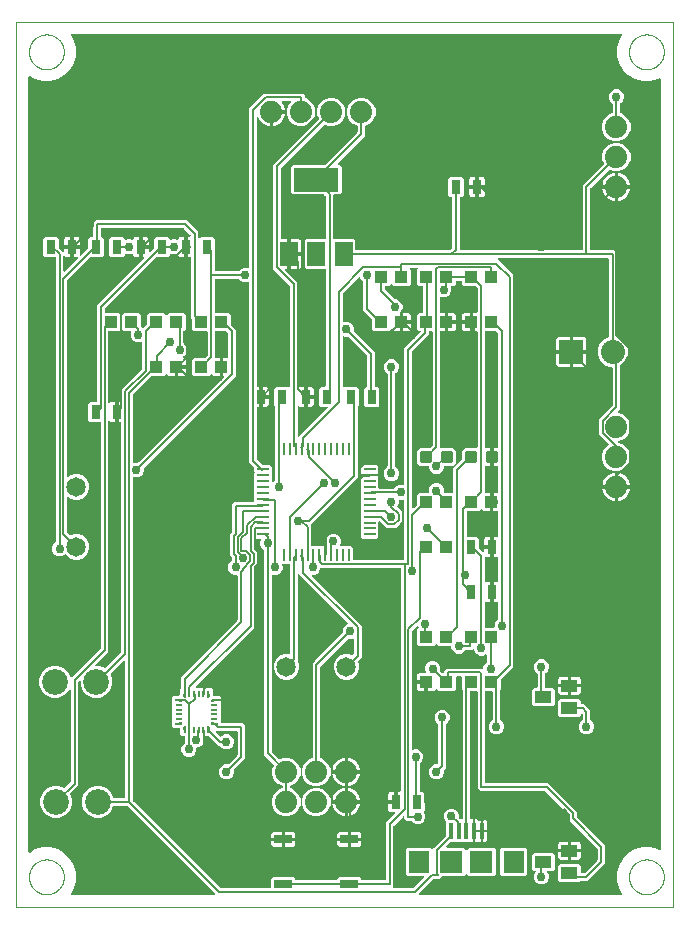
<source format=gtl>
G04 EAGLE Gerber RS-274X export*
G75*
%MOMM*%
%FSLAX34Y34*%
%LPD*%
%INTop Copper*%
%IPPOS*%
%AMOC8*
5,1,8,0,0,1.08239X$1,22.5*%
G01*
%ADD10C,0.000000*%
%ADD11R,1.100000X1.000000*%
%ADD12R,0.800000X1.200000*%
%ADD13C,0.300000*%
%ADD14C,1.879600*%
%ADD15R,0.200000X1.000000*%
%ADD16R,1.000000X0.200000*%
%ADD17R,0.350000X1.400000*%
%ADD18R,1.800000X1.900000*%
%ADD19R,1.900000X1.900000*%
%ADD20C,2.184400*%
%ADD21R,2.032000X2.032000*%
%ADD22C,2.032000*%
%ADD23R,1.400000X1.000000*%
%ADD24R,0.495000X0.250000*%
%ADD25R,0.600000X0.250000*%
%ADD26R,0.250000X0.495000*%
%ADD27R,0.250000X0.600000*%
%ADD28C,1.651000*%
%ADD29R,1.500000X2.000000*%
%ADD30R,3.800000X2.000000*%
%ADD31R,1.524000X0.762000*%
%ADD32C,0.152400*%
%ADD33C,0.756400*%

G36*
X396151Y60972D02*
X396151Y60972D01*
X396223Y60974D01*
X396272Y60992D01*
X396323Y61000D01*
X396387Y61034D01*
X396454Y61059D01*
X396495Y61091D01*
X396541Y61116D01*
X396590Y61168D01*
X396646Y61212D01*
X396674Y61256D01*
X396710Y61294D01*
X396740Y61359D01*
X396779Y61419D01*
X396792Y61470D01*
X396814Y61517D01*
X396822Y61588D01*
X396839Y61658D01*
X396835Y61710D01*
X396841Y61761D01*
X396826Y61832D01*
X396820Y61903D01*
X396800Y61951D01*
X396789Y62002D01*
X396752Y62063D01*
X396724Y62129D01*
X396679Y62185D01*
X396662Y62213D01*
X396645Y62228D01*
X396619Y62260D01*
X322705Y136174D01*
X322631Y136227D01*
X322562Y136287D01*
X322531Y136299D01*
X322505Y136318D01*
X322418Y136345D01*
X322333Y136379D01*
X322292Y136383D01*
X322270Y136390D01*
X322238Y136389D01*
X322167Y136397D01*
X311113Y136397D01*
X310998Y136378D01*
X310882Y136361D01*
X310876Y136359D01*
X310870Y136358D01*
X310767Y136303D01*
X310662Y136250D01*
X310658Y136245D01*
X310652Y136242D01*
X310573Y136158D01*
X310490Y136074D01*
X310487Y136068D01*
X310483Y136064D01*
X310475Y136047D01*
X310409Y135927D01*
X308813Y132074D01*
X305026Y128287D01*
X300078Y126237D01*
X294722Y126237D01*
X289774Y128287D01*
X285987Y132074D01*
X283937Y137022D01*
X283937Y142378D01*
X285987Y147326D01*
X289774Y151113D01*
X294722Y153163D01*
X300078Y153163D01*
X305026Y151113D01*
X308813Y147326D01*
X310409Y143473D01*
X310471Y143373D01*
X310531Y143273D01*
X310536Y143269D01*
X310539Y143264D01*
X310629Y143189D01*
X310718Y143113D01*
X310724Y143111D01*
X310728Y143107D01*
X310836Y143065D01*
X310946Y143021D01*
X310953Y143020D01*
X310958Y143019D01*
X310976Y143018D01*
X311113Y143003D01*
X319786Y143003D01*
X319806Y143006D01*
X319825Y143004D01*
X319927Y143026D01*
X320029Y143042D01*
X320046Y143052D01*
X320066Y143056D01*
X320155Y143109D01*
X320246Y143158D01*
X320260Y143172D01*
X320277Y143182D01*
X320344Y143261D01*
X320416Y143336D01*
X320424Y143354D01*
X320437Y143369D01*
X320476Y143465D01*
X320519Y143559D01*
X320521Y143579D01*
X320529Y143597D01*
X320547Y143764D01*
X320547Y258476D01*
X320536Y258547D01*
X320534Y258619D01*
X320516Y258668D01*
X320508Y258719D01*
X320474Y258782D01*
X320449Y258850D01*
X320417Y258890D01*
X320392Y258936D01*
X320341Y258986D01*
X320296Y259042D01*
X320252Y259070D01*
X320214Y259106D01*
X320149Y259136D01*
X320089Y259175D01*
X320038Y259187D01*
X319991Y259209D01*
X319920Y259217D01*
X319850Y259235D01*
X319798Y259231D01*
X319747Y259236D01*
X319676Y259221D01*
X319605Y259216D01*
X319557Y259195D01*
X319506Y259184D01*
X319445Y259147D01*
X319379Y259119D01*
X319323Y259075D01*
X319295Y259058D01*
X319280Y259040D01*
X319248Y259014D01*
X308567Y248334D01*
X308500Y248240D01*
X308429Y248145D01*
X308427Y248139D01*
X308424Y248134D01*
X308389Y248023D01*
X308353Y247911D01*
X308353Y247905D01*
X308351Y247899D01*
X308354Y247782D01*
X308355Y247665D01*
X308357Y247658D01*
X308358Y247653D01*
X308364Y247636D01*
X308402Y247504D01*
X309863Y243978D01*
X309863Y238622D01*
X307813Y233674D01*
X304026Y229887D01*
X299078Y227837D01*
X293722Y227837D01*
X288774Y229887D01*
X284987Y233674D01*
X282937Y238622D01*
X282937Y241504D01*
X282926Y241574D01*
X282924Y241646D01*
X282906Y241695D01*
X282898Y241746D01*
X282864Y241810D01*
X282839Y241877D01*
X282807Y241918D01*
X282782Y241964D01*
X282731Y242013D01*
X282686Y242069D01*
X282642Y242097D01*
X282604Y242133D01*
X282539Y242163D01*
X282479Y242202D01*
X282428Y242215D01*
X282381Y242237D01*
X282310Y242245D01*
X282240Y242262D01*
X282188Y242258D01*
X282137Y242264D01*
X282066Y242249D01*
X281995Y242243D01*
X281947Y242223D01*
X281896Y242212D01*
X281835Y242175D01*
X281769Y242147D01*
X281713Y242102D01*
X281685Y242085D01*
X281670Y242068D01*
X281638Y242042D01*
X281338Y241742D01*
X281285Y241668D01*
X281226Y241599D01*
X281213Y241569D01*
X281195Y241543D01*
X281168Y241456D01*
X281134Y241371D01*
X281129Y241330D01*
X281122Y241308D01*
X281123Y241275D01*
X281115Y241204D01*
X281115Y153744D01*
X274432Y147061D01*
X274364Y146967D01*
X274294Y146872D01*
X274292Y146866D01*
X274288Y146861D01*
X274254Y146750D01*
X274218Y146638D01*
X274218Y146632D01*
X274216Y146626D01*
X274219Y146509D01*
X274220Y146392D01*
X274222Y146385D01*
X274222Y146380D01*
X274229Y146363D01*
X274267Y146231D01*
X275863Y142378D01*
X275863Y137022D01*
X273813Y132074D01*
X270026Y128287D01*
X265078Y126237D01*
X259722Y126237D01*
X254774Y128287D01*
X250987Y132074D01*
X248937Y137022D01*
X248937Y142378D01*
X250987Y147326D01*
X254774Y151113D01*
X259722Y153163D01*
X265078Y153163D01*
X268931Y151567D01*
X269045Y151540D01*
X269158Y151511D01*
X269165Y151512D01*
X269171Y151510D01*
X269287Y151521D01*
X269404Y151531D01*
X269409Y151533D01*
X269416Y151534D01*
X269523Y151581D01*
X269630Y151627D01*
X269636Y151631D01*
X269640Y151634D01*
X269654Y151646D01*
X269761Y151732D01*
X274287Y156258D01*
X274340Y156332D01*
X274399Y156401D01*
X274412Y156431D01*
X274430Y156457D01*
X274457Y156544D01*
X274491Y156629D01*
X274496Y156670D01*
X274503Y156692D01*
X274502Y156725D01*
X274510Y156796D01*
X274510Y233943D01*
X274494Y234039D01*
X274485Y234136D01*
X274474Y234160D01*
X274470Y234186D01*
X274425Y234272D01*
X274385Y234361D01*
X274367Y234380D01*
X274355Y234403D01*
X274284Y234470D01*
X274218Y234542D01*
X274196Y234554D01*
X274177Y234572D01*
X274088Y234613D01*
X274003Y234660D01*
X273977Y234665D01*
X273954Y234676D01*
X273857Y234687D01*
X273761Y234704D01*
X273735Y234700D01*
X273709Y234703D01*
X273614Y234682D01*
X273518Y234668D01*
X273494Y234656D01*
X273469Y234651D01*
X273385Y234601D01*
X273298Y234557D01*
X273280Y234538D01*
X273258Y234525D01*
X273194Y234451D01*
X273126Y234381D01*
X273110Y234353D01*
X273098Y234338D01*
X273085Y234307D01*
X273045Y234234D01*
X272813Y233674D01*
X269026Y229887D01*
X264078Y227837D01*
X258722Y227837D01*
X253774Y229887D01*
X249987Y233674D01*
X247937Y238622D01*
X247937Y243978D01*
X249987Y248926D01*
X253774Y252713D01*
X258722Y254763D01*
X264078Y254763D01*
X269026Y252713D01*
X272813Y248926D01*
X274242Y245476D01*
X274266Y245437D01*
X274282Y245394D01*
X274331Y245333D01*
X274372Y245267D01*
X274407Y245238D01*
X274436Y245202D01*
X274501Y245160D01*
X274561Y245110D01*
X274604Y245094D01*
X274643Y245069D01*
X274718Y245050D01*
X274791Y245022D01*
X274837Y245020D01*
X274881Y245009D01*
X274959Y245015D01*
X275037Y245012D01*
X275081Y245025D01*
X275126Y245028D01*
X275198Y245059D01*
X275273Y245080D01*
X275310Y245107D01*
X275353Y245125D01*
X275459Y245210D01*
X275475Y245221D01*
X275478Y245225D01*
X275484Y245229D01*
X276667Y246413D01*
X299687Y269433D01*
X299740Y269507D01*
X299799Y269576D01*
X299812Y269606D01*
X299830Y269632D01*
X299857Y269719D01*
X299891Y269804D01*
X299896Y269845D01*
X299903Y269867D01*
X299902Y269900D01*
X299910Y269971D01*
X299910Y460598D01*
X299907Y460618D01*
X299909Y460637D01*
X299887Y460739D01*
X299870Y460841D01*
X299861Y460858D01*
X299856Y460878D01*
X299803Y460967D01*
X299755Y461058D01*
X299741Y461072D01*
X299730Y461089D01*
X299652Y461156D01*
X299577Y461228D01*
X299559Y461236D01*
X299543Y461249D01*
X299447Y461288D01*
X299354Y461331D01*
X299334Y461333D01*
X299315Y461341D01*
X299149Y461359D01*
X290748Y461359D01*
X289259Y462848D01*
X289259Y476952D01*
X290748Y478441D01*
X295974Y478441D01*
X295993Y478444D01*
X296013Y478442D01*
X296114Y478464D01*
X296216Y478480D01*
X296234Y478490D01*
X296253Y478494D01*
X296342Y478547D01*
X296434Y478596D01*
X296447Y478610D01*
X296464Y478620D01*
X296532Y478699D01*
X296603Y478774D01*
X296611Y478792D01*
X296624Y478807D01*
X296663Y478903D01*
X296707Y478997D01*
X296709Y479017D01*
X296716Y479035D01*
X296735Y479202D01*
X296735Y560168D01*
X336326Y599760D01*
X336368Y599818D01*
X336418Y599870D01*
X336440Y599917D01*
X336470Y599959D01*
X336491Y600028D01*
X336521Y600093D01*
X336527Y600145D01*
X336542Y600195D01*
X336541Y600266D01*
X336548Y600337D01*
X336537Y600388D01*
X336536Y600440D01*
X336511Y600508D01*
X336496Y600578D01*
X336469Y600623D01*
X336452Y600671D01*
X336407Y600727D01*
X336370Y600789D01*
X336330Y600823D01*
X336298Y600863D01*
X336238Y600902D01*
X336183Y600949D01*
X336135Y600968D01*
X336091Y600996D01*
X336021Y601014D01*
X335955Y601041D01*
X335884Y601049D01*
X335852Y601057D01*
X335829Y601055D01*
X335788Y601059D01*
X335423Y601059D01*
X335423Y608077D01*
X340441Y608077D01*
X340441Y605712D01*
X340452Y605641D01*
X340454Y605569D01*
X340472Y605520D01*
X340480Y605469D01*
X340514Y605406D01*
X340539Y605338D01*
X340571Y605298D01*
X340596Y605252D01*
X340648Y605202D01*
X340692Y605146D01*
X340736Y605118D01*
X340774Y605082D01*
X340839Y605052D01*
X340899Y605013D01*
X340950Y605001D01*
X340997Y604979D01*
X341068Y604971D01*
X341138Y604953D01*
X341190Y604957D01*
X341241Y604952D01*
X341312Y604967D01*
X341383Y604972D01*
X341431Y604993D01*
X341482Y605004D01*
X341543Y605041D01*
X341609Y605069D01*
X341665Y605114D01*
X341693Y605130D01*
X341708Y605148D01*
X341740Y605174D01*
X345136Y608570D01*
X345189Y608644D01*
X345249Y608713D01*
X345261Y608743D01*
X345280Y608769D01*
X345307Y608856D01*
X345341Y608941D01*
X345345Y608982D01*
X345352Y609004D01*
X345351Y609037D01*
X345359Y609108D01*
X345359Y616652D01*
X346848Y618141D01*
X356952Y618141D01*
X358441Y616652D01*
X358441Y616129D01*
X358448Y616084D01*
X358446Y616038D01*
X358468Y615963D01*
X358480Y615887D01*
X358502Y615846D01*
X358515Y615802D01*
X358559Y615738D01*
X358596Y615669D01*
X358629Y615638D01*
X358655Y615600D01*
X358717Y615554D01*
X358774Y615500D01*
X358816Y615480D01*
X358852Y615453D01*
X358926Y615429D01*
X358997Y615396D01*
X359043Y615391D01*
X359086Y615377D01*
X359164Y615378D01*
X359241Y615369D01*
X359286Y615379D01*
X359332Y615379D01*
X359464Y615417D01*
X359482Y615421D01*
X359486Y615424D01*
X359493Y615426D01*
X360692Y615923D01*
X363208Y615923D01*
X364430Y615417D01*
X364497Y615401D01*
X364562Y615375D01*
X364616Y615373D01*
X364669Y615360D01*
X364738Y615367D01*
X364808Y615364D01*
X364860Y615378D01*
X364914Y615384D01*
X364977Y615412D01*
X365045Y615431D01*
X365089Y615462D01*
X365139Y615484D01*
X365190Y615531D01*
X365247Y615570D01*
X365280Y615613D01*
X365320Y615650D01*
X365353Y615711D01*
X365395Y615767D01*
X365423Y615837D01*
X365438Y615865D01*
X365442Y615887D01*
X365456Y615923D01*
X365632Y616581D01*
X365967Y617160D01*
X366440Y617633D01*
X367019Y617968D01*
X367666Y618141D01*
X370477Y618141D01*
X370477Y610362D01*
X370480Y610342D01*
X370478Y610323D01*
X370500Y610221D01*
X370517Y610119D01*
X370526Y610102D01*
X370530Y610082D01*
X370583Y609993D01*
X370632Y609902D01*
X370646Y609888D01*
X370656Y609871D01*
X370735Y609804D01*
X370810Y609733D01*
X370828Y609724D01*
X370843Y609711D01*
X370939Y609672D01*
X371033Y609629D01*
X371053Y609627D01*
X371071Y609619D01*
X371238Y609601D01*
X372001Y609601D01*
X372001Y609599D01*
X371238Y609599D01*
X371218Y609596D01*
X371199Y609598D01*
X371097Y609576D01*
X370995Y609559D01*
X370978Y609550D01*
X370958Y609546D01*
X370869Y609493D01*
X370778Y609444D01*
X370764Y609430D01*
X370747Y609420D01*
X370680Y609341D01*
X370609Y609266D01*
X370600Y609248D01*
X370587Y609233D01*
X370548Y609137D01*
X370505Y609043D01*
X370503Y609023D01*
X370495Y609005D01*
X370477Y608838D01*
X370477Y601059D01*
X367666Y601059D01*
X367019Y601232D01*
X366440Y601567D01*
X365967Y602040D01*
X365632Y602619D01*
X365456Y603277D01*
X365428Y603341D01*
X365408Y603407D01*
X365377Y603452D01*
X365355Y603501D01*
X365308Y603552D01*
X365268Y603610D01*
X365224Y603642D01*
X365188Y603681D01*
X365126Y603715D01*
X365070Y603756D01*
X365019Y603773D01*
X364971Y603799D01*
X364903Y603811D01*
X364837Y603832D01*
X364783Y603832D01*
X364729Y603841D01*
X364660Y603831D01*
X364591Y603830D01*
X364518Y603809D01*
X364486Y603804D01*
X364466Y603794D01*
X364430Y603783D01*
X363208Y603277D01*
X360692Y603277D01*
X359493Y603774D01*
X359449Y603784D01*
X359407Y603804D01*
X359330Y603812D01*
X359254Y603830D01*
X359208Y603826D01*
X359163Y603831D01*
X359086Y603814D01*
X359009Y603807D01*
X358967Y603788D01*
X358922Y603779D01*
X358855Y603739D01*
X358784Y603707D01*
X358750Y603676D01*
X358711Y603652D01*
X358660Y603593D01*
X358603Y603541D01*
X358581Y603500D01*
X358551Y603466D01*
X358522Y603393D01*
X358485Y603325D01*
X358476Y603280D01*
X358459Y603237D01*
X358444Y603101D01*
X358441Y603083D01*
X358442Y603078D01*
X358441Y603071D01*
X358441Y602548D01*
X356952Y601059D01*
X347283Y601059D01*
X347193Y601045D01*
X347102Y601037D01*
X347072Y601025D01*
X347040Y601020D01*
X346959Y600977D01*
X346876Y600941D01*
X346843Y600915D01*
X346823Y600904D01*
X346801Y600881D01*
X346745Y600836D01*
X303563Y557655D01*
X303510Y557581D01*
X303451Y557512D01*
X303438Y557481D01*
X303420Y557455D01*
X303393Y557368D01*
X303359Y557283D01*
X303354Y557242D01*
X303347Y557220D01*
X303348Y557188D01*
X303340Y557117D01*
X303340Y554402D01*
X303343Y554382D01*
X303341Y554363D01*
X303363Y554261D01*
X303380Y554159D01*
X303389Y554142D01*
X303394Y554122D01*
X303447Y554033D01*
X303495Y553942D01*
X303509Y553928D01*
X303520Y553911D01*
X303598Y553844D01*
X303673Y553772D01*
X303691Y553764D01*
X303707Y553751D01*
X303803Y553712D01*
X303896Y553669D01*
X303916Y553667D01*
X303935Y553659D01*
X304101Y553641D01*
X315552Y553641D01*
X316962Y552231D01*
X316978Y552220D01*
X316990Y552204D01*
X317078Y552148D01*
X317161Y552088D01*
X317180Y552082D01*
X317197Y552071D01*
X317298Y552046D01*
X317397Y552016D01*
X317416Y552016D01*
X317436Y552011D01*
X317539Y552019D01*
X317642Y552022D01*
X317661Y552029D01*
X317681Y552030D01*
X317776Y552071D01*
X317873Y552106D01*
X317889Y552119D01*
X317907Y552127D01*
X318038Y552231D01*
X319448Y553641D01*
X332552Y553641D01*
X334041Y552152D01*
X334041Y543045D01*
X334055Y542955D01*
X334063Y542864D01*
X334075Y542835D01*
X334080Y542803D01*
X334123Y542722D01*
X334159Y542638D01*
X334185Y542606D01*
X334196Y542585D01*
X334219Y542563D01*
X334264Y542507D01*
X335090Y541681D01*
X335090Y541624D01*
X335102Y541553D01*
X335104Y541481D01*
X335122Y541432D01*
X335130Y541381D01*
X335163Y541318D01*
X335188Y541250D01*
X335221Y541210D01*
X335245Y541164D01*
X335297Y541114D01*
X335342Y541058D01*
X335386Y541030D01*
X335423Y540994D01*
X335488Y540964D01*
X335549Y540925D01*
X335599Y540913D01*
X335646Y540891D01*
X335718Y540883D01*
X335787Y540865D01*
X335839Y540869D01*
X335891Y540864D01*
X335961Y540879D01*
X336033Y540884D01*
X336080Y540905D01*
X336131Y540916D01*
X336193Y540953D01*
X336259Y540981D01*
X336315Y541026D01*
X336342Y541042D01*
X336358Y541060D01*
X336390Y541086D01*
X336992Y541688D01*
X336993Y541688D01*
X338836Y543532D01*
X338889Y543606D01*
X338949Y543675D01*
X338961Y543706D01*
X338980Y543732D01*
X339007Y543819D01*
X339041Y543904D01*
X339045Y543945D01*
X339052Y543967D01*
X339051Y543999D01*
X339059Y544070D01*
X339059Y552152D01*
X340548Y553641D01*
X353652Y553641D01*
X355062Y552231D01*
X355078Y552220D01*
X355090Y552204D01*
X355178Y552148D01*
X355261Y552088D01*
X355280Y552082D01*
X355297Y552071D01*
X355398Y552046D01*
X355497Y552016D01*
X355516Y552016D01*
X355536Y552011D01*
X355639Y552019D01*
X355742Y552022D01*
X355761Y552029D01*
X355781Y552030D01*
X355876Y552071D01*
X355973Y552106D01*
X355989Y552119D01*
X356007Y552127D01*
X356138Y552231D01*
X357548Y553641D01*
X370652Y553641D01*
X372141Y552152D01*
X372141Y540048D01*
X370628Y538535D01*
X370534Y538520D01*
X370516Y538510D01*
X370497Y538506D01*
X370408Y538453D01*
X370316Y538404D01*
X370303Y538390D01*
X370286Y538380D01*
X370218Y538301D01*
X370147Y538226D01*
X370139Y538208D01*
X370126Y538193D01*
X370087Y538097D01*
X370043Y538003D01*
X370041Y537983D01*
X370034Y537965D01*
X370015Y537798D01*
X370015Y528242D01*
X370030Y528152D01*
X370037Y528061D01*
X370050Y528031D01*
X370055Y527999D01*
X370098Y527918D01*
X370133Y527834D01*
X370159Y527802D01*
X370170Y527782D01*
X370193Y527759D01*
X370238Y527704D01*
X372073Y525869D01*
X373035Y523545D01*
X373035Y521030D01*
X372073Y518706D01*
X370294Y516927D01*
X370192Y516885D01*
X370090Y516822D01*
X370089Y516821D01*
X370039Y516795D01*
X370029Y516785D01*
X369986Y516758D01*
X369985Y516757D01*
X369983Y516755D01*
X369905Y516662D01*
X369828Y516570D01*
X369827Y516568D01*
X369826Y516566D01*
X369782Y516451D01*
X369739Y516340D01*
X369739Y516338D01*
X369738Y516336D01*
X369733Y516214D01*
X369727Y516095D01*
X369728Y516093D01*
X369728Y516091D01*
X369762Y515973D01*
X369794Y515858D01*
X369795Y515856D01*
X369796Y515854D01*
X369866Y515754D01*
X369933Y515655D01*
X369935Y515654D01*
X369936Y515652D01*
X370036Y515578D01*
X370130Y515507D01*
X370132Y515507D01*
X370134Y515506D01*
X370141Y515503D01*
X370286Y515446D01*
X370581Y515368D01*
X371160Y515033D01*
X371633Y514560D01*
X371968Y513981D01*
X372141Y513334D01*
X372141Y509523D01*
X364862Y509523D01*
X364842Y509520D01*
X364823Y509522D01*
X364721Y509500D01*
X364619Y509483D01*
X364602Y509474D01*
X364582Y509470D01*
X364493Y509417D01*
X364402Y509368D01*
X364388Y509354D01*
X364371Y509344D01*
X364304Y509265D01*
X364233Y509190D01*
X364224Y509172D01*
X364211Y509157D01*
X364172Y509061D01*
X364129Y508967D01*
X364127Y508947D01*
X364119Y508929D01*
X364101Y508762D01*
X364101Y507999D01*
X363338Y507999D01*
X363318Y507996D01*
X363299Y507998D01*
X363197Y507976D01*
X363095Y507959D01*
X363078Y507950D01*
X363058Y507946D01*
X362969Y507893D01*
X362878Y507844D01*
X362864Y507830D01*
X362847Y507820D01*
X362780Y507741D01*
X362709Y507666D01*
X362700Y507648D01*
X362687Y507633D01*
X362648Y507537D01*
X362605Y507443D01*
X362603Y507423D01*
X362595Y507405D01*
X362577Y507238D01*
X362577Y500459D01*
X358266Y500459D01*
X357619Y500632D01*
X357040Y500967D01*
X356567Y501440D01*
X356355Y501807D01*
X356280Y501898D01*
X356206Y501992D01*
X356202Y501994D01*
X356199Y501997D01*
X356099Y502060D01*
X355999Y502125D01*
X355995Y502126D01*
X355991Y502128D01*
X355875Y502156D01*
X355760Y502185D01*
X355756Y502184D01*
X355752Y502185D01*
X355632Y502175D01*
X355515Y502166D01*
X355511Y502164D01*
X355507Y502164D01*
X355396Y502115D01*
X355289Y502069D01*
X355285Y502066D01*
X355282Y502065D01*
X355271Y502055D01*
X355158Y501964D01*
X353652Y500459D01*
X343520Y500459D01*
X343430Y500445D01*
X343339Y500437D01*
X343310Y500425D01*
X343278Y500420D01*
X343197Y500377D01*
X343113Y500341D01*
X343081Y500315D01*
X343060Y500304D01*
X343038Y500281D01*
X342982Y500236D01*
X327376Y484630D01*
X327323Y484556D01*
X327263Y484487D01*
X327251Y484456D01*
X327232Y484430D01*
X327205Y484343D01*
X327171Y484258D01*
X327167Y484217D01*
X327160Y484195D01*
X327161Y484163D01*
X327153Y484092D01*
X327153Y427408D01*
X327160Y427363D01*
X327158Y427317D01*
X327180Y427242D01*
X327192Y427165D01*
X327214Y427125D01*
X327227Y427081D01*
X327271Y427017D01*
X327308Y426948D01*
X327341Y426916D01*
X327367Y426879D01*
X327429Y426832D01*
X327486Y426779D01*
X327528Y426759D01*
X327564Y426732D01*
X327638Y426708D01*
X327709Y426675D01*
X327755Y426670D01*
X327798Y426656D01*
X327876Y426657D01*
X327953Y426648D01*
X327998Y426658D01*
X328044Y426658D01*
X328175Y426696D01*
X328194Y426700D01*
X328198Y426703D01*
X328205Y426705D01*
X328942Y427010D01*
X331537Y427010D01*
X331627Y427025D01*
X331718Y427032D01*
X331747Y427045D01*
X331779Y427050D01*
X331860Y427093D01*
X331944Y427128D01*
X331976Y427154D01*
X331997Y427165D01*
X332019Y427188D01*
X332075Y427233D01*
X404001Y499160D01*
X404043Y499218D01*
X404093Y499270D01*
X404115Y499317D01*
X404145Y499359D01*
X404166Y499428D01*
X404196Y499493D01*
X404202Y499545D01*
X404217Y499595D01*
X404216Y499666D01*
X404223Y499737D01*
X404212Y499788D01*
X404211Y499840D01*
X404186Y499908D01*
X404171Y499978D01*
X404144Y500023D01*
X404127Y500071D01*
X404082Y500127D01*
X404045Y500189D01*
X404005Y500223D01*
X403973Y500263D01*
X403913Y500302D01*
X403858Y500349D01*
X403810Y500368D01*
X403766Y500396D01*
X403723Y500407D01*
X403723Y507238D01*
X403720Y507258D01*
X403722Y507277D01*
X403700Y507379D01*
X403683Y507481D01*
X403674Y507498D01*
X403670Y507518D01*
X403617Y507607D01*
X403568Y507698D01*
X403554Y507712D01*
X403544Y507729D01*
X403465Y507796D01*
X403390Y507867D01*
X403372Y507876D01*
X403357Y507889D01*
X403261Y507928D01*
X403167Y507971D01*
X403147Y507973D01*
X403129Y507981D01*
X402962Y507999D01*
X401438Y507999D01*
X401418Y507996D01*
X401399Y507998D01*
X401297Y507976D01*
X401195Y507959D01*
X401178Y507950D01*
X401158Y507946D01*
X401069Y507893D01*
X400978Y507844D01*
X400964Y507830D01*
X400947Y507820D01*
X400880Y507741D01*
X400809Y507666D01*
X400800Y507648D01*
X400787Y507633D01*
X400748Y507537D01*
X400705Y507443D01*
X400703Y507423D01*
X400695Y507405D01*
X400677Y507238D01*
X400677Y500459D01*
X396366Y500459D01*
X395719Y500632D01*
X395140Y500967D01*
X394667Y501440D01*
X394455Y501807D01*
X394379Y501899D01*
X394306Y501992D01*
X394302Y501994D01*
X394299Y501997D01*
X394198Y502061D01*
X394099Y502125D01*
X394095Y502126D01*
X394091Y502128D01*
X393975Y502156D01*
X393860Y502185D01*
X393856Y502184D01*
X393852Y502185D01*
X393733Y502175D01*
X393615Y502166D01*
X393611Y502164D01*
X393607Y502164D01*
X393497Y502116D01*
X393389Y502069D01*
X393385Y502066D01*
X393382Y502065D01*
X393371Y502055D01*
X393258Y501964D01*
X391752Y500459D01*
X378648Y500459D01*
X377159Y501948D01*
X377159Y514052D01*
X378648Y515541D01*
X388317Y515541D01*
X388407Y515555D01*
X388498Y515563D01*
X388528Y515575D01*
X388560Y515580D01*
X388641Y515623D01*
X388724Y515659D01*
X388757Y515685D01*
X388777Y515696D01*
X388799Y515719D01*
X388855Y515764D01*
X390174Y517083D01*
X390227Y517156D01*
X390287Y517226D01*
X390299Y517256D01*
X390318Y517282D01*
X390345Y517369D01*
X390379Y517454D01*
X390383Y517495D01*
X390390Y517517D01*
X390389Y517549D01*
X390397Y517621D01*
X390397Y537798D01*
X390394Y537818D01*
X390396Y537837D01*
X390374Y537939D01*
X390358Y538041D01*
X390348Y538058D01*
X390344Y538078D01*
X390291Y538167D01*
X390242Y538258D01*
X390228Y538272D01*
X390218Y538289D01*
X390139Y538356D01*
X390064Y538428D01*
X390046Y538436D01*
X390031Y538449D01*
X389935Y538488D01*
X389841Y538531D01*
X389821Y538533D01*
X389803Y538541D01*
X389636Y538559D01*
X378648Y538559D01*
X377159Y540048D01*
X377159Y548130D01*
X377145Y548220D01*
X377137Y548311D01*
X377125Y548340D01*
X377120Y548372D01*
X377077Y548453D01*
X377041Y548537D01*
X377015Y548569D01*
X377004Y548590D01*
X376981Y548612D01*
X376936Y548668D01*
X376110Y549494D01*
X376110Y600298D01*
X376107Y600318D01*
X376109Y600337D01*
X376087Y600439D01*
X376070Y600541D01*
X376061Y600558D01*
X376056Y600578D01*
X376003Y600667D01*
X375955Y600758D01*
X375941Y600772D01*
X375930Y600789D01*
X375852Y600856D01*
X375777Y600928D01*
X375759Y600936D01*
X375743Y600949D01*
X375647Y600988D01*
X375554Y601031D01*
X375534Y601033D01*
X375515Y601041D01*
X375349Y601059D01*
X373523Y601059D01*
X373523Y608077D01*
X375349Y608077D01*
X375368Y608080D01*
X375388Y608078D01*
X375489Y608100D01*
X375591Y608117D01*
X375609Y608126D01*
X375628Y608130D01*
X375717Y608183D01*
X375809Y608232D01*
X375822Y608246D01*
X375839Y608256D01*
X375907Y608335D01*
X375978Y608410D01*
X375986Y608428D01*
X375999Y608443D01*
X376038Y608539D01*
X376082Y608633D01*
X376084Y608653D01*
X376091Y608671D01*
X376110Y608838D01*
X376110Y610362D01*
X376107Y610382D01*
X376109Y610401D01*
X376087Y610503D01*
X376070Y610605D01*
X376061Y610622D01*
X376056Y610642D01*
X376003Y610731D01*
X375955Y610822D01*
X375941Y610836D01*
X375930Y610853D01*
X375852Y610920D01*
X375777Y610991D01*
X375759Y611000D01*
X375743Y611013D01*
X375647Y611052D01*
X375554Y611095D01*
X375534Y611097D01*
X375515Y611105D01*
X375349Y611123D01*
X373523Y611123D01*
X373523Y618141D01*
X375349Y618141D01*
X375368Y618144D01*
X375388Y618142D01*
X375489Y618164D01*
X375591Y618180D01*
X375609Y618190D01*
X375628Y618194D01*
X375717Y618247D01*
X375809Y618296D01*
X375822Y618310D01*
X375839Y618320D01*
X375907Y618399D01*
X375978Y618474D01*
X375986Y618492D01*
X375999Y618507D01*
X376038Y618603D01*
X376082Y618697D01*
X376084Y618717D01*
X376091Y618735D01*
X376110Y618902D01*
X376110Y619029D01*
X376095Y619119D01*
X376088Y619210D01*
X376075Y619240D01*
X376070Y619272D01*
X376027Y619353D01*
X375992Y619436D01*
X375966Y619469D01*
X375955Y619489D01*
X375932Y619511D01*
X375887Y619567D01*
X370330Y625124D01*
X370256Y625177D01*
X370187Y625237D01*
X370156Y625249D01*
X370130Y625268D01*
X370043Y625295D01*
X369958Y625329D01*
X369917Y625333D01*
X369895Y625340D01*
X369863Y625339D01*
X369792Y625347D01*
X300926Y625347D01*
X300907Y625344D01*
X300887Y625346D01*
X300786Y625324D01*
X300684Y625308D01*
X300666Y625298D01*
X300647Y625294D01*
X300558Y625241D01*
X300466Y625192D01*
X300453Y625178D01*
X300436Y625168D01*
X300368Y625089D01*
X300297Y625014D01*
X300289Y624996D01*
X300276Y624981D01*
X300237Y624885D01*
X300193Y624791D01*
X300191Y624771D01*
X300184Y624753D01*
X300165Y624586D01*
X300165Y618902D01*
X300168Y618882D01*
X300166Y618863D01*
X300188Y618761D01*
X300205Y618659D01*
X300214Y618642D01*
X300219Y618622D01*
X300272Y618533D01*
X300320Y618442D01*
X300334Y618428D01*
X300345Y618411D01*
X300423Y618344D01*
X300498Y618272D01*
X300516Y618264D01*
X300532Y618251D01*
X300628Y618212D01*
X300721Y618169D01*
X300741Y618167D01*
X300760Y618159D01*
X300843Y618150D01*
X302341Y616652D01*
X302341Y602548D01*
X300852Y601059D01*
X291720Y601059D01*
X291630Y601045D01*
X291539Y601037D01*
X291510Y601025D01*
X291478Y601020D01*
X291397Y600977D01*
X291313Y600941D01*
X291281Y600915D01*
X291260Y600904D01*
X291238Y600881D01*
X291182Y600836D01*
X271813Y581467D01*
X271760Y581393D01*
X271701Y581324D01*
X271688Y581294D01*
X271670Y581268D01*
X271643Y581181D01*
X271609Y581096D01*
X271604Y581055D01*
X271597Y581033D01*
X271598Y581000D01*
X271590Y580929D01*
X271590Y415696D01*
X271593Y415679D01*
X271591Y415664D01*
X271602Y415614D01*
X271604Y415553D01*
X271622Y415504D01*
X271630Y415453D01*
X271642Y415430D01*
X271644Y415423D01*
X271661Y415394D01*
X271663Y415389D01*
X271688Y415322D01*
X271721Y415281D01*
X271745Y415235D01*
X271797Y415186D01*
X271842Y415130D01*
X271886Y415102D01*
X271923Y415066D01*
X271989Y415036D01*
X272049Y414997D01*
X272099Y414984D01*
X272146Y414962D01*
X272218Y414954D01*
X272287Y414937D01*
X272339Y414941D01*
X272391Y414935D01*
X272461Y414951D01*
X272533Y414956D01*
X272580Y414976D01*
X272631Y414988D01*
X272693Y415024D01*
X272759Y415052D01*
X272804Y415089D01*
X272819Y415097D01*
X272826Y415104D01*
X272842Y415114D01*
X272858Y415131D01*
X272890Y415157D01*
X273285Y415552D01*
X277253Y417196D01*
X281547Y417196D01*
X285515Y415552D01*
X288552Y412515D01*
X290196Y408547D01*
X290196Y404253D01*
X288552Y400285D01*
X285515Y397248D01*
X281547Y395604D01*
X277253Y395604D01*
X273285Y397248D01*
X272890Y397643D01*
X272831Y397685D01*
X272780Y397734D01*
X272732Y397756D01*
X272690Y397786D01*
X272622Y397807D01*
X272556Y397838D01*
X272505Y397843D01*
X272455Y397859D01*
X272383Y397857D01*
X272312Y397865D01*
X272261Y397854D01*
X272209Y397852D01*
X272142Y397828D01*
X272072Y397812D01*
X272027Y397786D01*
X271978Y397768D01*
X271922Y397723D01*
X271861Y397686D01*
X271827Y397647D01*
X271786Y397614D01*
X271747Y397554D01*
X271701Y397499D01*
X271681Y397451D01*
X271653Y397407D01*
X271636Y397338D01*
X271609Y397271D01*
X271601Y397200D01*
X271593Y397169D01*
X271595Y397145D01*
X271590Y397104D01*
X271590Y368396D01*
X271605Y368306D01*
X271612Y368215D01*
X271625Y368185D01*
X271630Y368153D01*
X271673Y368073D01*
X271708Y367989D01*
X271734Y367956D01*
X271745Y367936D01*
X271768Y367914D01*
X271813Y367858D01*
X274080Y365590D01*
X274175Y365523D01*
X274269Y365452D01*
X274275Y365450D01*
X274280Y365447D01*
X274391Y365413D01*
X274503Y365376D01*
X274509Y365376D01*
X274515Y365374D01*
X274632Y365378D01*
X274749Y365379D01*
X274756Y365381D01*
X274761Y365381D01*
X274778Y365387D01*
X274910Y365425D01*
X277253Y366396D01*
X281547Y366396D01*
X285515Y364752D01*
X288552Y361715D01*
X290196Y357747D01*
X290196Y353453D01*
X288552Y349485D01*
X285515Y346448D01*
X281547Y344804D01*
X277253Y344804D01*
X273285Y346448D01*
X270425Y349307D01*
X270409Y349319D01*
X270397Y349334D01*
X270310Y349390D01*
X270226Y349451D01*
X270207Y349457D01*
X270190Y349467D01*
X270089Y349493D01*
X269991Y349523D01*
X269971Y349523D01*
X269951Y349527D01*
X269848Y349519D01*
X269745Y349517D01*
X269726Y349510D01*
X269706Y349508D01*
X269611Y349468D01*
X269514Y349432D01*
X269498Y349420D01*
X269480Y349412D01*
X269349Y349307D01*
X268694Y348652D01*
X266370Y347690D01*
X263855Y347690D01*
X261531Y348652D01*
X259752Y350431D01*
X258790Y352755D01*
X258790Y355270D01*
X259752Y357594D01*
X261587Y359429D01*
X261640Y359502D01*
X261699Y359572D01*
X261712Y359602D01*
X261730Y359628D01*
X261757Y359715D01*
X261791Y359800D01*
X261796Y359841D01*
X261803Y359863D01*
X261802Y359896D01*
X261810Y359967D01*
X261810Y600298D01*
X261807Y600318D01*
X261809Y600337D01*
X261787Y600439D01*
X261770Y600541D01*
X261761Y600558D01*
X261756Y600578D01*
X261703Y600667D01*
X261655Y600758D01*
X261641Y600772D01*
X261630Y600789D01*
X261552Y600856D01*
X261477Y600928D01*
X261459Y600936D01*
X261443Y600949D01*
X261347Y600988D01*
X261254Y601031D01*
X261234Y601033D01*
X261215Y601041D01*
X261049Y601059D01*
X252648Y601059D01*
X251159Y602548D01*
X251159Y616652D01*
X252648Y618141D01*
X262752Y618141D01*
X264241Y616652D01*
X264241Y609108D01*
X264255Y609018D01*
X264263Y608927D01*
X264275Y608897D01*
X264280Y608865D01*
X264323Y608784D01*
X264359Y608701D01*
X264385Y608668D01*
X264396Y608648D01*
X264419Y608626D01*
X264464Y608570D01*
X266258Y606776D01*
X267860Y605174D01*
X267918Y605132D01*
X267970Y605082D01*
X268017Y605060D01*
X268059Y605030D01*
X268128Y605009D01*
X268193Y604979D01*
X268245Y604973D01*
X268295Y604958D01*
X268366Y604959D01*
X268437Y604952D01*
X268488Y604963D01*
X268540Y604964D01*
X268608Y604989D01*
X268678Y605004D01*
X268723Y605031D01*
X268771Y605048D01*
X268827Y605093D01*
X268889Y605130D01*
X268923Y605170D01*
X268963Y605202D01*
X269002Y605262D01*
X269049Y605317D01*
X269068Y605365D01*
X269096Y605409D01*
X269114Y605479D01*
X269141Y605545D01*
X269149Y605616D01*
X269157Y605648D01*
X269155Y605671D01*
X269159Y605712D01*
X269159Y608077D01*
X274177Y608077D01*
X274177Y601059D01*
X271366Y601059D01*
X270719Y601232D01*
X270140Y601567D01*
X269715Y601992D01*
X269656Y602034D01*
X269605Y602083D01*
X269584Y602093D01*
X269577Y602099D01*
X269552Y602109D01*
X269515Y602136D01*
X269447Y602157D01*
X269381Y602187D01*
X269350Y602190D01*
X269349Y602191D01*
X269328Y602193D01*
X269280Y602208D01*
X269211Y602206D01*
X269182Y602209D01*
X269178Y602209D01*
X269137Y602214D01*
X269086Y602203D01*
X269034Y602202D01*
X268967Y602177D01*
X268897Y602162D01*
X268852Y602135D01*
X268803Y602117D01*
X268747Y602072D01*
X268726Y602060D01*
X268716Y602055D01*
X268715Y602053D01*
X268686Y602036D01*
X268652Y601996D01*
X268611Y601964D01*
X268572Y601903D01*
X268570Y601900D01*
X268547Y601876D01*
X268544Y601871D01*
X268526Y601849D01*
X268506Y601800D01*
X268478Y601757D01*
X268462Y601694D01*
X268443Y601653D01*
X268442Y601641D01*
X268434Y601621D01*
X268426Y601549D01*
X268418Y601518D01*
X268420Y601495D01*
X268415Y601454D01*
X268415Y589249D01*
X268417Y589237D01*
X268416Y589229D01*
X268425Y589187D01*
X268427Y589178D01*
X268429Y589106D01*
X268447Y589057D01*
X268455Y589006D01*
X268488Y588943D01*
X268513Y588875D01*
X268546Y588835D01*
X268570Y588789D01*
X268622Y588739D01*
X268667Y588683D01*
X268711Y588655D01*
X268748Y588619D01*
X268813Y588589D01*
X268874Y588550D01*
X268924Y588538D01*
X268971Y588516D01*
X269043Y588508D01*
X269112Y588490D01*
X269164Y588494D01*
X269216Y588489D01*
X269286Y588504D01*
X269357Y588509D01*
X269405Y588530D01*
X269456Y588541D01*
X269518Y588578D01*
X269584Y588606D01*
X269640Y588650D01*
X269667Y588667D01*
X269683Y588685D01*
X269715Y588711D01*
X280797Y599793D01*
X280825Y599832D01*
X280860Y599865D01*
X280897Y599931D01*
X280941Y599993D01*
X280955Y600039D01*
X280978Y600081D01*
X280991Y600155D01*
X281013Y600228D01*
X281012Y600276D01*
X281020Y600323D01*
X281009Y600398D01*
X281007Y600474D01*
X280990Y600519D01*
X280983Y600566D01*
X280948Y600634D01*
X280922Y600705D01*
X280892Y600742D01*
X280870Y600785D01*
X280816Y600838D01*
X280769Y600897D01*
X280728Y600923D01*
X280694Y600956D01*
X280625Y600989D01*
X280562Y601030D01*
X280515Y601042D01*
X280472Y601062D01*
X280397Y601071D01*
X280323Y601090D01*
X280275Y601086D01*
X280228Y601092D01*
X280100Y601072D01*
X280078Y601071D01*
X280072Y601068D01*
X280062Y601067D01*
X280035Y601059D01*
X277223Y601059D01*
X277223Y608077D01*
X282241Y608077D01*
X282241Y603265D01*
X282233Y603238D01*
X282229Y603190D01*
X282214Y603144D01*
X282216Y603069D01*
X282209Y602993D01*
X282220Y602947D01*
X282221Y602899D01*
X282247Y602827D01*
X282264Y602754D01*
X282289Y602713D01*
X282305Y602668D01*
X282353Y602608D01*
X282392Y602544D01*
X282429Y602513D01*
X282459Y602476D01*
X282523Y602435D01*
X282581Y602386D01*
X282626Y602368D01*
X282666Y602343D01*
X282739Y602324D01*
X282810Y602296D01*
X282858Y602294D01*
X282904Y602282D01*
X282980Y602288D01*
X283056Y602285D01*
X283102Y602298D01*
X283150Y602302D01*
X283219Y602331D01*
X283292Y602352D01*
X283332Y602379D01*
X283376Y602398D01*
X283476Y602478D01*
X283495Y602491D01*
X283499Y602496D01*
X283507Y602503D01*
X289036Y608032D01*
X289089Y608106D01*
X289149Y608175D01*
X289161Y608206D01*
X289180Y608232D01*
X289207Y608319D01*
X289241Y608404D01*
X289245Y608445D01*
X289252Y608467D01*
X289251Y608499D01*
X289259Y608570D01*
X289259Y616652D01*
X290748Y618141D01*
X292799Y618141D01*
X292818Y618144D01*
X292838Y618142D01*
X292939Y618164D01*
X293041Y618180D01*
X293059Y618190D01*
X293078Y618194D01*
X293167Y618247D01*
X293259Y618296D01*
X293272Y618310D01*
X293289Y618320D01*
X293357Y618399D01*
X293428Y618474D01*
X293436Y618492D01*
X293449Y618507D01*
X293488Y618603D01*
X293532Y618697D01*
X293534Y618717D01*
X293541Y618735D01*
X293560Y618902D01*
X293560Y630018D01*
X295494Y631953D01*
X372843Y631953D01*
X382715Y622081D01*
X382715Y617746D01*
X382727Y617675D01*
X382729Y617604D01*
X382747Y617555D01*
X382755Y617503D01*
X382789Y617440D01*
X382813Y617373D01*
X382846Y617332D01*
X382870Y617286D01*
X382922Y617237D01*
X382967Y617181D01*
X383011Y617153D01*
X383048Y617117D01*
X383113Y617086D01*
X383174Y617048D01*
X383224Y617035D01*
X383271Y617013D01*
X383343Y617005D01*
X383412Y616988D01*
X383464Y616992D01*
X383516Y616986D01*
X383586Y617001D01*
X383657Y617007D01*
X383705Y617027D01*
X383756Y617038D01*
X383818Y617075D01*
X383884Y617103D01*
X383940Y617148D01*
X383967Y617164D01*
X383983Y617182D01*
X384015Y617208D01*
X384948Y618141D01*
X395052Y618141D01*
X396541Y616652D01*
X396541Y608570D01*
X396555Y608480D01*
X396563Y608389D01*
X396575Y608360D01*
X396580Y608328D01*
X396623Y608247D01*
X396659Y608163D01*
X396685Y608131D01*
X396696Y608110D01*
X396719Y608088D01*
X396764Y608032D01*
X397003Y607793D01*
X397003Y589851D01*
X397006Y589832D01*
X397004Y589812D01*
X397026Y589711D01*
X397042Y589609D01*
X397052Y589591D01*
X397056Y589572D01*
X397109Y589483D01*
X397158Y589391D01*
X397172Y589378D01*
X397182Y589361D01*
X397261Y589293D01*
X397336Y589222D01*
X397354Y589214D01*
X397369Y589201D01*
X397465Y589162D01*
X397559Y589118D01*
X397579Y589116D01*
X397597Y589109D01*
X397764Y589090D01*
X416321Y589090D01*
X416411Y589105D01*
X416502Y589112D01*
X416531Y589125D01*
X416563Y589130D01*
X416644Y589173D01*
X416728Y589208D01*
X416760Y589234D01*
X416781Y589245D01*
X416803Y589268D01*
X416859Y589313D01*
X418693Y591148D01*
X421017Y592110D01*
X423533Y592110D01*
X424270Y591805D01*
X424314Y591794D01*
X424356Y591775D01*
X424433Y591767D01*
X424509Y591749D01*
X424555Y591753D01*
X424600Y591748D01*
X424677Y591765D01*
X424754Y591772D01*
X424796Y591791D01*
X424841Y591800D01*
X424908Y591840D01*
X424979Y591872D01*
X425013Y591903D01*
X425052Y591926D01*
X425103Y591986D01*
X425160Y592038D01*
X425182Y592078D01*
X425212Y592113D01*
X425241Y592186D01*
X425278Y592254D01*
X425287Y592299D01*
X425304Y592342D01*
X425319Y592477D01*
X425322Y592496D01*
X425321Y592501D01*
X425322Y592508D01*
X425322Y726856D01*
X438369Y739903D01*
X471268Y739903D01*
X473203Y737968D01*
X473203Y735963D01*
X473222Y735848D01*
X473239Y735732D01*
X473241Y735726D01*
X473242Y735720D01*
X473297Y735618D01*
X473350Y735513D01*
X473355Y735508D01*
X473358Y735503D01*
X473442Y735423D01*
X473526Y735341D01*
X473532Y735337D01*
X473536Y735333D01*
X473553Y735326D01*
X473673Y735260D01*
X476663Y734021D01*
X480021Y730663D01*
X481839Y726275D01*
X481839Y721525D01*
X480021Y717137D01*
X476663Y713779D01*
X472275Y711961D01*
X467525Y711961D01*
X463137Y713779D01*
X459779Y717137D01*
X457961Y721525D01*
X457961Y726275D01*
X459779Y730663D01*
X461114Y731998D01*
X461156Y732056D01*
X461205Y732108D01*
X461227Y732155D01*
X461257Y732197D01*
X461278Y732266D01*
X461309Y732331D01*
X461314Y732383D01*
X461330Y732433D01*
X461328Y732504D01*
X461336Y732575D01*
X461325Y732626D01*
X461323Y732678D01*
X461299Y732746D01*
X461284Y732816D01*
X461257Y732861D01*
X461239Y732909D01*
X461194Y732965D01*
X461157Y733027D01*
X461118Y733061D01*
X461085Y733101D01*
X461025Y733140D01*
X460970Y733187D01*
X460922Y733206D01*
X460878Y733234D01*
X460809Y733252D01*
X460742Y733279D01*
X460671Y733287D01*
X460640Y733295D01*
X460616Y733293D01*
X460576Y733297D01*
X453824Y733297D01*
X453754Y733286D01*
X453682Y733284D01*
X453633Y733266D01*
X453582Y733258D01*
X453518Y733224D01*
X453451Y733199D01*
X453410Y733167D01*
X453364Y733142D01*
X453315Y733091D01*
X453259Y733046D01*
X453231Y733002D01*
X453195Y732964D01*
X453165Y732899D01*
X453126Y732839D01*
X453113Y732788D01*
X453091Y732741D01*
X453083Y732670D01*
X453066Y732600D01*
X453070Y732548D01*
X453064Y732497D01*
X453079Y732426D01*
X453085Y732355D01*
X453105Y732307D01*
X453116Y732256D01*
X453153Y732195D01*
X453181Y732129D01*
X453226Y732073D01*
X453243Y732045D01*
X453260Y732030D01*
X453286Y731998D01*
X453606Y731678D01*
X454711Y730157D01*
X455564Y728483D01*
X456145Y726696D01*
X456346Y725423D01*
X445262Y725423D01*
X445242Y725420D01*
X445223Y725422D01*
X445121Y725400D01*
X445019Y725383D01*
X445002Y725374D01*
X444982Y725370D01*
X444893Y725317D01*
X444802Y725268D01*
X444788Y725254D01*
X444771Y725244D01*
X444704Y725165D01*
X444633Y725090D01*
X444624Y725072D01*
X444611Y725057D01*
X444573Y724961D01*
X444529Y724867D01*
X444527Y724847D01*
X444519Y724829D01*
X444501Y724662D01*
X444501Y723899D01*
X443738Y723899D01*
X443718Y723896D01*
X443699Y723898D01*
X443597Y723876D01*
X443495Y723859D01*
X443478Y723850D01*
X443458Y723846D01*
X443369Y723793D01*
X443278Y723744D01*
X443264Y723730D01*
X443247Y723720D01*
X443180Y723641D01*
X443109Y723566D01*
X443100Y723548D01*
X443087Y723533D01*
X443048Y723437D01*
X443005Y723343D01*
X443003Y723323D01*
X442995Y723305D01*
X442977Y723138D01*
X442977Y712054D01*
X441704Y712255D01*
X439917Y712836D01*
X438243Y713689D01*
X436722Y714794D01*
X435394Y716122D01*
X434289Y717643D01*
X433436Y719317D01*
X433413Y719388D01*
X433411Y719391D01*
X433410Y719395D01*
X433355Y719500D01*
X433300Y719606D01*
X433297Y719609D01*
X433295Y719613D01*
X433209Y719694D01*
X433124Y719778D01*
X433120Y719779D01*
X433117Y719782D01*
X433009Y719832D01*
X432902Y719884D01*
X432898Y719884D01*
X432894Y719886D01*
X432776Y719899D01*
X432658Y719913D01*
X432654Y719912D01*
X432650Y719913D01*
X432533Y719888D01*
X432417Y719863D01*
X432413Y719861D01*
X432409Y719861D01*
X432307Y719800D01*
X432204Y719739D01*
X432201Y719736D01*
X432198Y719734D01*
X432121Y719644D01*
X432042Y719554D01*
X432041Y719551D01*
X432038Y719547D01*
X431993Y719436D01*
X431948Y719327D01*
X431948Y719323D01*
X431946Y719319D01*
X431928Y719153D01*
X431928Y491902D01*
X431931Y491882D01*
X431929Y491863D01*
X431951Y491761D01*
X431967Y491659D01*
X431977Y491642D01*
X431981Y491622D01*
X432034Y491533D01*
X432083Y491442D01*
X432097Y491428D01*
X432107Y491411D01*
X432186Y491344D01*
X432261Y491272D01*
X432279Y491264D01*
X432294Y491251D01*
X432390Y491212D01*
X432484Y491169D01*
X432504Y491167D01*
X432522Y491159D01*
X432689Y491141D01*
X433977Y491141D01*
X433977Y483362D01*
X433980Y483342D01*
X433978Y483323D01*
X434000Y483221D01*
X434017Y483119D01*
X434026Y483102D01*
X434030Y483082D01*
X434083Y482993D01*
X434132Y482902D01*
X434146Y482888D01*
X434156Y482871D01*
X434235Y482804D01*
X434310Y482733D01*
X434328Y482724D01*
X434343Y482711D01*
X434439Y482672D01*
X434533Y482629D01*
X434553Y482627D01*
X434571Y482619D01*
X434738Y482601D01*
X435501Y482601D01*
X435501Y482599D01*
X434738Y482599D01*
X434718Y482596D01*
X434699Y482598D01*
X434597Y482576D01*
X434495Y482559D01*
X434478Y482550D01*
X434458Y482546D01*
X434369Y482493D01*
X434278Y482444D01*
X434264Y482430D01*
X434247Y482420D01*
X434180Y482341D01*
X434109Y482266D01*
X434100Y482248D01*
X434087Y482233D01*
X434048Y482137D01*
X434005Y482043D01*
X434003Y482023D01*
X433995Y482005D01*
X433977Y481838D01*
X433977Y474059D01*
X432689Y474059D01*
X432669Y474056D01*
X432650Y474058D01*
X432548Y474036D01*
X432446Y474020D01*
X432429Y474010D01*
X432409Y474006D01*
X432320Y473953D01*
X432229Y473904D01*
X432215Y473890D01*
X432198Y473880D01*
X432131Y473801D01*
X432059Y473726D01*
X432051Y473708D01*
X432038Y473693D01*
X431999Y473597D01*
X431956Y473503D01*
X431954Y473483D01*
X431946Y473465D01*
X431928Y473298D01*
X431928Y430308D01*
X431942Y430218D01*
X431950Y430127D01*
X431962Y430098D01*
X431967Y430066D01*
X432010Y429985D01*
X432046Y429901D01*
X432072Y429869D01*
X432083Y429848D01*
X432106Y429826D01*
X432151Y429770D01*
X436920Y425000D01*
X436994Y424948D01*
X437063Y424889D01*
X437101Y424871D01*
X437120Y424857D01*
X437151Y424847D01*
X437215Y424818D01*
X437323Y424781D01*
X437363Y424774D01*
X437400Y424759D01*
X437563Y424741D01*
X437565Y424741D01*
X437566Y424741D01*
X437567Y424741D01*
X443652Y424741D01*
X445141Y423252D01*
X445141Y419112D01*
X445088Y419039D01*
X445082Y419020D01*
X445071Y419003D01*
X445046Y418903D01*
X445016Y418804D01*
X445016Y418784D01*
X445011Y418764D01*
X445019Y418661D01*
X445022Y418558D01*
X445029Y418539D01*
X445030Y418519D01*
X445071Y418424D01*
X445106Y418327D01*
X445119Y418311D01*
X445127Y418293D01*
X445141Y418275D01*
X445141Y414112D01*
X445088Y414039D01*
X445082Y414020D01*
X445071Y414003D01*
X445046Y413903D01*
X445016Y413804D01*
X445016Y413784D01*
X445011Y413764D01*
X445019Y413661D01*
X445022Y413558D01*
X445029Y413539D01*
X445030Y413519D01*
X445071Y413424D01*
X445106Y413327D01*
X445119Y413311D01*
X445127Y413293D01*
X445141Y413275D01*
X445141Y411470D01*
X445152Y411400D01*
X445154Y411328D01*
X445172Y411279D01*
X445180Y411227D01*
X445214Y411164D01*
X445239Y411097D01*
X445271Y411056D01*
X445296Y411010D01*
X445348Y410961D01*
X445392Y410905D01*
X445436Y410877D01*
X445474Y410841D01*
X445539Y410811D01*
X445599Y410772D01*
X445650Y410759D01*
X445697Y410737D01*
X445768Y410729D01*
X445838Y410712D01*
X445890Y410716D01*
X445941Y410710D01*
X446012Y410725D01*
X446083Y410731D01*
X446131Y410751D01*
X446182Y410762D01*
X446243Y410799D01*
X446309Y410827D01*
X446365Y410872D01*
X446393Y410888D01*
X446408Y410906D01*
X446440Y410932D01*
X447324Y411816D01*
X447377Y411890D01*
X447437Y411959D01*
X447449Y411989D01*
X447468Y412016D01*
X447495Y412103D01*
X447529Y412188D01*
X447533Y412229D01*
X447540Y412251D01*
X447539Y412283D01*
X447547Y412354D01*
X447547Y474644D01*
X447533Y474734D01*
X447525Y474825D01*
X447513Y474855D01*
X447508Y474887D01*
X447465Y474968D01*
X447429Y475052D01*
X447403Y475084D01*
X447392Y475104D01*
X447369Y475127D01*
X447324Y475183D01*
X446959Y475548D01*
X446959Y489652D01*
X448448Y491141D01*
X458552Y491141D01*
X458948Y490745D01*
X459006Y490703D01*
X459058Y490654D01*
X459105Y490632D01*
X459147Y490602D01*
X459216Y490581D01*
X459281Y490551D01*
X459333Y490545D01*
X459383Y490529D01*
X459454Y490531D01*
X459525Y490523D01*
X459576Y490535D01*
X459628Y490536D01*
X459696Y490560D01*
X459766Y490576D01*
X459811Y490602D01*
X459859Y490620D01*
X459915Y490665D01*
X459977Y490702D01*
X460011Y490741D01*
X460051Y490774D01*
X460090Y490834D01*
X460137Y490889D01*
X460156Y490937D01*
X460184Y490981D01*
X460202Y491050D01*
X460229Y491117D01*
X460237Y491188D01*
X460245Y491219D01*
X460243Y491243D01*
X460247Y491284D01*
X460247Y576167D01*
X460233Y576257D01*
X460225Y576348D01*
X460213Y576377D01*
X460208Y576409D01*
X460165Y576490D01*
X460129Y576574D01*
X460103Y576606D01*
X460092Y576627D01*
X460069Y576649D01*
X460024Y576705D01*
X445960Y590769D01*
X445960Y679231D01*
X484435Y717706D01*
X484502Y717800D01*
X484573Y717894D01*
X484575Y717900D01*
X484578Y717905D01*
X484612Y718016D01*
X484649Y718128D01*
X484649Y718134D01*
X484651Y718140D01*
X484648Y718257D01*
X484647Y718374D01*
X484644Y718381D01*
X484644Y718386D01*
X484638Y718404D01*
X484600Y718535D01*
X483361Y721525D01*
X483361Y726275D01*
X485179Y730663D01*
X488537Y734021D01*
X492925Y735839D01*
X497675Y735839D01*
X502063Y734021D01*
X505421Y730663D01*
X507239Y726275D01*
X507239Y721525D01*
X505421Y717137D01*
X502063Y713779D01*
X497675Y711961D01*
X492925Y711961D01*
X489935Y713200D01*
X489822Y713226D01*
X489708Y713255D01*
X489702Y713255D01*
X489696Y713256D01*
X489579Y713245D01*
X489463Y713236D01*
X489457Y713233D01*
X489451Y713233D01*
X489343Y713185D01*
X489237Y713140D01*
X489231Y713135D01*
X489226Y713133D01*
X489212Y713120D01*
X489106Y713035D01*
X452788Y676717D01*
X452735Y676643D01*
X452676Y676574D01*
X452663Y676544D01*
X452645Y676518D01*
X452618Y676431D01*
X452584Y676346D01*
X452579Y676305D01*
X452572Y676283D01*
X452573Y676250D01*
X452565Y676179D01*
X452565Y616802D01*
X452568Y616782D01*
X452566Y616763D01*
X452588Y616661D01*
X452605Y616559D01*
X452614Y616542D01*
X452619Y616522D01*
X452672Y616433D01*
X452720Y616342D01*
X452734Y616328D01*
X452745Y616311D01*
X452823Y616244D01*
X452898Y616172D01*
X452916Y616164D01*
X452932Y616151D01*
X453028Y616112D01*
X453121Y616069D01*
X453141Y616067D01*
X453160Y616059D01*
X453326Y616041D01*
X458077Y616041D01*
X458077Y604262D01*
X458080Y604242D01*
X458078Y604223D01*
X458100Y604121D01*
X458117Y604019D01*
X458126Y604002D01*
X458130Y603982D01*
X458183Y603893D01*
X458232Y603802D01*
X458246Y603788D01*
X458256Y603771D01*
X458335Y603704D01*
X458410Y603633D01*
X458428Y603624D01*
X458443Y603611D01*
X458539Y603572D01*
X458633Y603529D01*
X458653Y603527D01*
X458671Y603519D01*
X458838Y603501D01*
X459601Y603501D01*
X459601Y603499D01*
X458838Y603499D01*
X458818Y603496D01*
X458799Y603498D01*
X458697Y603476D01*
X458595Y603459D01*
X458578Y603450D01*
X458558Y603446D01*
X458469Y603393D01*
X458378Y603344D01*
X458364Y603330D01*
X458347Y603320D01*
X458280Y603241D01*
X458209Y603166D01*
X458200Y603148D01*
X458187Y603133D01*
X458148Y603037D01*
X458105Y602943D01*
X458103Y602923D01*
X458095Y602905D01*
X458077Y602738D01*
X458077Y590959D01*
X456949Y590959D01*
X456879Y590948D01*
X456807Y590946D01*
X456758Y590928D01*
X456707Y590920D01*
X456643Y590886D01*
X456576Y590861D01*
X456535Y590829D01*
X456489Y590804D01*
X456440Y590752D01*
X456384Y590708D01*
X456356Y590664D01*
X456320Y590626D01*
X456290Y590561D01*
X456251Y590501D01*
X456238Y590450D01*
X456216Y590403D01*
X456208Y590332D01*
X456191Y590262D01*
X456195Y590210D01*
X456189Y590159D01*
X456204Y590088D01*
X456210Y590017D01*
X456230Y589969D01*
X456241Y589918D01*
X456278Y589857D01*
X456306Y589791D01*
X456351Y589735D01*
X456368Y589707D01*
X456385Y589692D01*
X456411Y589660D01*
X466853Y579218D01*
X466853Y491266D01*
X466868Y491172D01*
X466877Y491077D01*
X466888Y491051D01*
X466892Y491023D01*
X466937Y490939D01*
X466975Y490852D01*
X466994Y490831D01*
X467008Y490806D01*
X467077Y490740D01*
X467141Y490670D01*
X467165Y490656D01*
X467186Y490637D01*
X467272Y490596D01*
X467356Y490550D01*
X467383Y490545D01*
X467409Y490533D01*
X467504Y490523D01*
X467597Y490505D01*
X467625Y490509D01*
X467653Y490506D01*
X467747Y490526D01*
X467841Y490540D01*
X467873Y490554D01*
X467894Y490558D01*
X467922Y490575D01*
X467995Y490607D01*
X468619Y490968D01*
X469266Y491141D01*
X472077Y491141D01*
X472077Y483362D01*
X472080Y483342D01*
X472078Y483323D01*
X472100Y483221D01*
X472117Y483119D01*
X472126Y483102D01*
X472130Y483082D01*
X472183Y482993D01*
X472232Y482902D01*
X472246Y482888D01*
X472256Y482871D01*
X472335Y482804D01*
X472410Y482733D01*
X472428Y482724D01*
X472443Y482711D01*
X472539Y482672D01*
X472633Y482629D01*
X472653Y482627D01*
X472671Y482619D01*
X472838Y482601D01*
X473601Y482601D01*
X473601Y482599D01*
X472838Y482599D01*
X472818Y482596D01*
X472799Y482598D01*
X472697Y482576D01*
X472595Y482559D01*
X472578Y482550D01*
X472558Y482546D01*
X472469Y482493D01*
X472378Y482444D01*
X472364Y482430D01*
X472347Y482420D01*
X472280Y482341D01*
X472209Y482266D01*
X472200Y482248D01*
X472187Y482233D01*
X472148Y482137D01*
X472105Y482043D01*
X472103Y482023D01*
X472095Y482005D01*
X472077Y481838D01*
X472077Y474059D01*
X469266Y474059D01*
X468619Y474232D01*
X467995Y474593D01*
X467905Y474627D01*
X467819Y474667D01*
X467791Y474670D01*
X467765Y474680D01*
X467669Y474684D01*
X467575Y474694D01*
X467547Y474688D01*
X467519Y474689D01*
X467427Y474662D01*
X467334Y474642D01*
X467310Y474627D01*
X467283Y474619D01*
X467205Y474565D01*
X467123Y474516D01*
X467105Y474494D01*
X467082Y474478D01*
X467025Y474401D01*
X466963Y474329D01*
X466953Y474303D01*
X466936Y474280D01*
X466907Y474189D01*
X466871Y474101D01*
X466867Y474065D01*
X466861Y474046D01*
X466861Y474013D01*
X466853Y473934D01*
X466853Y449549D01*
X466864Y449478D01*
X466866Y449406D01*
X466884Y449357D01*
X466892Y449306D01*
X466926Y449243D01*
X466951Y449175D01*
X466983Y449135D01*
X467008Y449089D01*
X467059Y449039D01*
X467104Y448983D01*
X467148Y448955D01*
X467186Y448919D01*
X467251Y448889D01*
X467311Y448850D01*
X467362Y448838D01*
X467409Y448816D01*
X467480Y448808D01*
X467550Y448790D01*
X467602Y448794D01*
X467653Y448789D01*
X467724Y448804D01*
X467795Y448809D01*
X467843Y448830D01*
X467894Y448841D01*
X467955Y448878D01*
X468021Y448906D01*
X468077Y448950D01*
X468105Y448967D01*
X468120Y448985D01*
X468152Y449011D01*
X491901Y472760D01*
X491943Y472818D01*
X491993Y472870D01*
X492015Y472917D01*
X492045Y472959D01*
X492066Y473028D01*
X492096Y473093D01*
X492102Y473145D01*
X492117Y473195D01*
X492116Y473266D01*
X492123Y473337D01*
X492112Y473388D01*
X492111Y473440D01*
X492086Y473508D01*
X492071Y473578D01*
X492044Y473622D01*
X492027Y473671D01*
X491982Y473727D01*
X491945Y473789D01*
X491905Y473823D01*
X491873Y473863D01*
X491813Y473902D01*
X491758Y473949D01*
X491710Y473968D01*
X491666Y473996D01*
X491596Y474014D01*
X491530Y474041D01*
X491459Y474049D01*
X491427Y474057D01*
X491404Y474055D01*
X491363Y474059D01*
X486548Y474059D01*
X485059Y475548D01*
X485059Y489652D01*
X486548Y491141D01*
X489649Y491141D01*
X489668Y491144D01*
X489688Y491142D01*
X489789Y491164D01*
X489891Y491180D01*
X489909Y491190D01*
X489928Y491194D01*
X490017Y491247D01*
X490109Y491296D01*
X490122Y491310D01*
X490139Y491320D01*
X490207Y491399D01*
X490278Y491474D01*
X490286Y491492D01*
X490299Y491507D01*
X490338Y491603D01*
X490382Y491697D01*
X490384Y491717D01*
X490391Y491735D01*
X490410Y491902D01*
X490410Y590198D01*
X490407Y590218D01*
X490409Y590237D01*
X490387Y590339D01*
X490370Y590441D01*
X490361Y590458D01*
X490356Y590478D01*
X490303Y590567D01*
X490255Y590658D01*
X490241Y590672D01*
X490230Y590689D01*
X490152Y590756D01*
X490077Y590828D01*
X490059Y590836D01*
X490043Y590849D01*
X489947Y590888D01*
X489854Y590931D01*
X489834Y590933D01*
X489815Y590941D01*
X489649Y590959D01*
X474048Y590959D01*
X472559Y592448D01*
X472559Y614552D01*
X474048Y616041D01*
X489649Y616041D01*
X489668Y616044D01*
X489688Y616042D01*
X489789Y616064D01*
X489891Y616080D01*
X489909Y616090D01*
X489928Y616094D01*
X490017Y616147D01*
X490109Y616196D01*
X490122Y616210D01*
X490139Y616220D01*
X490207Y616299D01*
X490278Y616374D01*
X490286Y616392D01*
X490299Y616407D01*
X490338Y616503D01*
X490382Y616597D01*
X490384Y616617D01*
X490391Y616635D01*
X490410Y616802D01*
X490410Y652367D01*
X490395Y652457D01*
X490388Y652548D01*
X490375Y652577D01*
X490370Y652609D01*
X490327Y652690D01*
X490292Y652774D01*
X490266Y652806D01*
X490255Y652827D01*
X490232Y652849D01*
X490187Y652905D01*
X489355Y653736D01*
X489281Y653789D01*
X489212Y653849D01*
X489182Y653861D01*
X489156Y653880D01*
X489069Y653907D01*
X488984Y653941D01*
X488943Y653945D01*
X488921Y653952D01*
X488888Y653951D01*
X488817Y653959D01*
X462548Y653959D01*
X461059Y655448D01*
X461059Y677552D01*
X462548Y679041D01*
X489905Y679041D01*
X489995Y679055D01*
X490086Y679063D01*
X490115Y679075D01*
X490147Y679080D01*
X490228Y679123D01*
X490312Y679159D01*
X490344Y679185D01*
X490365Y679196D01*
X490387Y679219D01*
X490443Y679264D01*
X517174Y705995D01*
X517221Y706060D01*
X517233Y706073D01*
X517236Y706079D01*
X517287Y706138D01*
X517299Y706169D01*
X517318Y706195D01*
X517345Y706282D01*
X517379Y706367D01*
X517383Y706408D01*
X517390Y706430D01*
X517389Y706462D01*
X517397Y706533D01*
X517397Y711837D01*
X517395Y711854D01*
X517396Y711869D01*
X517379Y711947D01*
X517378Y711952D01*
X517361Y712068D01*
X517359Y712074D01*
X517358Y712080D01*
X517345Y712103D01*
X517344Y712109D01*
X517326Y712140D01*
X517303Y712182D01*
X517250Y712287D01*
X517245Y712292D01*
X517242Y712297D01*
X517158Y712377D01*
X517074Y712459D01*
X517068Y712463D01*
X517064Y712467D01*
X517047Y712474D01*
X516927Y712540D01*
X513937Y713779D01*
X510579Y717137D01*
X508761Y721525D01*
X508761Y726275D01*
X510579Y730663D01*
X513937Y734021D01*
X518325Y735839D01*
X523075Y735839D01*
X527463Y734021D01*
X530821Y730663D01*
X532639Y726275D01*
X532639Y721525D01*
X530821Y717137D01*
X527463Y713779D01*
X524473Y712540D01*
X524373Y712479D01*
X524273Y712419D01*
X524269Y712414D01*
X524264Y712411D01*
X524189Y712320D01*
X524141Y712264D01*
X524134Y712258D01*
X524134Y712256D01*
X524113Y712232D01*
X524111Y712226D01*
X524107Y712221D01*
X524065Y712113D01*
X524051Y712079D01*
X524031Y712034D01*
X524030Y712025D01*
X524021Y712004D01*
X524020Y711996D01*
X524019Y711992D01*
X524018Y711973D01*
X524003Y711837D01*
X524003Y703482D01*
X521845Y701324D01*
X500861Y680340D01*
X500819Y680282D01*
X500770Y680230D01*
X500748Y680183D01*
X500717Y680141D01*
X500696Y680072D01*
X500666Y680007D01*
X500660Y679955D01*
X500645Y679905D01*
X500647Y679834D01*
X500639Y679763D01*
X500650Y679712D01*
X500651Y679660D01*
X500676Y679592D01*
X500691Y679522D01*
X500718Y679477D01*
X500736Y679429D01*
X500781Y679373D01*
X500818Y679311D01*
X500857Y679277D01*
X500890Y679237D01*
X500950Y679198D01*
X501004Y679151D01*
X501053Y679132D01*
X501097Y679104D01*
X501166Y679086D01*
X501233Y679059D01*
X501304Y679051D01*
X501335Y679043D01*
X501358Y679045D01*
X501399Y679041D01*
X502652Y679041D01*
X504141Y677552D01*
X504141Y655448D01*
X502652Y653959D01*
X497776Y653959D01*
X497757Y653956D01*
X497737Y653958D01*
X497636Y653936D01*
X497534Y653920D01*
X497516Y653910D01*
X497497Y653906D01*
X497408Y653853D01*
X497316Y653804D01*
X497303Y653790D01*
X497286Y653780D01*
X497218Y653701D01*
X497147Y653626D01*
X497139Y653608D01*
X497126Y653593D01*
X497087Y653497D01*
X497043Y653403D01*
X497041Y653383D01*
X497034Y653365D01*
X497015Y653198D01*
X497015Y616802D01*
X497018Y616782D01*
X497016Y616763D01*
X497038Y616661D01*
X497055Y616559D01*
X497064Y616542D01*
X497069Y616522D01*
X497122Y616433D01*
X497170Y616342D01*
X497184Y616328D01*
X497195Y616311D01*
X497273Y616244D01*
X497348Y616172D01*
X497366Y616164D01*
X497382Y616151D01*
X497478Y616112D01*
X497571Y616069D01*
X497591Y616067D01*
X497610Y616059D01*
X497776Y616041D01*
X514152Y616041D01*
X515641Y614552D01*
X515641Y607314D01*
X515644Y607294D01*
X515642Y607275D01*
X515664Y607173D01*
X515680Y607071D01*
X515690Y607054D01*
X515694Y607034D01*
X515747Y606945D01*
X515796Y606854D01*
X515810Y606840D01*
X515820Y606823D01*
X515899Y606756D01*
X515974Y606684D01*
X515992Y606676D01*
X516007Y606663D01*
X516103Y606624D01*
X516197Y606581D01*
X516217Y606579D01*
X516235Y606571D01*
X516402Y606553D01*
X595217Y606553D01*
X595307Y606567D01*
X595398Y606575D01*
X595427Y606587D01*
X595459Y606592D01*
X595540Y606635D01*
X595624Y606671D01*
X595656Y606697D01*
X595677Y606708D01*
X595699Y606731D01*
X595755Y606776D01*
X597074Y608095D01*
X597127Y608169D01*
X597187Y608238D01*
X597199Y608269D01*
X597218Y608295D01*
X597245Y608382D01*
X597279Y608467D01*
X597283Y608508D01*
X597290Y608530D01*
X597289Y608562D01*
X597297Y608633D01*
X597297Y651098D01*
X597294Y651118D01*
X597296Y651137D01*
X597274Y651239D01*
X597258Y651341D01*
X597248Y651358D01*
X597244Y651378D01*
X597191Y651467D01*
X597142Y651558D01*
X597128Y651572D01*
X597118Y651589D01*
X597039Y651656D01*
X596964Y651728D01*
X596946Y651736D01*
X596931Y651749D01*
X596835Y651788D01*
X596741Y651831D01*
X596721Y651833D01*
X596703Y651841D01*
X596536Y651859D01*
X595548Y651859D01*
X594059Y653348D01*
X594059Y667452D01*
X595548Y668941D01*
X605652Y668941D01*
X607141Y667452D01*
X607141Y653348D01*
X605652Y651859D01*
X604664Y651859D01*
X604644Y651856D01*
X604625Y651858D01*
X604523Y651836D01*
X604421Y651820D01*
X604404Y651810D01*
X604384Y651806D01*
X604295Y651753D01*
X604204Y651704D01*
X604190Y651690D01*
X604173Y651680D01*
X604106Y651601D01*
X604034Y651526D01*
X604026Y651508D01*
X604013Y651493D01*
X603974Y651397D01*
X603931Y651303D01*
X603929Y651283D01*
X603921Y651265D01*
X603903Y651098D01*
X603903Y607314D01*
X603906Y607294D01*
X603904Y607275D01*
X603926Y607173D01*
X603942Y607071D01*
X603952Y607054D01*
X603956Y607034D01*
X604009Y606945D01*
X604058Y606854D01*
X604072Y606840D01*
X604082Y606823D01*
X604161Y606756D01*
X604236Y606684D01*
X604254Y606676D01*
X604269Y606663D01*
X604365Y606624D01*
X604459Y606581D01*
X604479Y606579D01*
X604497Y606571D01*
X604664Y606553D01*
X707136Y606553D01*
X707156Y606556D01*
X707175Y606554D01*
X707277Y606576D01*
X707379Y606592D01*
X707396Y606602D01*
X707416Y606606D01*
X707505Y606659D01*
X707596Y606708D01*
X707610Y606722D01*
X707627Y606732D01*
X707694Y606811D01*
X707766Y606886D01*
X707774Y606904D01*
X707787Y606919D01*
X707826Y607015D01*
X707869Y607109D01*
X707871Y607129D01*
X707879Y607147D01*
X707897Y607314D01*
X707897Y661768D01*
X710055Y663926D01*
X725735Y679606D01*
X725802Y679700D01*
X725873Y679794D01*
X725875Y679800D01*
X725878Y679805D01*
X725912Y679916D01*
X725949Y680028D01*
X725949Y680034D01*
X725951Y680040D01*
X725948Y680157D01*
X725947Y680274D01*
X725944Y680281D01*
X725944Y680286D01*
X725938Y680304D01*
X725900Y680435D01*
X724661Y683425D01*
X724661Y688175D01*
X726479Y692563D01*
X729837Y695921D01*
X734225Y697739D01*
X738975Y697739D01*
X743363Y695921D01*
X746721Y692563D01*
X748539Y688175D01*
X748539Y683425D01*
X746721Y679037D01*
X743363Y675679D01*
X738975Y673861D01*
X734225Y673861D01*
X731235Y675100D01*
X731122Y675126D01*
X731008Y675155D01*
X731002Y675155D01*
X730996Y675156D01*
X730879Y675145D01*
X730763Y675136D01*
X730757Y675133D01*
X730751Y675133D01*
X730643Y675085D01*
X730537Y675040D01*
X730531Y675035D01*
X730526Y675033D01*
X730512Y675020D01*
X730406Y674935D01*
X714726Y659255D01*
X714673Y659181D01*
X714613Y659112D01*
X714601Y659081D01*
X714582Y659055D01*
X714555Y658968D01*
X714521Y658883D01*
X714517Y658842D01*
X714510Y658820D01*
X714511Y658788D01*
X714503Y658717D01*
X714503Y607314D01*
X714506Y607294D01*
X714504Y607275D01*
X714526Y607173D01*
X714542Y607071D01*
X714552Y607054D01*
X714556Y607034D01*
X714609Y606945D01*
X714658Y606854D01*
X714672Y606840D01*
X714682Y606823D01*
X714761Y606756D01*
X714836Y606684D01*
X714854Y606676D01*
X714869Y606663D01*
X714965Y606624D01*
X715059Y606581D01*
X715079Y606579D01*
X715097Y606571D01*
X715264Y606553D01*
X734793Y606553D01*
X736728Y604618D01*
X736728Y533619D01*
X736747Y533504D01*
X736764Y533388D01*
X736766Y533382D01*
X736767Y533376D01*
X736822Y533273D01*
X736875Y533169D01*
X736880Y533164D01*
X736883Y533159D01*
X736967Y533079D01*
X737051Y532996D01*
X737057Y532993D01*
X737061Y532989D01*
X737078Y532982D01*
X737198Y532916D01*
X740694Y531467D01*
X744267Y527894D01*
X746201Y523226D01*
X746201Y518174D01*
X744267Y513506D01*
X740694Y509933D01*
X740373Y509800D01*
X740273Y509738D01*
X740173Y509678D01*
X740169Y509673D01*
X740164Y509670D01*
X740089Y509580D01*
X740013Y509491D01*
X740011Y509485D01*
X740007Y509480D01*
X739965Y509372D01*
X739921Y509263D01*
X739920Y509255D01*
X739919Y509251D01*
X739918Y509233D01*
X739903Y509096D01*
X739903Y472356D01*
X737985Y470438D01*
X737943Y470380D01*
X737894Y470328D01*
X737872Y470281D01*
X737842Y470239D01*
X737821Y470170D01*
X737790Y470105D01*
X737785Y470053D01*
X737769Y470003D01*
X737771Y469932D01*
X737763Y469861D01*
X737774Y469810D01*
X737776Y469758D01*
X737800Y469690D01*
X737816Y469620D01*
X737842Y469575D01*
X737860Y469527D01*
X737905Y469471D01*
X737942Y469409D01*
X737981Y469375D01*
X738014Y469335D01*
X738074Y469296D01*
X738129Y469249D01*
X738177Y469230D01*
X738221Y469202D01*
X738290Y469184D01*
X738357Y469157D01*
X738428Y469149D01*
X738459Y469141D01*
X738483Y469143D01*
X738524Y469139D01*
X738975Y469139D01*
X743363Y467321D01*
X746721Y463963D01*
X748539Y459575D01*
X748539Y454825D01*
X746721Y450437D01*
X743363Y447079D01*
X738975Y445261D01*
X738524Y445261D01*
X738453Y445250D01*
X738381Y445248D01*
X738332Y445230D01*
X738281Y445222D01*
X738218Y445188D01*
X738150Y445163D01*
X738109Y445131D01*
X738063Y445106D01*
X738014Y445055D01*
X737958Y445010D01*
X737930Y444966D01*
X737894Y444928D01*
X737864Y444863D01*
X737825Y444803D01*
X737812Y444752D01*
X737790Y444705D01*
X737783Y444634D01*
X737765Y444564D01*
X737769Y444512D01*
X737763Y444461D01*
X737779Y444390D01*
X737784Y444319D01*
X737805Y444271D01*
X737816Y444220D01*
X737852Y444159D01*
X737881Y444093D01*
X737925Y444037D01*
X737942Y444009D01*
X737960Y443994D01*
X737985Y443962D01*
X738059Y443909D01*
X738129Y443849D01*
X738159Y443837D01*
X738185Y443818D01*
X738272Y443791D01*
X738357Y443757D01*
X738398Y443753D01*
X738420Y443746D01*
X738452Y443747D01*
X738524Y443739D01*
X738975Y443739D01*
X743363Y441921D01*
X746721Y438563D01*
X748539Y434175D01*
X748539Y429425D01*
X746721Y425037D01*
X743363Y421679D01*
X738975Y419861D01*
X734225Y419861D01*
X729837Y421679D01*
X726479Y425037D01*
X724661Y429425D01*
X724661Y434175D01*
X726479Y438563D01*
X729723Y441806D01*
X729734Y441823D01*
X729750Y441835D01*
X729787Y441893D01*
X729811Y441919D01*
X729826Y441951D01*
X729866Y442006D01*
X729872Y442025D01*
X729883Y442042D01*
X729899Y442108D01*
X729915Y442142D01*
X729919Y442179D01*
X729938Y442241D01*
X729938Y442261D01*
X729943Y442281D01*
X729938Y442346D01*
X729942Y442386D01*
X729934Y442426D01*
X729932Y442487D01*
X729925Y442506D01*
X729924Y442526D01*
X729900Y442582D01*
X729890Y442627D01*
X729867Y442665D01*
X729848Y442718D01*
X729835Y442734D01*
X729827Y442752D01*
X729779Y442813D01*
X729764Y442838D01*
X729747Y442852D01*
X729723Y442883D01*
X721613Y450992D01*
X721613Y463408D01*
X733074Y474869D01*
X733127Y474943D01*
X733187Y475012D01*
X733199Y475042D01*
X733218Y475069D01*
X733245Y475155D01*
X733279Y475240D01*
X733283Y475281D01*
X733290Y475304D01*
X733289Y475336D01*
X733297Y475407D01*
X733297Y507238D01*
X733294Y507258D01*
X733296Y507277D01*
X733274Y507379D01*
X733258Y507481D01*
X733248Y507498D01*
X733244Y507518D01*
X733191Y507607D01*
X733142Y507698D01*
X733128Y507712D01*
X733118Y507729D01*
X733039Y507796D01*
X732964Y507868D01*
X732946Y507876D01*
X732931Y507889D01*
X732835Y507928D01*
X732741Y507971D01*
X732721Y507973D01*
X732703Y507981D01*
X732536Y507999D01*
X730974Y507999D01*
X726306Y509933D01*
X722733Y513506D01*
X720799Y518174D01*
X720799Y523226D01*
X722733Y527894D01*
X726306Y531467D01*
X729652Y532853D01*
X729752Y532915D01*
X729852Y532975D01*
X729856Y532980D01*
X729861Y532983D01*
X729936Y533073D01*
X730012Y533162D01*
X730014Y533168D01*
X730018Y533173D01*
X730060Y533281D01*
X730104Y533390D01*
X730105Y533398D01*
X730106Y533402D01*
X730107Y533420D01*
X730122Y533557D01*
X730122Y599186D01*
X730120Y599197D01*
X730121Y599204D01*
X730120Y599211D01*
X730121Y599225D01*
X730099Y599327D01*
X730083Y599429D01*
X730073Y599446D01*
X730069Y599466D01*
X730016Y599555D01*
X729967Y599646D01*
X729953Y599660D01*
X729943Y599677D01*
X729864Y599744D01*
X729789Y599816D01*
X729771Y599824D01*
X729756Y599837D01*
X729660Y599876D01*
X729566Y599919D01*
X729546Y599921D01*
X729528Y599929D01*
X729361Y599947D01*
X636874Y599947D01*
X636803Y599936D01*
X636731Y599934D01*
X636682Y599916D01*
X636631Y599908D01*
X636568Y599874D01*
X636500Y599849D01*
X636460Y599817D01*
X636414Y599792D01*
X636364Y599740D01*
X636308Y599696D01*
X636280Y599652D01*
X636244Y599614D01*
X636214Y599549D01*
X636175Y599489D01*
X636163Y599438D01*
X636141Y599391D01*
X636133Y599320D01*
X636115Y599250D01*
X636119Y599198D01*
X636114Y599147D01*
X636129Y599076D01*
X636134Y599005D01*
X636155Y598957D01*
X636166Y598906D01*
X636203Y598845D01*
X636231Y598779D01*
X636276Y598723D01*
X636292Y598695D01*
X636310Y598680D01*
X636314Y598674D01*
X636318Y598670D01*
X636336Y598648D01*
X638526Y596458D01*
X649415Y585568D01*
X649415Y254219D01*
X639064Y243868D01*
X639011Y243794D01*
X638951Y243725D01*
X638939Y243694D01*
X638920Y243668D01*
X638893Y243581D01*
X638859Y243496D01*
X638855Y243455D01*
X638848Y243433D01*
X638849Y243401D01*
X638841Y243330D01*
X638841Y235248D01*
X638526Y234933D01*
X638472Y234858D01*
X638413Y234789D01*
X638401Y234759D01*
X638382Y234733D01*
X638355Y234646D01*
X638321Y234561D01*
X638317Y234520D01*
X638310Y234498D01*
X638311Y234466D01*
X638303Y234394D01*
X638303Y209154D01*
X638317Y209064D01*
X638325Y208973D01*
X638337Y208944D01*
X638342Y208912D01*
X638385Y208831D01*
X638421Y208747D01*
X638447Y208715D01*
X638458Y208694D01*
X638481Y208672D01*
X638526Y208616D01*
X640360Y206782D01*
X641323Y204458D01*
X641323Y201942D01*
X640360Y199618D01*
X638582Y197840D01*
X636258Y196877D01*
X633742Y196877D01*
X631418Y197840D01*
X629640Y199618D01*
X628677Y201942D01*
X628677Y204458D01*
X629640Y206782D01*
X631474Y208616D01*
X631527Y208690D01*
X631587Y208759D01*
X631599Y208790D01*
X631618Y208816D01*
X631645Y208903D01*
X631679Y208988D01*
X631683Y209029D01*
X631690Y209051D01*
X631689Y209083D01*
X631697Y209154D01*
X631697Y232998D01*
X631694Y233018D01*
X631696Y233037D01*
X631674Y233139D01*
X631658Y233241D01*
X631648Y233258D01*
X631644Y233278D01*
X631591Y233367D01*
X631542Y233458D01*
X631528Y233472D01*
X631518Y233489D01*
X631439Y233556D01*
X631364Y233628D01*
X631346Y233636D01*
X631331Y233649D01*
X631235Y233688D01*
X631141Y233731D01*
X631121Y233733D01*
X631103Y233741D01*
X630936Y233759D01*
X626364Y233759D01*
X626344Y233756D01*
X626325Y233758D01*
X626223Y233736D01*
X626121Y233720D01*
X626104Y233710D01*
X626084Y233706D01*
X625995Y233653D01*
X625904Y233604D01*
X625890Y233590D01*
X625873Y233580D01*
X625806Y233501D01*
X625734Y233426D01*
X625726Y233408D01*
X625713Y233393D01*
X625674Y233297D01*
X625631Y233203D01*
X625629Y233183D01*
X625621Y233165D01*
X625603Y232998D01*
X625603Y156464D01*
X625606Y156444D01*
X625604Y156425D01*
X625626Y156323D01*
X625642Y156221D01*
X625652Y156204D01*
X625656Y156184D01*
X625709Y156095D01*
X625758Y156004D01*
X625772Y155990D01*
X625782Y155973D01*
X625861Y155906D01*
X625936Y155834D01*
X625954Y155826D01*
X625969Y155813D01*
X626065Y155774D01*
X626159Y155731D01*
X626179Y155729D01*
X626197Y155721D01*
X626364Y155703D01*
X678779Y155703D01*
X703151Y131331D01*
X703151Y127335D01*
X703165Y127245D01*
X703173Y127154D01*
X703185Y127125D01*
X703190Y127093D01*
X703233Y127012D01*
X703269Y126928D01*
X703295Y126896D01*
X703306Y126875D01*
X703329Y126853D01*
X703374Y126797D01*
X727203Y102968D01*
X727203Y87532D01*
X712568Y72897D01*
X706206Y72897D01*
X706116Y72883D01*
X706025Y72875D01*
X705995Y72863D01*
X705963Y72858D01*
X705882Y72815D01*
X705798Y72779D01*
X705766Y72753D01*
X705746Y72742D01*
X705723Y72719D01*
X705667Y72674D01*
X704852Y71859D01*
X688748Y71859D01*
X687259Y73348D01*
X687259Y85452D01*
X688748Y86941D01*
X704852Y86941D01*
X706341Y85452D01*
X706341Y80264D01*
X706344Y80244D01*
X706342Y80225D01*
X706364Y80123D01*
X706380Y80021D01*
X706390Y80004D01*
X706394Y79984D01*
X706447Y79895D01*
X706496Y79804D01*
X706510Y79790D01*
X706520Y79773D01*
X706599Y79706D01*
X706674Y79634D01*
X706692Y79626D01*
X706707Y79613D01*
X706803Y79574D01*
X706897Y79531D01*
X706917Y79529D01*
X706935Y79521D01*
X707102Y79503D01*
X709517Y79503D01*
X709607Y79517D01*
X709698Y79525D01*
X709727Y79537D01*
X709759Y79542D01*
X709840Y79585D01*
X709924Y79621D01*
X709956Y79647D01*
X709977Y79658D01*
X709999Y79681D01*
X710055Y79726D01*
X720374Y90045D01*
X720427Y90119D01*
X720487Y90188D01*
X720499Y90219D01*
X720518Y90245D01*
X720545Y90332D01*
X720579Y90417D01*
X720583Y90458D01*
X720590Y90480D01*
X720589Y90512D01*
X720597Y90583D01*
X720597Y99917D01*
X720583Y100007D01*
X720575Y100098D01*
X720563Y100127D01*
X720558Y100159D01*
X720515Y100240D01*
X720479Y100324D01*
X720453Y100356D01*
X720442Y100377D01*
X720419Y100399D01*
X720374Y100455D01*
X696545Y124284D01*
X696545Y128279D01*
X696531Y128369D01*
X696523Y128460D01*
X696511Y128490D01*
X696506Y128522D01*
X696463Y128603D01*
X696427Y128687D01*
X696401Y128719D01*
X696390Y128739D01*
X696367Y128762D01*
X696322Y128817D01*
X676265Y148874D01*
X676192Y148927D01*
X676122Y148987D01*
X676092Y148999D01*
X676066Y149018D01*
X675979Y149045D01*
X675894Y149079D01*
X675853Y149083D01*
X675831Y149090D01*
X675798Y149089D01*
X675727Y149097D01*
X620932Y149097D01*
X618997Y151032D01*
X618997Y232998D01*
X618994Y233018D01*
X618996Y233037D01*
X618974Y233139D01*
X618958Y233241D01*
X618948Y233258D01*
X618944Y233278D01*
X618891Y233367D01*
X618842Y233458D01*
X618828Y233472D01*
X618818Y233489D01*
X618739Y233556D01*
X618664Y233628D01*
X618646Y233636D01*
X618631Y233649D01*
X618535Y233688D01*
X618441Y233731D01*
X618421Y233733D01*
X618403Y233741D01*
X618236Y233759D01*
X613664Y233759D01*
X613644Y233756D01*
X613625Y233758D01*
X613523Y233736D01*
X613421Y233720D01*
X613404Y233710D01*
X613384Y233706D01*
X613295Y233653D01*
X613204Y233604D01*
X613190Y233590D01*
X613173Y233580D01*
X613106Y233501D01*
X613034Y233426D01*
X613026Y233408D01*
X613013Y233393D01*
X612974Y233297D01*
X612931Y233203D01*
X612929Y233183D01*
X612921Y233165D01*
X612903Y232998D01*
X612903Y125635D01*
X612904Y125628D01*
X612904Y125625D01*
X612922Y125518D01*
X612940Y125400D01*
X612942Y125396D01*
X612942Y125392D01*
X612998Y125288D01*
X613053Y125181D01*
X613056Y125178D01*
X613058Y125175D01*
X613144Y125093D01*
X613229Y125010D01*
X613233Y125008D01*
X613236Y125005D01*
X613344Y124955D01*
X613451Y124904D01*
X613455Y124903D01*
X613459Y124902D01*
X613577Y124888D01*
X613695Y124874D01*
X613700Y124875D01*
X613703Y124874D01*
X613717Y124877D01*
X613861Y124899D01*
X614016Y124941D01*
X615226Y124941D01*
X615226Y115513D01*
X615229Y115494D01*
X615227Y115474D01*
X615240Y115414D01*
X615226Y115287D01*
X615226Y105859D01*
X614016Y105859D01*
X613365Y106034D01*
X613331Y106046D01*
X613294Y106070D01*
X613217Y106090D01*
X613142Y106118D01*
X613098Y106119D01*
X613056Y106130D01*
X612976Y106124D01*
X612896Y106127D01*
X612854Y106114D01*
X612810Y106111D01*
X612737Y106080D01*
X612660Y106057D01*
X612624Y106032D01*
X612584Y106015D01*
X612470Y105924D01*
X612459Y105916D01*
X612457Y105913D01*
X612453Y105910D01*
X612402Y105859D01*
X606762Y105859D01*
X606689Y105912D01*
X606669Y105918D01*
X606653Y105929D01*
X606552Y105954D01*
X606453Y105984D01*
X606433Y105984D01*
X606414Y105989D01*
X606311Y105981D01*
X606208Y105978D01*
X606189Y105971D01*
X606169Y105970D01*
X606074Y105929D01*
X605977Y105894D01*
X605961Y105881D01*
X605943Y105873D01*
X605925Y105859D01*
X600262Y105859D01*
X600189Y105912D01*
X600169Y105918D01*
X600153Y105929D01*
X600052Y105954D01*
X599953Y105984D01*
X599933Y105984D01*
X599914Y105989D01*
X599811Y105981D01*
X599708Y105978D01*
X599689Y105971D01*
X599669Y105970D01*
X599574Y105929D01*
X599477Y105894D01*
X599461Y105881D01*
X599443Y105873D01*
X599425Y105859D01*
X596612Y105859D01*
X596522Y105845D01*
X596431Y105837D01*
X596402Y105825D01*
X596370Y105820D01*
X596289Y105777D01*
X596205Y105741D01*
X596173Y105715D01*
X596152Y105704D01*
X596130Y105681D01*
X596074Y105636D01*
X592678Y102240D01*
X592636Y102182D01*
X592587Y102130D01*
X592565Y102083D01*
X592535Y102041D01*
X592514Y101972D01*
X592483Y101907D01*
X592478Y101855D01*
X592462Y101805D01*
X592464Y101734D01*
X592456Y101663D01*
X592467Y101612D01*
X592469Y101560D01*
X592493Y101492D01*
X592508Y101422D01*
X592535Y101377D01*
X592553Y101329D01*
X592598Y101273D01*
X592635Y101211D01*
X592674Y101177D01*
X592707Y101137D01*
X592767Y101098D01*
X592822Y101051D01*
X592870Y101032D01*
X592914Y101004D01*
X592983Y100986D01*
X593050Y100959D01*
X593121Y100951D01*
X593152Y100943D01*
X593175Y100945D01*
X593216Y100941D01*
X607452Y100941D01*
X609062Y99331D01*
X609078Y99320D01*
X609090Y99304D01*
X609178Y99248D01*
X609261Y99188D01*
X609280Y99182D01*
X609297Y99171D01*
X609398Y99146D01*
X609497Y99116D01*
X609516Y99116D01*
X609536Y99111D01*
X609639Y99119D01*
X609742Y99122D01*
X609761Y99129D01*
X609781Y99130D01*
X609876Y99171D01*
X609973Y99206D01*
X609989Y99219D01*
X610007Y99227D01*
X610138Y99331D01*
X611748Y100941D01*
X632852Y100941D01*
X634341Y99452D01*
X634341Y78348D01*
X632852Y76859D01*
X611748Y76859D01*
X610138Y78469D01*
X610122Y78480D01*
X610110Y78496D01*
X610022Y78552D01*
X609939Y78612D01*
X609920Y78618D01*
X609903Y78629D01*
X609802Y78654D01*
X609703Y78684D01*
X609684Y78684D01*
X609664Y78689D01*
X609561Y78681D01*
X609458Y78678D01*
X609439Y78671D01*
X609419Y78670D01*
X609324Y78629D01*
X609227Y78594D01*
X609211Y78581D01*
X609193Y78573D01*
X609062Y78469D01*
X607452Y76859D01*
X589845Y76859D01*
X589755Y76845D01*
X589664Y76837D01*
X589635Y76825D01*
X589603Y76820D01*
X589522Y76777D01*
X589438Y76741D01*
X589406Y76715D01*
X589385Y76704D01*
X589363Y76681D01*
X589307Y76636D01*
X587152Y74481D01*
X581900Y74481D01*
X581810Y74466D01*
X581719Y74459D01*
X581689Y74446D01*
X581657Y74441D01*
X581576Y74398D01*
X581492Y74363D01*
X581460Y74337D01*
X581440Y74326D01*
X581417Y74303D01*
X581362Y74258D01*
X569364Y62260D01*
X569322Y62202D01*
X569273Y62150D01*
X569251Y62103D01*
X569220Y62061D01*
X569199Y61992D01*
X569169Y61927D01*
X569163Y61875D01*
X569148Y61825D01*
X569150Y61754D01*
X569142Y61683D01*
X569153Y61632D01*
X569154Y61580D01*
X569179Y61512D01*
X569194Y61442D01*
X569221Y61397D01*
X569239Y61349D01*
X569284Y61293D01*
X569320Y61231D01*
X569360Y61197D01*
X569393Y61157D01*
X569453Y61118D01*
X569507Y61071D01*
X569556Y61052D01*
X569599Y61024D01*
X569669Y61006D01*
X569735Y60979D01*
X569807Y60971D01*
X569838Y60963D01*
X569861Y60965D01*
X569902Y60961D01*
X740715Y60961D01*
X740809Y60976D01*
X740904Y60985D01*
X740930Y60996D01*
X740958Y61000D01*
X741042Y61045D01*
X741130Y61083D01*
X741151Y61102D01*
X741176Y61116D01*
X741241Y61185D01*
X741312Y61249D01*
X741325Y61273D01*
X741345Y61294D01*
X741385Y61380D01*
X741432Y61464D01*
X741437Y61491D01*
X741449Y61517D01*
X741459Y61612D01*
X741477Y61705D01*
X741473Y61733D01*
X741476Y61761D01*
X741455Y61855D01*
X741442Y61949D01*
X741428Y61981D01*
X741423Y62002D01*
X741406Y62030D01*
X741375Y62103D01*
X738787Y66585D01*
X737089Y72920D01*
X737089Y79480D01*
X738787Y85815D01*
X742066Y91496D01*
X746704Y96134D01*
X752385Y99413D01*
X758720Y101111D01*
X765280Y101111D01*
X771615Y99413D01*
X772797Y98731D01*
X772887Y98697D01*
X772973Y98657D01*
X773001Y98654D01*
X773027Y98644D01*
X773123Y98640D01*
X773217Y98630D01*
X773245Y98636D01*
X773273Y98635D01*
X773365Y98662D01*
X773458Y98682D01*
X773482Y98696D01*
X773509Y98704D01*
X773587Y98759D01*
X773669Y98808D01*
X773687Y98829D01*
X773710Y98846D01*
X773767Y98922D01*
X773829Y98995D01*
X773839Y99021D01*
X773856Y99044D01*
X773885Y99134D01*
X773921Y99223D01*
X773925Y99258D01*
X773931Y99278D01*
X773931Y99311D01*
X773939Y99390D01*
X773939Y751510D01*
X773924Y751604D01*
X773915Y751699D01*
X773904Y751725D01*
X773900Y751753D01*
X773855Y751837D01*
X773817Y751925D01*
X773798Y751945D01*
X773784Y751970D01*
X773715Y752036D01*
X773651Y752107D01*
X773627Y752120D01*
X773606Y752140D01*
X773520Y752180D01*
X773436Y752226D01*
X773409Y752231D01*
X773383Y752243D01*
X773288Y752254D01*
X773195Y752271D01*
X773167Y752267D01*
X773139Y752270D01*
X773045Y752250D01*
X772951Y752237D01*
X772919Y752223D01*
X772898Y752218D01*
X772870Y752201D01*
X772797Y752169D01*
X771615Y751487D01*
X765280Y749789D01*
X758720Y749789D01*
X752385Y751487D01*
X746704Y754766D01*
X742066Y759404D01*
X738787Y765085D01*
X737089Y771420D01*
X737089Y777980D01*
X738787Y784315D01*
X741317Y788697D01*
X741351Y788786D01*
X741391Y788873D01*
X741394Y788901D01*
X741404Y788927D01*
X741407Y789023D01*
X741418Y789117D01*
X741412Y789145D01*
X741413Y789173D01*
X741386Y789265D01*
X741366Y789358D01*
X741351Y789382D01*
X741343Y789409D01*
X741288Y789487D01*
X741239Y789569D01*
X741218Y789587D01*
X741202Y789610D01*
X741125Y789667D01*
X741053Y789729D01*
X741026Y789739D01*
X741004Y789756D01*
X740913Y789785D01*
X740824Y789821D01*
X740789Y789825D01*
X740769Y789831D01*
X740736Y789831D01*
X740658Y789839D01*
X275342Y789839D01*
X275248Y789824D01*
X275153Y789815D01*
X275127Y789804D01*
X275100Y789800D01*
X275015Y789755D01*
X274928Y789717D01*
X274907Y789698D01*
X274882Y789684D01*
X274817Y789615D01*
X274746Y789551D01*
X274732Y789527D01*
X274713Y789506D01*
X274673Y789420D01*
X274626Y789336D01*
X274621Y789309D01*
X274609Y789283D01*
X274599Y789188D01*
X274581Y789095D01*
X274585Y789067D01*
X274582Y789039D01*
X274602Y788945D01*
X274616Y788851D01*
X274630Y788819D01*
X274634Y788798D01*
X274651Y788770D01*
X274683Y788697D01*
X277213Y784315D01*
X278911Y777980D01*
X278911Y771420D01*
X277213Y765085D01*
X273934Y759404D01*
X269296Y754766D01*
X263615Y751487D01*
X257280Y749789D01*
X250720Y749789D01*
X244385Y751487D01*
X239903Y754075D01*
X239814Y754108D01*
X239727Y754149D01*
X239699Y754152D01*
X239673Y754162D01*
X239577Y754165D01*
X239483Y754176D01*
X239455Y754170D01*
X239427Y754171D01*
X239335Y754144D01*
X239242Y754123D01*
X239218Y754109D01*
X239191Y754101D01*
X239113Y754046D01*
X239031Y753997D01*
X239013Y753976D01*
X238990Y753960D01*
X238933Y753883D01*
X238871Y753810D01*
X238861Y753784D01*
X238844Y753761D01*
X238815Y753671D01*
X238779Y753582D01*
X238775Y753547D01*
X238769Y753527D01*
X238769Y753494D01*
X238761Y753415D01*
X238761Y97485D01*
X238763Y97471D01*
X238762Y97461D01*
X238773Y97409D01*
X238776Y97391D01*
X238785Y97296D01*
X238796Y97270D01*
X238800Y97242D01*
X238845Y97158D01*
X238883Y97070D01*
X238902Y97049D01*
X238916Y97024D01*
X238985Y96959D01*
X239049Y96888D01*
X239073Y96875D01*
X239094Y96855D01*
X239180Y96815D01*
X239264Y96768D01*
X239291Y96763D01*
X239317Y96751D01*
X239412Y96741D01*
X239505Y96723D01*
X239533Y96727D01*
X239561Y96724D01*
X239655Y96745D01*
X239749Y96758D01*
X239781Y96772D01*
X239802Y96777D01*
X239830Y96794D01*
X239903Y96825D01*
X244385Y99413D01*
X250720Y101111D01*
X257280Y101111D01*
X263615Y99413D01*
X269296Y96134D01*
X273934Y91496D01*
X277213Y85815D01*
X278911Y79480D01*
X278911Y72920D01*
X277213Y66585D01*
X274625Y62103D01*
X274592Y62014D01*
X274551Y61927D01*
X274548Y61899D01*
X274538Y61873D01*
X274535Y61777D01*
X274524Y61683D01*
X274530Y61655D01*
X274529Y61627D01*
X274556Y61535D01*
X274577Y61442D01*
X274591Y61418D01*
X274599Y61391D01*
X274654Y61313D01*
X274703Y61231D01*
X274724Y61213D01*
X274740Y61190D01*
X274817Y61133D01*
X274890Y61071D01*
X274916Y61061D01*
X274939Y61044D01*
X275029Y61015D01*
X275118Y60979D01*
X275153Y60975D01*
X275173Y60969D01*
X275206Y60969D01*
X275285Y60961D01*
X396081Y60961D01*
X396151Y60972D01*
G37*
G36*
X443758Y67060D02*
X443758Y67060D01*
X443777Y67058D01*
X443879Y67080D01*
X443981Y67096D01*
X443998Y67106D01*
X444018Y67110D01*
X444107Y67163D01*
X444198Y67212D01*
X444212Y67226D01*
X444229Y67236D01*
X444296Y67315D01*
X444368Y67390D01*
X444376Y67408D01*
X444389Y67423D01*
X444428Y67519D01*
X444471Y67613D01*
X444473Y67633D01*
X444481Y67651D01*
X444499Y67818D01*
X444499Y74712D01*
X445988Y76201D01*
X463332Y76201D01*
X464821Y74712D01*
X464821Y73914D01*
X464824Y73894D01*
X464822Y73875D01*
X464844Y73773D01*
X464860Y73671D01*
X464870Y73654D01*
X464874Y73634D01*
X464927Y73545D01*
X464976Y73454D01*
X464990Y73440D01*
X465000Y73423D01*
X465079Y73356D01*
X465154Y73284D01*
X465172Y73276D01*
X465187Y73263D01*
X465283Y73224D01*
X465377Y73181D01*
X465397Y73179D01*
X465415Y73171D01*
X465582Y73153D01*
X499618Y73153D01*
X499638Y73156D01*
X499657Y73154D01*
X499759Y73176D01*
X499861Y73192D01*
X499878Y73202D01*
X499898Y73206D01*
X499987Y73259D01*
X500078Y73308D01*
X500092Y73322D01*
X500109Y73332D01*
X500176Y73411D01*
X500248Y73486D01*
X500256Y73504D01*
X500269Y73519D01*
X500308Y73615D01*
X500351Y73709D01*
X500353Y73729D01*
X500361Y73747D01*
X500379Y73914D01*
X500379Y74712D01*
X501868Y76201D01*
X519212Y76201D01*
X520701Y74712D01*
X520701Y73914D01*
X520704Y73894D01*
X520702Y73875D01*
X520724Y73773D01*
X520740Y73671D01*
X520750Y73654D01*
X520754Y73634D01*
X520807Y73545D01*
X520856Y73454D01*
X520870Y73440D01*
X520880Y73423D01*
X520959Y73356D01*
X521034Y73284D01*
X521052Y73276D01*
X521067Y73263D01*
X521163Y73224D01*
X521257Y73181D01*
X521277Y73179D01*
X521295Y73171D01*
X521462Y73153D01*
X540449Y73153D01*
X540468Y73156D01*
X540488Y73154D01*
X540589Y73176D01*
X540691Y73192D01*
X540709Y73202D01*
X540728Y73206D01*
X540817Y73259D01*
X540909Y73308D01*
X540922Y73322D01*
X540939Y73332D01*
X541007Y73411D01*
X541078Y73486D01*
X541086Y73504D01*
X541099Y73519D01*
X541138Y73615D01*
X541182Y73709D01*
X541184Y73729D01*
X541191Y73747D01*
X541210Y73914D01*
X541210Y122018D01*
X549051Y129860D01*
X549093Y129918D01*
X549143Y129970D01*
X549165Y130017D01*
X549195Y130059D01*
X549216Y130128D01*
X549246Y130193D01*
X549252Y130245D01*
X549267Y130295D01*
X549266Y130366D01*
X549273Y130437D01*
X549262Y130488D01*
X549261Y130540D01*
X549236Y130608D01*
X549221Y130678D01*
X549194Y130723D01*
X549177Y130771D01*
X549132Y130827D01*
X549095Y130889D01*
X549055Y130923D01*
X549023Y130963D01*
X548963Y131002D01*
X548908Y131049D01*
X548860Y131068D01*
X548816Y131096D01*
X548746Y131114D01*
X548680Y131141D01*
X548609Y131149D01*
X548577Y131157D01*
X548554Y131155D01*
X548513Y131159D01*
X545466Y131159D01*
X544819Y131332D01*
X544240Y131667D01*
X543767Y132140D01*
X543432Y132719D01*
X543259Y133366D01*
X543259Y138177D01*
X549038Y138177D01*
X549058Y138180D01*
X549077Y138178D01*
X549179Y138200D01*
X549281Y138217D01*
X549298Y138226D01*
X549318Y138230D01*
X549407Y138283D01*
X549498Y138332D01*
X549512Y138346D01*
X549529Y138356D01*
X549596Y138435D01*
X549667Y138510D01*
X549676Y138528D01*
X549689Y138543D01*
X549728Y138639D01*
X549771Y138733D01*
X549773Y138753D01*
X549781Y138771D01*
X549799Y138938D01*
X549799Y139701D01*
X550562Y139701D01*
X550582Y139704D01*
X550601Y139702D01*
X550703Y139724D01*
X550805Y139741D01*
X550822Y139750D01*
X550842Y139754D01*
X550931Y139807D01*
X551022Y139856D01*
X551036Y139870D01*
X551053Y139880D01*
X551120Y139959D01*
X551191Y140034D01*
X551200Y140052D01*
X551213Y140067D01*
X551252Y140163D01*
X551295Y140257D01*
X551297Y140277D01*
X551305Y140295D01*
X551323Y140462D01*
X551323Y148241D01*
X553149Y148241D01*
X553168Y148244D01*
X553188Y148242D01*
X553289Y148264D01*
X553391Y148280D01*
X553409Y148290D01*
X553428Y148294D01*
X553517Y148347D01*
X553609Y148396D01*
X553622Y148410D01*
X553639Y148420D01*
X553707Y148499D01*
X553778Y148574D01*
X553786Y148592D01*
X553799Y148607D01*
X553838Y148703D01*
X553882Y148797D01*
X553884Y148817D01*
X553891Y148835D01*
X553910Y149002D01*
X553910Y337249D01*
X553907Y337268D01*
X553909Y337288D01*
X553887Y337389D01*
X553870Y337491D01*
X553861Y337509D01*
X553856Y337528D01*
X553803Y337617D01*
X553755Y337709D01*
X553741Y337722D01*
X553730Y337739D01*
X553652Y337807D01*
X553577Y337878D01*
X553559Y337886D01*
X553543Y337899D01*
X553447Y337938D01*
X553354Y337982D01*
X553334Y337984D01*
X553315Y337991D01*
X553149Y338010D01*
X486509Y338010D01*
X486489Y338007D01*
X486470Y338009D01*
X486368Y337987D01*
X486266Y337970D01*
X486249Y337961D01*
X486229Y337956D01*
X486140Y337903D01*
X486049Y337855D01*
X486035Y337841D01*
X486018Y337830D01*
X485951Y337752D01*
X485879Y337677D01*
X485871Y337659D01*
X485858Y337643D01*
X485819Y337547D01*
X485776Y337454D01*
X485774Y337434D01*
X485766Y337415D01*
X485748Y337249D01*
X485748Y336880D01*
X484785Y334556D01*
X483007Y332777D01*
X480683Y331815D01*
X479556Y331815D01*
X479486Y331803D01*
X479414Y331801D01*
X479365Y331783D01*
X479314Y331775D01*
X479250Y331741D01*
X479183Y331717D01*
X479142Y331684D01*
X479096Y331660D01*
X479047Y331608D01*
X478991Y331563D01*
X478963Y331519D01*
X478927Y331482D01*
X478897Y331417D01*
X478858Y331356D01*
X478845Y331306D01*
X478823Y331259D01*
X478815Y331187D01*
X478798Y331118D01*
X478802Y331066D01*
X478796Y331014D01*
X478811Y330944D01*
X478817Y330873D01*
X478837Y330825D01*
X478848Y330774D01*
X478885Y330712D01*
X478913Y330646D01*
X478958Y330590D01*
X478975Y330563D01*
X478992Y330547D01*
X479018Y330515D01*
X518670Y290863D01*
X520828Y288706D01*
X520828Y262157D01*
X517990Y259320D01*
X517923Y259225D01*
X517852Y259131D01*
X517850Y259125D01*
X517847Y259120D01*
X517813Y259008D01*
X517776Y258897D01*
X517776Y258891D01*
X517774Y258885D01*
X517778Y258768D01*
X517779Y258651D01*
X517781Y258644D01*
X517781Y258639D01*
X517787Y258622D01*
X517825Y258490D01*
X518796Y256147D01*
X518796Y251853D01*
X517152Y247885D01*
X514115Y244848D01*
X510147Y243204D01*
X505853Y243204D01*
X501885Y244848D01*
X498848Y247885D01*
X497204Y251853D01*
X497204Y256147D01*
X498848Y260115D01*
X501885Y263152D01*
X505853Y264796D01*
X510147Y264796D01*
X512490Y263825D01*
X512604Y263799D01*
X512717Y263770D01*
X512723Y263771D01*
X512730Y263769D01*
X512846Y263780D01*
X512962Y263789D01*
X512968Y263792D01*
X512974Y263792D01*
X513082Y263840D01*
X513189Y263886D01*
X513195Y263890D01*
X513199Y263892D01*
X513213Y263905D01*
X513320Y263990D01*
X513999Y264670D01*
X514053Y264744D01*
X514112Y264813D01*
X514124Y264844D01*
X514143Y264870D01*
X514170Y264957D01*
X514204Y265042D01*
X514208Y265083D01*
X514215Y265105D01*
X514214Y265137D01*
X514222Y265208D01*
X514222Y277442D01*
X514215Y277487D01*
X514217Y277533D01*
X514195Y277608D01*
X514183Y277685D01*
X514161Y277725D01*
X514148Y277769D01*
X514104Y277833D01*
X514067Y277902D01*
X514034Y277934D01*
X514008Y277971D01*
X513946Y278018D01*
X513889Y278071D01*
X513847Y278091D01*
X513811Y278118D01*
X513737Y278142D01*
X513666Y278175D01*
X513620Y278180D01*
X513577Y278194D01*
X513499Y278193D01*
X513422Y278202D01*
X513377Y278192D01*
X513331Y278192D01*
X513200Y278154D01*
X513181Y278150D01*
X513177Y278147D01*
X513170Y278145D01*
X512433Y277840D01*
X509838Y277840D01*
X509748Y277825D01*
X509657Y277818D01*
X509628Y277805D01*
X509596Y277800D01*
X509515Y277757D01*
X509431Y277722D01*
X509399Y277696D01*
X509378Y277685D01*
X509356Y277662D01*
X509300Y277617D01*
X486126Y254442D01*
X486073Y254368D01*
X486013Y254299D01*
X486001Y254269D01*
X485982Y254243D01*
X485955Y254156D01*
X485921Y254071D01*
X485917Y254030D01*
X485910Y254008D01*
X485911Y253975D01*
X485903Y253904D01*
X485903Y177163D01*
X485922Y177048D01*
X485939Y176932D01*
X485941Y176926D01*
X485942Y176920D01*
X485997Y176818D01*
X486050Y176713D01*
X486055Y176708D01*
X486058Y176703D01*
X486142Y176623D01*
X486226Y176541D01*
X486232Y176537D01*
X486236Y176533D01*
X486253Y176526D01*
X486373Y176460D01*
X489363Y175221D01*
X492721Y171863D01*
X494539Y167475D01*
X494539Y162725D01*
X492721Y158337D01*
X489363Y154979D01*
X484975Y153161D01*
X480225Y153161D01*
X475837Y154979D01*
X472479Y158337D01*
X470661Y162725D01*
X470661Y167475D01*
X472479Y171863D01*
X475837Y175221D01*
X478827Y176460D01*
X478927Y176521D01*
X479027Y176581D01*
X479031Y176586D01*
X479036Y176589D01*
X479111Y176679D01*
X479187Y176768D01*
X479189Y176774D01*
X479193Y176779D01*
X479235Y176887D01*
X479279Y176996D01*
X479280Y177004D01*
X479281Y177008D01*
X479282Y177027D01*
X479297Y177163D01*
X479297Y256956D01*
X481455Y259113D01*
X504629Y282288D01*
X504682Y282361D01*
X504742Y282431D01*
X504754Y282461D01*
X504773Y282487D01*
X504800Y282574D01*
X504834Y282659D01*
X504838Y282700D01*
X504845Y282722D01*
X504844Y282755D01*
X504852Y282826D01*
X504852Y285420D01*
X505815Y287744D01*
X507593Y289523D01*
X508716Y289987D01*
X508755Y290012D01*
X508798Y290027D01*
X508859Y290076D01*
X508925Y290117D01*
X508954Y290152D01*
X508990Y290181D01*
X509032Y290247D01*
X509082Y290307D01*
X509098Y290349D01*
X509123Y290388D01*
X509142Y290464D01*
X509170Y290536D01*
X509172Y290582D01*
X509183Y290627D01*
X509177Y290704D01*
X509180Y290782D01*
X509167Y290826D01*
X509164Y290872D01*
X509133Y290943D01*
X509112Y291018D01*
X509085Y291056D01*
X509067Y291098D01*
X508982Y291205D01*
X508971Y291220D01*
X508967Y291223D01*
X508963Y291229D01*
X468152Y332039D01*
X468094Y332081D01*
X468042Y332131D01*
X467995Y332153D01*
X467953Y332183D01*
X467884Y332204D01*
X467819Y332234D01*
X467767Y332240D01*
X467717Y332255D01*
X467646Y332254D01*
X467575Y332261D01*
X467524Y332250D01*
X467472Y332249D01*
X467404Y332224D01*
X467334Y332209D01*
X467290Y332182D01*
X467241Y332165D01*
X467185Y332120D01*
X467123Y332083D01*
X467089Y332043D01*
X467049Y332011D01*
X467010Y331951D01*
X466963Y331896D01*
X466944Y331848D01*
X466916Y331804D01*
X466898Y331734D01*
X466871Y331668D01*
X466863Y331597D01*
X466855Y331565D01*
X466857Y331542D01*
X466853Y331501D01*
X466853Y259058D01*
X466863Y258994D01*
X466864Y258928D01*
X466887Y258848D01*
X466892Y258816D01*
X466902Y258798D01*
X466911Y258767D01*
X467996Y256147D01*
X467996Y251853D01*
X466352Y247885D01*
X463315Y244848D01*
X459347Y243204D01*
X455053Y243204D01*
X451085Y244848D01*
X448048Y247885D01*
X446404Y251853D01*
X446404Y256147D01*
X448048Y260115D01*
X451085Y263152D01*
X455053Y264796D01*
X459486Y264796D01*
X459506Y264799D01*
X459525Y264797D01*
X459627Y264819D01*
X459729Y264835D01*
X459746Y264845D01*
X459766Y264849D01*
X459855Y264902D01*
X459946Y264951D01*
X459960Y264965D01*
X459977Y264975D01*
X460044Y265054D01*
X460116Y265129D01*
X460124Y265147D01*
X460137Y265162D01*
X460176Y265258D01*
X460219Y265352D01*
X460221Y265372D01*
X460229Y265390D01*
X460247Y265557D01*
X460247Y340398D01*
X460244Y340418D01*
X460246Y340437D01*
X460224Y340539D01*
X460208Y340641D01*
X460198Y340658D01*
X460194Y340678D01*
X460141Y340767D01*
X460092Y340858D01*
X460078Y340872D01*
X460068Y340889D01*
X459989Y340956D01*
X459914Y341028D01*
X459896Y341036D01*
X459881Y341049D01*
X459785Y341088D01*
X459691Y341131D01*
X459671Y341133D01*
X459653Y341141D01*
X459486Y341159D01*
X458012Y341159D01*
X457939Y341212D01*
X457919Y341218D01*
X457903Y341229D01*
X457802Y341254D01*
X457703Y341284D01*
X457683Y341284D01*
X457664Y341289D01*
X457561Y341281D01*
X457458Y341278D01*
X457439Y341271D01*
X457419Y341270D01*
X457324Y341229D01*
X457227Y341194D01*
X457211Y341181D01*
X457193Y341173D01*
X457175Y341159D01*
X454406Y341159D01*
X454361Y341152D01*
X454315Y341154D01*
X454240Y341132D01*
X454164Y341120D01*
X454123Y341098D01*
X454079Y341085D01*
X454015Y341041D01*
X453946Y341004D01*
X453915Y340971D01*
X453877Y340945D01*
X453830Y340883D01*
X453777Y340826D01*
X453757Y340784D01*
X453730Y340748D01*
X453706Y340674D01*
X453673Y340603D01*
X453668Y340557D01*
X453654Y340514D01*
X453655Y340436D01*
X453646Y340359D01*
X453656Y340314D01*
X453656Y340268D01*
X453694Y340137D01*
X453698Y340118D01*
X453701Y340114D01*
X453703Y340107D01*
X453998Y339395D01*
X453998Y336880D01*
X453035Y334556D01*
X451257Y332777D01*
X448933Y331815D01*
X446417Y331815D01*
X445680Y332120D01*
X445636Y332131D01*
X445594Y332150D01*
X445517Y332158D01*
X445441Y332176D01*
X445395Y332172D01*
X445350Y332177D01*
X445273Y332160D01*
X445196Y332153D01*
X445154Y332134D01*
X445109Y332125D01*
X445042Y332085D01*
X444971Y332053D01*
X444937Y332022D01*
X444898Y331999D01*
X444847Y331939D01*
X444790Y331887D01*
X444768Y331847D01*
X444738Y331812D01*
X444709Y331739D01*
X444672Y331671D01*
X444663Y331626D01*
X444646Y331583D01*
X444631Y331448D01*
X444628Y331429D01*
X444629Y331424D01*
X444628Y331417D01*
X444628Y182658D01*
X444642Y182568D01*
X444650Y182477D01*
X444662Y182448D01*
X444667Y182416D01*
X444710Y182335D01*
X444746Y182251D01*
X444772Y182219D01*
X444783Y182198D01*
X444806Y182176D01*
X444851Y182120D01*
X451006Y175965D01*
X451100Y175897D01*
X451194Y175827D01*
X451200Y175825D01*
X451205Y175822D01*
X451316Y175787D01*
X451428Y175751D01*
X451434Y175751D01*
X451440Y175749D01*
X451557Y175752D01*
X451674Y175753D01*
X451681Y175756D01*
X451686Y175756D01*
X451704Y175762D01*
X451835Y175800D01*
X454825Y177039D01*
X459575Y177039D01*
X463963Y175221D01*
X467321Y171863D01*
X469139Y167475D01*
X469139Y162725D01*
X467321Y158337D01*
X463963Y154979D01*
X460973Y153740D01*
X460873Y153679D01*
X460773Y153619D01*
X460769Y153614D01*
X460764Y153611D01*
X460689Y153521D01*
X460613Y153432D01*
X460611Y153426D01*
X460607Y153421D01*
X460565Y153313D01*
X460521Y153204D01*
X460520Y153196D01*
X460519Y153192D01*
X460518Y153173D01*
X460503Y153037D01*
X460503Y151763D01*
X460522Y151648D01*
X460539Y151532D01*
X460541Y151526D01*
X460542Y151520D01*
X460597Y151418D01*
X460650Y151313D01*
X460655Y151308D01*
X460658Y151303D01*
X460742Y151223D01*
X460826Y151141D01*
X460832Y151137D01*
X460836Y151133D01*
X460853Y151126D01*
X460973Y151060D01*
X463963Y149821D01*
X467321Y146463D01*
X469139Y142075D01*
X469139Y137325D01*
X467321Y132937D01*
X463963Y129579D01*
X459575Y127761D01*
X454825Y127761D01*
X450437Y129579D01*
X447079Y132937D01*
X445261Y137325D01*
X445261Y142075D01*
X447079Y146463D01*
X450437Y149821D01*
X453427Y151060D01*
X453527Y151121D01*
X453627Y151181D01*
X453631Y151186D01*
X453636Y151189D01*
X453711Y151279D01*
X453787Y151368D01*
X453789Y151374D01*
X453793Y151379D01*
X453835Y151487D01*
X453879Y151596D01*
X453880Y151604D01*
X453881Y151608D01*
X453882Y151627D01*
X453897Y151763D01*
X453897Y153037D01*
X453878Y153152D01*
X453861Y153268D01*
X453859Y153274D01*
X453858Y153280D01*
X453803Y153382D01*
X453750Y153487D01*
X453745Y153492D01*
X453742Y153497D01*
X453658Y153577D01*
X453574Y153659D01*
X453568Y153663D01*
X453564Y153667D01*
X453547Y153674D01*
X453427Y153740D01*
X450437Y154979D01*
X447079Y158337D01*
X445261Y162725D01*
X445261Y167475D01*
X446500Y170465D01*
X446526Y170578D01*
X446555Y170692D01*
X446555Y170698D01*
X446556Y170704D01*
X446545Y170821D01*
X446536Y170937D01*
X446533Y170943D01*
X446533Y170949D01*
X446485Y171057D01*
X446440Y171163D01*
X446435Y171169D01*
X446433Y171174D01*
X446420Y171188D01*
X446335Y171294D01*
X438022Y179607D01*
X438022Y352821D01*
X438008Y352911D01*
X438000Y353002D01*
X437988Y353032D01*
X437983Y353063D01*
X437940Y353144D01*
X437904Y353228D01*
X437878Y353260D01*
X437867Y353281D01*
X437844Y353303D01*
X437799Y353359D01*
X435965Y355193D01*
X435002Y357517D01*
X435002Y360033D01*
X435654Y361607D01*
X435665Y361651D01*
X435684Y361693D01*
X435693Y361770D01*
X435710Y361846D01*
X435706Y361892D01*
X435711Y361937D01*
X435695Y362014D01*
X435687Y362091D01*
X435669Y362133D01*
X435659Y362178D01*
X435619Y362245D01*
X435587Y362316D01*
X435556Y362350D01*
X435533Y362389D01*
X435474Y362440D01*
X435421Y362497D01*
X435381Y362519D01*
X435346Y362549D01*
X435274Y362578D01*
X435205Y362615D01*
X435160Y362624D01*
X435118Y362641D01*
X434982Y362656D01*
X434963Y362659D01*
X434958Y362658D01*
X434951Y362659D01*
X431232Y362659D01*
X431225Y362658D01*
X431189Y362662D01*
X431140Y362651D01*
X431089Y362650D01*
X431020Y362625D01*
X431005Y362622D01*
X430990Y362620D01*
X430987Y362618D01*
X430949Y362610D01*
X430905Y362584D01*
X430858Y362567D01*
X430800Y362521D01*
X430775Y362506D01*
X430772Y362504D01*
X430738Y362484D01*
X430705Y362445D01*
X430665Y362414D01*
X430625Y362352D01*
X430578Y362297D01*
X430559Y362250D01*
X430531Y362207D01*
X430513Y362137D01*
X430503Y362110D01*
X430499Y362103D01*
X430499Y362101D01*
X430486Y362069D01*
X430478Y362000D01*
X430470Y361969D01*
X430472Y361945D01*
X430467Y361902D01*
X430467Y354173D01*
X430482Y354083D01*
X430489Y353992D01*
X430502Y353963D01*
X430507Y353931D01*
X430550Y353850D01*
X430585Y353766D01*
X430611Y353734D01*
X430622Y353713D01*
X430645Y353691D01*
X430690Y353635D01*
X433106Y351219D01*
X433106Y340931D01*
X430563Y338388D01*
X430510Y338314D01*
X430451Y338244D01*
X430438Y338214D01*
X430420Y338188D01*
X430393Y338101D01*
X430359Y338016D01*
X430354Y337975D01*
X430347Y337953D01*
X430348Y337921D01*
X430340Y337850D01*
X430340Y287557D01*
X428183Y285399D01*
X380524Y237740D01*
X380482Y237682D01*
X380432Y237630D01*
X380410Y237583D01*
X380380Y237541D01*
X380359Y237472D01*
X380329Y237407D01*
X380323Y237355D01*
X380308Y237305D01*
X380309Y237234D01*
X380302Y237163D01*
X380313Y237112D01*
X380314Y237060D01*
X380339Y236992D01*
X380354Y236922D01*
X380381Y236877D01*
X380398Y236829D01*
X380443Y236773D01*
X380480Y236711D01*
X380520Y236677D01*
X380552Y236637D01*
X380612Y236598D01*
X380667Y236551D01*
X380715Y236532D01*
X380759Y236504D01*
X380829Y236486D01*
X380895Y236459D01*
X380966Y236451D01*
X380998Y236443D01*
X381021Y236445D01*
X381062Y236441D01*
X386239Y236441D01*
X386239Y235820D01*
X386253Y235730D01*
X386260Y235639D01*
X386269Y235618D01*
X386273Y235596D01*
X386277Y235587D01*
X386278Y235577D01*
X386321Y235496D01*
X386357Y235413D01*
X386374Y235391D01*
X386382Y235375D01*
X386389Y235368D01*
X386393Y235360D01*
X386417Y235338D01*
X386462Y235282D01*
X386462Y235281D01*
X386512Y235245D01*
X386556Y235201D01*
X386565Y235197D01*
X386572Y235190D01*
X386619Y235169D01*
X386661Y235138D01*
X386721Y235120D01*
X386776Y235092D01*
X386786Y235091D01*
X386795Y235087D01*
X386846Y235081D01*
X386897Y235066D01*
X386958Y235067D01*
X387020Y235059D01*
X387030Y235061D01*
X387039Y235060D01*
X387040Y235060D01*
X387090Y235071D01*
X387142Y235072D01*
X387201Y235093D01*
X387262Y235105D01*
X387270Y235110D01*
X387280Y235112D01*
X387324Y235138D01*
X387373Y235156D01*
X387422Y235195D01*
X387476Y235226D01*
X387484Y235234D01*
X387491Y235238D01*
X387507Y235257D01*
X387540Y235290D01*
X387565Y235310D01*
X387575Y235324D01*
X387594Y235344D01*
X387595Y235344D01*
X387619Y235387D01*
X387651Y235425D01*
X387671Y235473D01*
X387698Y235517D01*
X387704Y235539D01*
X387715Y235559D01*
X387724Y235607D01*
X387743Y235653D01*
X387751Y235725D01*
X387759Y235755D01*
X387757Y235778D01*
X387761Y235800D01*
X387760Y235808D01*
X387761Y235820D01*
X387761Y236441D01*
X393352Y236441D01*
X394841Y234952D01*
X394841Y230502D01*
X394844Y230482D01*
X394842Y230463D01*
X394864Y230361D01*
X394880Y230259D01*
X394890Y230242D01*
X394894Y230222D01*
X394947Y230133D01*
X394996Y230042D01*
X395010Y230028D01*
X395020Y230011D01*
X395099Y229944D01*
X395174Y229872D01*
X395192Y229864D01*
X395207Y229851D01*
X395303Y229812D01*
X395397Y229769D01*
X395417Y229767D01*
X395435Y229759D01*
X395602Y229741D01*
X400052Y229741D01*
X401541Y228252D01*
X401541Y207264D01*
X401544Y207244D01*
X401542Y207225D01*
X401564Y207123D01*
X401580Y207021D01*
X401590Y207004D01*
X401594Y206984D01*
X401647Y206895D01*
X401696Y206804D01*
X401710Y206790D01*
X401720Y206773D01*
X401799Y206706D01*
X401874Y206634D01*
X401892Y206626D01*
X401907Y206613D01*
X402003Y206574D01*
X402097Y206531D01*
X402117Y206529D01*
X402135Y206521D01*
X402302Y206503D01*
X420468Y206503D01*
X422403Y204568D01*
X422403Y176432D01*
X412946Y166975D01*
X412892Y166901D01*
X412833Y166832D01*
X412821Y166801D01*
X412802Y166775D01*
X412775Y166688D01*
X412741Y166603D01*
X412737Y166562D01*
X412730Y166540D01*
X412731Y166508D01*
X412723Y166437D01*
X412723Y163842D01*
X411760Y161518D01*
X409982Y159740D01*
X407658Y158777D01*
X405142Y158777D01*
X402818Y159740D01*
X401040Y161518D01*
X400077Y163842D01*
X400077Y166358D01*
X401040Y168682D01*
X402818Y170460D01*
X405142Y171423D01*
X407737Y171423D01*
X407827Y171437D01*
X407918Y171445D01*
X407947Y171457D01*
X407979Y171462D01*
X408060Y171505D01*
X408144Y171541D01*
X408176Y171567D01*
X408197Y171578D01*
X408219Y171601D01*
X408275Y171646D01*
X415574Y178945D01*
X415627Y179019D01*
X415687Y179088D01*
X415699Y179119D01*
X415718Y179145D01*
X415745Y179232D01*
X415779Y179317D01*
X415783Y179358D01*
X415790Y179380D01*
X415789Y179412D01*
X415797Y179483D01*
X415797Y199136D01*
X415794Y199156D01*
X415796Y199175D01*
X415774Y199277D01*
X415758Y199379D01*
X415748Y199396D01*
X415744Y199416D01*
X415691Y199505D01*
X415642Y199596D01*
X415628Y199610D01*
X415618Y199627D01*
X415539Y199694D01*
X415464Y199766D01*
X415446Y199774D01*
X415431Y199787D01*
X415335Y199826D01*
X415241Y199869D01*
X415221Y199871D01*
X415203Y199879D01*
X415036Y199897D01*
X397986Y199897D01*
X397916Y199886D01*
X397844Y199884D01*
X397795Y199866D01*
X397744Y199858D01*
X397680Y199824D01*
X397613Y199799D01*
X397572Y199767D01*
X397526Y199742D01*
X397477Y199691D01*
X397421Y199646D01*
X397393Y199602D01*
X397357Y199564D01*
X397327Y199499D01*
X397288Y199439D01*
X397275Y199388D01*
X397253Y199341D01*
X397245Y199270D01*
X397228Y199200D01*
X397232Y199148D01*
X397226Y199097D01*
X397241Y199026D01*
X397247Y198955D01*
X397267Y198907D01*
X397278Y198856D01*
X397315Y198795D01*
X397343Y198729D01*
X397388Y198673D01*
X397405Y198645D01*
X397422Y198630D01*
X397448Y198598D01*
X400964Y195082D01*
X400980Y195070D01*
X400992Y195055D01*
X401080Y194999D01*
X401163Y194938D01*
X401182Y194933D01*
X401199Y194922D01*
X401300Y194897D01*
X401399Y194866D01*
X401418Y194867D01*
X401438Y194862D01*
X401541Y194870D01*
X401644Y194872D01*
X401663Y194879D01*
X401683Y194881D01*
X401778Y194921D01*
X401875Y194957D01*
X401891Y194969D01*
X401909Y194977D01*
X402040Y195082D01*
X402818Y195860D01*
X405142Y196823D01*
X407658Y196823D01*
X409982Y195860D01*
X411760Y194082D01*
X412723Y191758D01*
X412723Y189242D01*
X411760Y186918D01*
X409982Y185140D01*
X407658Y184177D01*
X405142Y184177D01*
X402818Y185140D01*
X400984Y186974D01*
X400910Y187027D01*
X400841Y187087D01*
X400810Y187099D01*
X400784Y187118D01*
X400697Y187145D01*
X400612Y187179D01*
X400571Y187183D01*
X400549Y187190D01*
X400517Y187189D01*
X400446Y187197D01*
X399507Y187197D01*
X397349Y189355D01*
X391568Y195136D01*
X391494Y195189D01*
X391425Y195249D01*
X391394Y195261D01*
X391368Y195280D01*
X391281Y195307D01*
X391196Y195341D01*
X391155Y195345D01*
X391133Y195352D01*
X391101Y195351D01*
X391030Y195359D01*
X387628Y195359D01*
X387582Y195352D01*
X387537Y195354D01*
X387462Y195332D01*
X387385Y195320D01*
X387344Y195298D01*
X387300Y195285D01*
X387236Y195241D01*
X387168Y195204D01*
X387136Y195171D01*
X387098Y195145D01*
X387052Y195083D01*
X386998Y195026D01*
X386979Y194984D01*
X386952Y194948D01*
X386927Y194874D01*
X386895Y194803D01*
X386890Y194757D01*
X386875Y194714D01*
X386876Y194636D01*
X386868Y194559D01*
X386877Y194514D01*
X386878Y194468D01*
X386916Y194337D01*
X386920Y194318D01*
X386922Y194314D01*
X386924Y194307D01*
X387323Y193345D01*
X387323Y190830D01*
X386360Y188506D01*
X384582Y186727D01*
X382258Y185765D01*
X381734Y185765D01*
X381714Y185762D01*
X381695Y185764D01*
X381593Y185742D01*
X381491Y185725D01*
X381474Y185716D01*
X381454Y185711D01*
X381365Y185658D01*
X381274Y185610D01*
X381260Y185596D01*
X381243Y185585D01*
X381176Y185507D01*
X381104Y185432D01*
X381096Y185414D01*
X381083Y185398D01*
X381044Y185302D01*
X381001Y185209D01*
X380999Y185189D01*
X380991Y185170D01*
X380973Y185004D01*
X380973Y182892D01*
X380010Y180568D01*
X378232Y178790D01*
X375908Y177827D01*
X373392Y177827D01*
X371068Y178790D01*
X369290Y180568D01*
X368327Y182892D01*
X368327Y185408D01*
X369290Y187732D01*
X371124Y189566D01*
X371177Y189640D01*
X371237Y189709D01*
X371249Y189740D01*
X371268Y189766D01*
X371295Y189853D01*
X371329Y189938D01*
X371333Y189979D01*
X371340Y190001D01*
X371339Y190033D01*
X371347Y190104D01*
X371347Y194598D01*
X371344Y194618D01*
X371346Y194637D01*
X371324Y194739D01*
X371308Y194841D01*
X371298Y194858D01*
X371294Y194878D01*
X371241Y194967D01*
X371192Y195058D01*
X371178Y195072D01*
X371168Y195089D01*
X371089Y195156D01*
X371014Y195228D01*
X370996Y195236D01*
X370981Y195249D01*
X370885Y195288D01*
X370791Y195331D01*
X370771Y195333D01*
X370753Y195341D01*
X370586Y195359D01*
X368648Y195359D01*
X367159Y196848D01*
X367159Y201298D01*
X367156Y201318D01*
X367158Y201337D01*
X367136Y201439D01*
X367120Y201541D01*
X367110Y201558D01*
X367106Y201578D01*
X367053Y201667D01*
X367004Y201758D01*
X366990Y201772D01*
X366980Y201789D01*
X366901Y201856D01*
X366826Y201928D01*
X366808Y201936D01*
X366793Y201949D01*
X366697Y201988D01*
X366603Y202031D01*
X366583Y202033D01*
X366565Y202041D01*
X366398Y202059D01*
X361948Y202059D01*
X360459Y203548D01*
X360459Y228252D01*
X361948Y229741D01*
X366398Y229741D01*
X366418Y229744D01*
X366437Y229742D01*
X366539Y229764D01*
X366641Y229780D01*
X366658Y229790D01*
X366678Y229794D01*
X366767Y229847D01*
X366858Y229896D01*
X366872Y229910D01*
X366889Y229920D01*
X366956Y229999D01*
X367028Y230074D01*
X367036Y230092D01*
X367049Y230107D01*
X367088Y230203D01*
X367131Y230297D01*
X367133Y230317D01*
X367141Y230335D01*
X367159Y230502D01*
X367159Y234952D01*
X367474Y235267D01*
X367528Y235342D01*
X367587Y235411D01*
X367599Y235441D01*
X367618Y235467D01*
X367645Y235554D01*
X367679Y235639D01*
X367683Y235680D01*
X367690Y235702D01*
X367689Y235734D01*
X367697Y235806D01*
X367697Y245368D01*
X415574Y293245D01*
X415627Y293319D01*
X415687Y293388D01*
X415699Y293419D01*
X415718Y293445D01*
X415745Y293532D01*
X415779Y293617D01*
X415783Y293658D01*
X415790Y293680D01*
X415789Y293712D01*
X415797Y293783D01*
X415797Y331054D01*
X415794Y331073D01*
X415796Y331093D01*
X415774Y331194D01*
X415758Y331296D01*
X415748Y331314D01*
X415744Y331333D01*
X415691Y331422D01*
X415642Y331514D01*
X415628Y331527D01*
X415618Y331544D01*
X415539Y331612D01*
X415464Y331683D01*
X415446Y331691D01*
X415431Y331704D01*
X415335Y331743D01*
X415241Y331787D01*
X415221Y331789D01*
X415203Y331796D01*
X415036Y331815D01*
X413080Y331815D01*
X410756Y332777D01*
X408977Y334556D01*
X408015Y336880D01*
X408015Y339395D01*
X408977Y341719D01*
X410812Y343554D01*
X410865Y343627D01*
X410924Y343697D01*
X410937Y343727D01*
X410955Y343753D01*
X410982Y343840D01*
X411016Y343925D01*
X411021Y343966D01*
X411028Y343988D01*
X411027Y344021D01*
X411035Y344092D01*
X411035Y346601D01*
X411020Y346691D01*
X411013Y346782D01*
X411000Y346812D01*
X410995Y346844D01*
X410952Y346924D01*
X410917Y347008D01*
X410891Y347040D01*
X410880Y347061D01*
X410857Y347083D01*
X410812Y347139D01*
X409701Y348250D01*
X409701Y366593D01*
X410812Y367704D01*
X410865Y367778D01*
X410924Y367847D01*
X410937Y367877D01*
X410955Y367903D01*
X410982Y367990D01*
X411016Y368075D01*
X411021Y368116D01*
X411028Y368139D01*
X411027Y368171D01*
X411035Y368242D01*
X411035Y391893D01*
X412969Y393828D01*
X429298Y393828D01*
X429318Y393831D01*
X429337Y393829D01*
X429439Y393851D01*
X429541Y393867D01*
X429558Y393877D01*
X429578Y393881D01*
X429667Y393934D01*
X429758Y393983D01*
X429772Y393997D01*
X429789Y394007D01*
X429856Y394086D01*
X429928Y394161D01*
X429936Y394179D01*
X429949Y394194D01*
X429988Y394290D01*
X430031Y394384D01*
X430033Y394404D01*
X430041Y394422D01*
X430059Y394589D01*
X430059Y398288D01*
X430112Y398361D01*
X430118Y398381D01*
X430129Y398397D01*
X430154Y398498D01*
X430184Y398597D01*
X430184Y398617D01*
X430189Y398636D01*
X430181Y398739D01*
X430178Y398842D01*
X430171Y398861D01*
X430170Y398881D01*
X430129Y398976D01*
X430094Y399073D01*
X430081Y399089D01*
X430073Y399107D01*
X430059Y399125D01*
X430059Y403288D01*
X430112Y403361D01*
X430118Y403381D01*
X430129Y403397D01*
X430154Y403498D01*
X430184Y403597D01*
X430184Y403617D01*
X430189Y403636D01*
X430181Y403739D01*
X430178Y403842D01*
X430171Y403861D01*
X430170Y403881D01*
X430129Y403976D01*
X430094Y404073D01*
X430081Y404089D01*
X430073Y404107D01*
X430059Y404125D01*
X430059Y408288D01*
X430112Y408361D01*
X430118Y408381D01*
X430129Y408397D01*
X430154Y408498D01*
X430184Y408597D01*
X430184Y408617D01*
X430189Y408636D01*
X430181Y408739D01*
X430178Y408842D01*
X430171Y408861D01*
X430170Y408881D01*
X430129Y408976D01*
X430094Y409073D01*
X430081Y409089D01*
X430073Y409107D01*
X430059Y409125D01*
X430059Y413288D01*
X430112Y413361D01*
X430118Y413381D01*
X430129Y413397D01*
X430154Y413498D01*
X430184Y413597D01*
X430184Y413617D01*
X430189Y413636D01*
X430181Y413739D01*
X430178Y413842D01*
X430171Y413861D01*
X430170Y413881D01*
X430129Y413976D01*
X430094Y414073D01*
X430081Y414089D01*
X430073Y414107D01*
X430059Y414125D01*
X430059Y418288D01*
X430112Y418361D01*
X430118Y418381D01*
X430129Y418397D01*
X430154Y418498D01*
X430184Y418597D01*
X430184Y418617D01*
X430189Y418636D01*
X430181Y418739D01*
X430178Y418842D01*
X430171Y418861D01*
X430170Y418881D01*
X430129Y418976D01*
X430094Y419073D01*
X430081Y419089D01*
X430073Y419107D01*
X430059Y419125D01*
X430059Y422205D01*
X430045Y422295D01*
X430037Y422386D01*
X430025Y422415D01*
X430020Y422447D01*
X429977Y422528D01*
X429941Y422612D01*
X429915Y422644D01*
X429904Y422665D01*
X429881Y422687D01*
X429836Y422743D01*
X425322Y427257D01*
X425322Y579067D01*
X425315Y579112D01*
X425317Y579158D01*
X425295Y579233D01*
X425283Y579310D01*
X425261Y579350D01*
X425248Y579394D01*
X425204Y579458D01*
X425167Y579527D01*
X425134Y579559D01*
X425108Y579596D01*
X425046Y579643D01*
X424989Y579696D01*
X424947Y579716D01*
X424911Y579743D01*
X424837Y579767D01*
X424766Y579800D01*
X424720Y579805D01*
X424677Y579819D01*
X424599Y579818D01*
X424522Y579827D01*
X424477Y579817D01*
X424431Y579817D01*
X424300Y579779D01*
X424281Y579775D01*
X424277Y579772D01*
X424270Y579770D01*
X423533Y579465D01*
X421017Y579465D01*
X418693Y580427D01*
X416859Y582262D01*
X416785Y582315D01*
X416716Y582374D01*
X416685Y582387D01*
X416659Y582405D01*
X416572Y582432D01*
X416487Y582466D01*
X416446Y582471D01*
X416424Y582478D01*
X416392Y582477D01*
X416321Y582485D01*
X397764Y582485D01*
X397744Y582482D01*
X397725Y582484D01*
X397623Y582462D01*
X397521Y582445D01*
X397504Y582436D01*
X397484Y582431D01*
X397395Y582378D01*
X397304Y582330D01*
X397290Y582316D01*
X397273Y582305D01*
X397206Y582227D01*
X397134Y582152D01*
X397126Y582134D01*
X397113Y582118D01*
X397074Y582022D01*
X397031Y581929D01*
X397029Y581909D01*
X397021Y581890D01*
X397003Y581724D01*
X397003Y554402D01*
X397006Y554382D01*
X397004Y554363D01*
X397026Y554261D01*
X397042Y554159D01*
X397052Y554142D01*
X397056Y554122D01*
X397109Y554033D01*
X397158Y553942D01*
X397172Y553928D01*
X397182Y553911D01*
X397261Y553844D01*
X397336Y553772D01*
X397354Y553764D01*
X397369Y553751D01*
X397465Y553712D01*
X397559Y553669D01*
X397579Y553667D01*
X397597Y553659D01*
X397764Y553641D01*
X408752Y553641D01*
X410241Y552152D01*
X410241Y544070D01*
X410255Y543980D01*
X410263Y543889D01*
X410275Y543860D01*
X410280Y543828D01*
X410323Y543747D01*
X410359Y543663D01*
X410385Y543631D01*
X410396Y543610D01*
X410419Y543588D01*
X410464Y543532D01*
X414465Y539531D01*
X414465Y500282D01*
X336746Y422562D01*
X336693Y422488D01*
X336633Y422419D01*
X336621Y422389D01*
X336602Y422363D01*
X336575Y422276D01*
X336541Y422191D01*
X336537Y422150D01*
X336530Y422128D01*
X336531Y422095D01*
X336523Y422024D01*
X336523Y419430D01*
X335560Y417106D01*
X333782Y415327D01*
X331458Y414365D01*
X328942Y414365D01*
X328205Y414670D01*
X328161Y414681D01*
X328119Y414700D01*
X328042Y414708D01*
X327966Y414726D01*
X327920Y414722D01*
X327875Y414727D01*
X327798Y414710D01*
X327721Y414703D01*
X327679Y414684D01*
X327634Y414675D01*
X327567Y414635D01*
X327496Y414603D01*
X327462Y414572D01*
X327423Y414549D01*
X327372Y414489D01*
X327315Y414437D01*
X327293Y414397D01*
X327263Y414362D01*
X327234Y414289D01*
X327197Y414221D01*
X327188Y414176D01*
X327171Y414133D01*
X327156Y413998D01*
X327153Y413979D01*
X327154Y413974D01*
X327153Y413967D01*
X327153Y141383D01*
X327167Y141293D01*
X327175Y141202D01*
X327187Y141173D01*
X327192Y141141D01*
X327235Y141060D01*
X327271Y140976D01*
X327297Y140944D01*
X327308Y140923D01*
X327331Y140901D01*
X327376Y140845D01*
X400941Y67280D01*
X401015Y67227D01*
X401084Y67167D01*
X401115Y67155D01*
X401141Y67136D01*
X401228Y67109D01*
X401313Y67075D01*
X401354Y67071D01*
X401376Y67064D01*
X401408Y67065D01*
X401479Y67057D01*
X443738Y67057D01*
X443758Y67060D01*
G37*
G36*
X556343Y344618D02*
X556343Y344618D01*
X556363Y344616D01*
X556464Y344638D01*
X556566Y344655D01*
X556584Y344664D01*
X556603Y344669D01*
X556692Y344722D01*
X556784Y344770D01*
X556797Y344784D01*
X556814Y344795D01*
X556882Y344873D01*
X556953Y344948D01*
X556961Y344966D01*
X556974Y344982D01*
X557013Y345078D01*
X557057Y345171D01*
X557059Y345191D01*
X557066Y345210D01*
X557085Y345376D01*
X557085Y394917D01*
X557077Y394962D01*
X557079Y395008D01*
X557058Y395083D01*
X557045Y395160D01*
X557024Y395200D01*
X557011Y395244D01*
X556966Y395308D01*
X556930Y395377D01*
X556897Y395409D01*
X556870Y395446D01*
X556808Y395493D01*
X556752Y395546D01*
X556710Y395566D01*
X556673Y395593D01*
X556599Y395617D01*
X556529Y395650D01*
X556483Y395655D01*
X556439Y395669D01*
X556361Y395668D01*
X556284Y395677D01*
X556239Y395667D01*
X556193Y395667D01*
X556062Y395629D01*
X556044Y395625D01*
X556039Y395622D01*
X556032Y395620D01*
X555295Y395315D01*
X553184Y395315D01*
X553164Y395312D01*
X553145Y395314D01*
X553043Y395292D01*
X552941Y395275D01*
X552924Y395266D01*
X552904Y395261D01*
X552815Y395208D01*
X552724Y395160D01*
X552710Y395146D01*
X552693Y395135D01*
X552626Y395057D01*
X552554Y394982D01*
X552546Y394964D01*
X552533Y394948D01*
X552494Y394852D01*
X552451Y394759D01*
X552449Y394739D01*
X552441Y394720D01*
X552423Y394554D01*
X552423Y392442D01*
X551460Y390118D01*
X551385Y390044D01*
X551374Y390027D01*
X551358Y390015D01*
X551302Y389928D01*
X551242Y389844D01*
X551236Y389825D01*
X551225Y389808D01*
X551200Y389707D01*
X551169Y389609D01*
X551170Y389589D01*
X551165Y389569D01*
X551173Y389467D01*
X551176Y389363D01*
X551183Y389344D01*
X551184Y389324D01*
X551224Y389230D01*
X551260Y389132D01*
X551273Y389116D01*
X551280Y389098D01*
X551385Y388967D01*
X555471Y384882D01*
X555471Y377118D01*
X553313Y374961D01*
X552139Y373787D01*
X549982Y371629D01*
X542218Y371629D01*
X540061Y373787D01*
X536440Y377407D01*
X536382Y377449D01*
X536330Y377499D01*
X536283Y377521D01*
X536241Y377551D01*
X536172Y377572D01*
X536107Y377602D01*
X536055Y377608D01*
X536005Y377623D01*
X535934Y377622D01*
X535863Y377629D01*
X535812Y377618D01*
X535760Y377617D01*
X535692Y377592D01*
X535622Y377577D01*
X535578Y377550D01*
X535529Y377533D01*
X535473Y377488D01*
X535411Y377451D01*
X535377Y377411D01*
X535337Y377379D01*
X535298Y377319D01*
X535251Y377264D01*
X535232Y377216D01*
X535204Y377172D01*
X535186Y377102D01*
X535159Y377036D01*
X535151Y376965D01*
X535143Y376933D01*
X535145Y376910D01*
X535141Y376869D01*
X535141Y374112D01*
X535088Y374039D01*
X535082Y374019D01*
X535071Y374003D01*
X535046Y373902D01*
X535016Y373803D01*
X535016Y373783D01*
X535011Y373764D01*
X535019Y373661D01*
X535022Y373558D01*
X535029Y373539D01*
X535030Y373519D01*
X535071Y373424D01*
X535106Y373327D01*
X535119Y373311D01*
X535127Y373293D01*
X535141Y373275D01*
X535141Y369112D01*
X535088Y369039D01*
X535082Y369019D01*
X535071Y369003D01*
X535046Y368902D01*
X535016Y368803D01*
X535016Y368783D01*
X535011Y368764D01*
X535019Y368661D01*
X535022Y368558D01*
X535029Y368539D01*
X535030Y368519D01*
X535071Y368424D01*
X535106Y368327D01*
X535119Y368311D01*
X535127Y368293D01*
X535141Y368275D01*
X535141Y364148D01*
X533652Y362659D01*
X521548Y362659D01*
X520059Y364148D01*
X520059Y368288D01*
X520112Y368361D01*
X520118Y368380D01*
X520129Y368397D01*
X520154Y368497D01*
X520184Y368596D01*
X520184Y368616D01*
X520189Y368636D01*
X520181Y368739D01*
X520178Y368842D01*
X520171Y368861D01*
X520170Y368881D01*
X520129Y368976D01*
X520094Y369073D01*
X520081Y369089D01*
X520073Y369107D01*
X520059Y369125D01*
X520059Y373288D01*
X520112Y373361D01*
X520118Y373380D01*
X520129Y373397D01*
X520154Y373497D01*
X520184Y373596D01*
X520184Y373616D01*
X520189Y373636D01*
X520181Y373739D01*
X520178Y373842D01*
X520171Y373861D01*
X520170Y373881D01*
X520129Y373976D01*
X520094Y374073D01*
X520081Y374089D01*
X520073Y374107D01*
X520059Y374125D01*
X520059Y378288D01*
X520112Y378361D01*
X520118Y378380D01*
X520129Y378397D01*
X520154Y378497D01*
X520184Y378596D01*
X520184Y378616D01*
X520189Y378636D01*
X520181Y378739D01*
X520178Y378842D01*
X520171Y378861D01*
X520170Y378881D01*
X520129Y378976D01*
X520094Y379073D01*
X520081Y379089D01*
X520073Y379107D01*
X520059Y379125D01*
X520059Y383288D01*
X520112Y383361D01*
X520118Y383380D01*
X520129Y383397D01*
X520154Y383497D01*
X520184Y383596D01*
X520184Y383616D01*
X520189Y383636D01*
X520181Y383739D01*
X520178Y383842D01*
X520171Y383861D01*
X520170Y383881D01*
X520129Y383976D01*
X520094Y384073D01*
X520081Y384089D01*
X520073Y384107D01*
X520059Y384125D01*
X520059Y388288D01*
X520112Y388361D01*
X520118Y388381D01*
X520129Y388397D01*
X520154Y388498D01*
X520184Y388597D01*
X520184Y388617D01*
X520189Y388636D01*
X520181Y388739D01*
X520178Y388842D01*
X520171Y388861D01*
X520170Y388881D01*
X520129Y388976D01*
X520094Y389073D01*
X520081Y389089D01*
X520073Y389107D01*
X520059Y389125D01*
X520059Y393288D01*
X520112Y393361D01*
X520118Y393380D01*
X520129Y393397D01*
X520154Y393497D01*
X520184Y393596D01*
X520184Y393616D01*
X520189Y393636D01*
X520181Y393739D01*
X520178Y393842D01*
X520171Y393861D01*
X520170Y393881D01*
X520129Y393976D01*
X520094Y394073D01*
X520081Y394089D01*
X520073Y394107D01*
X520059Y394125D01*
X520059Y398288D01*
X520112Y398361D01*
X520118Y398380D01*
X520129Y398397D01*
X520154Y398497D01*
X520184Y398596D01*
X520184Y398616D01*
X520189Y398636D01*
X520181Y398739D01*
X520178Y398842D01*
X520171Y398861D01*
X520170Y398881D01*
X520129Y398976D01*
X520094Y399073D01*
X520081Y399089D01*
X520073Y399107D01*
X520059Y399125D01*
X520059Y403288D01*
X520112Y403361D01*
X520118Y403380D01*
X520129Y403397D01*
X520154Y403497D01*
X520184Y403596D01*
X520184Y403616D01*
X520189Y403636D01*
X520181Y403739D01*
X520178Y403842D01*
X520171Y403861D01*
X520170Y403881D01*
X520129Y403976D01*
X520094Y404073D01*
X520081Y404089D01*
X520073Y404107D01*
X520059Y404125D01*
X520059Y408288D01*
X520112Y408361D01*
X520118Y408380D01*
X520129Y408397D01*
X520154Y408497D01*
X520184Y408596D01*
X520184Y408616D01*
X520189Y408636D01*
X520181Y408739D01*
X520178Y408842D01*
X520171Y408861D01*
X520170Y408881D01*
X520129Y408976D01*
X520094Y409073D01*
X520081Y409089D01*
X520073Y409107D01*
X520059Y409125D01*
X520059Y413252D01*
X520110Y413303D01*
X520136Y413339D01*
X520168Y413368D01*
X520207Y413438D01*
X520253Y413503D01*
X520266Y413545D01*
X520288Y413583D01*
X520302Y413661D01*
X520326Y413738D01*
X520325Y413782D01*
X520333Y413825D01*
X520322Y413904D01*
X520319Y413984D01*
X520304Y414025D01*
X520298Y414068D01*
X520240Y414202D01*
X520235Y414215D01*
X520233Y414217D01*
X520059Y414866D01*
X520059Y415439D01*
X527600Y415439D01*
X535141Y415439D01*
X535141Y414866D01*
X534966Y414215D01*
X534954Y414181D01*
X534930Y414144D01*
X534910Y414067D01*
X534882Y413992D01*
X534881Y413948D01*
X534870Y413906D01*
X534876Y413826D01*
X534873Y413746D01*
X534886Y413704D01*
X534889Y413660D01*
X534920Y413587D01*
X534943Y413510D01*
X534968Y413474D01*
X534985Y413434D01*
X535076Y413320D01*
X535084Y413309D01*
X535087Y413307D01*
X535090Y413303D01*
X535141Y413252D01*
X535141Y409112D01*
X535088Y409039D01*
X535082Y409019D01*
X535071Y409003D01*
X535046Y408902D01*
X535016Y408803D01*
X535016Y408783D01*
X535011Y408764D01*
X535019Y408661D01*
X535022Y408558D01*
X535029Y408539D01*
X535030Y408519D01*
X535071Y408424D01*
X535106Y408327D01*
X535119Y408311D01*
X535127Y408293D01*
X535141Y408275D01*
X535141Y405701D01*
X535144Y405682D01*
X535142Y405662D01*
X535164Y405561D01*
X535180Y405459D01*
X535190Y405441D01*
X535194Y405422D01*
X535247Y405333D01*
X535296Y405241D01*
X535310Y405228D01*
X535320Y405211D01*
X535399Y405143D01*
X535474Y405072D01*
X535492Y405064D01*
X535507Y405051D01*
X535603Y405012D01*
X535697Y404968D01*
X535717Y404966D01*
X535735Y404959D01*
X535902Y404940D01*
X548083Y404940D01*
X548173Y404955D01*
X548264Y404962D01*
X548294Y404975D01*
X548326Y404980D01*
X548407Y405023D01*
X548491Y405058D01*
X548523Y405084D01*
X548543Y405095D01*
X548566Y405118D01*
X548621Y405163D01*
X550456Y406998D01*
X552780Y407960D01*
X555295Y407960D01*
X556032Y407655D01*
X556077Y407644D01*
X556119Y407625D01*
X556196Y407617D01*
X556272Y407599D01*
X556317Y407603D01*
X556363Y407598D01*
X556439Y407615D01*
X556517Y407622D01*
X556558Y407641D01*
X556603Y407650D01*
X556670Y407690D01*
X556741Y407722D01*
X556775Y407753D01*
X556814Y407776D01*
X556865Y407836D01*
X556922Y407888D01*
X556944Y407928D01*
X556974Y407963D01*
X557003Y408036D01*
X557041Y408104D01*
X557049Y408149D01*
X557066Y408192D01*
X557081Y408327D01*
X557085Y408346D01*
X557084Y408351D01*
X557085Y408358D01*
X557085Y523656D01*
X570689Y537260D01*
X570731Y537318D01*
X570780Y537370D01*
X570802Y537417D01*
X570833Y537459D01*
X570854Y537528D01*
X570884Y537593D01*
X570890Y537645D01*
X570905Y537695D01*
X570903Y537766D01*
X570911Y537837D01*
X570900Y537888D01*
X570899Y537940D01*
X570874Y538008D01*
X570859Y538078D01*
X570832Y538123D01*
X570814Y538171D01*
X570769Y538227D01*
X570732Y538289D01*
X570693Y538323D01*
X570660Y538363D01*
X570600Y538402D01*
X570546Y538449D01*
X570497Y538468D01*
X570453Y538496D01*
X570384Y538514D01*
X570317Y538541D01*
X570246Y538549D01*
X570215Y538557D01*
X570192Y538555D01*
X570151Y538559D01*
X569148Y538559D01*
X567659Y540048D01*
X567659Y552152D01*
X569148Y553641D01*
X572199Y553641D01*
X572218Y553644D01*
X572238Y553642D01*
X572339Y553664D01*
X572441Y553680D01*
X572459Y553690D01*
X572478Y553694D01*
X572567Y553747D01*
X572659Y553796D01*
X572672Y553810D01*
X572689Y553820D01*
X572757Y553899D01*
X572828Y553974D01*
X572836Y553992D01*
X572849Y554007D01*
X572888Y554103D01*
X572932Y554197D01*
X572934Y554217D01*
X572941Y554235D01*
X572960Y554402D01*
X572960Y575898D01*
X572957Y575918D01*
X572959Y575937D01*
X572937Y576039D01*
X572920Y576141D01*
X572911Y576158D01*
X572906Y576178D01*
X572853Y576267D01*
X572805Y576358D01*
X572791Y576372D01*
X572780Y576389D01*
X572702Y576456D01*
X572627Y576528D01*
X572609Y576536D01*
X572593Y576549D01*
X572497Y576588D01*
X572404Y576631D01*
X572384Y576633D01*
X572365Y576641D01*
X572199Y576659D01*
X569148Y576659D01*
X567659Y578148D01*
X567659Y590252D01*
X568117Y590710D01*
X568159Y590769D01*
X568208Y590820D01*
X568230Y590868D01*
X568261Y590910D01*
X568282Y590978D01*
X568312Y591044D01*
X568318Y591095D01*
X568333Y591145D01*
X568331Y591217D01*
X568339Y591288D01*
X568328Y591339D01*
X568327Y591391D01*
X568302Y591458D01*
X568287Y591528D01*
X568260Y591573D01*
X568242Y591622D01*
X568197Y591678D01*
X568161Y591739D01*
X568121Y591773D01*
X568088Y591814D01*
X568028Y591853D01*
X567974Y591899D01*
X567925Y591919D01*
X567882Y591947D01*
X567812Y591964D01*
X567746Y591991D01*
X567674Y591999D01*
X567643Y592007D01*
X567620Y592005D01*
X567579Y592010D01*
X562721Y592010D01*
X562650Y591998D01*
X562579Y591996D01*
X562530Y591978D01*
X562478Y591970D01*
X562415Y591937D01*
X562348Y591912D01*
X562307Y591879D01*
X562261Y591855D01*
X562212Y591803D01*
X562156Y591758D01*
X562128Y591714D01*
X562092Y591677D01*
X562061Y591612D01*
X562023Y591551D01*
X562010Y591501D01*
X561988Y591454D01*
X561980Y591382D01*
X561963Y591313D01*
X561967Y591261D01*
X561961Y591209D01*
X561976Y591139D01*
X561982Y591068D01*
X562002Y591020D01*
X562013Y590969D01*
X562050Y590907D01*
X562078Y590841D01*
X562123Y590785D01*
X562139Y590758D01*
X562157Y590742D01*
X562183Y590710D01*
X562641Y590252D01*
X562641Y578148D01*
X561152Y576659D01*
X548048Y576659D01*
X546638Y578069D01*
X546622Y578080D01*
X546610Y578096D01*
X546522Y578152D01*
X546439Y578212D01*
X546420Y578218D01*
X546403Y578229D01*
X546302Y578254D01*
X546203Y578284D01*
X546184Y578284D01*
X546164Y578289D01*
X546061Y578281D01*
X545958Y578278D01*
X545939Y578271D01*
X545919Y578270D01*
X545824Y578229D01*
X545727Y578194D01*
X545711Y578181D01*
X545693Y578173D01*
X545562Y578069D01*
X544152Y576659D01*
X541664Y576659D01*
X541644Y576656D01*
X541625Y576658D01*
X541523Y576636D01*
X541421Y576620D01*
X541404Y576610D01*
X541384Y576606D01*
X541295Y576553D01*
X541204Y576504D01*
X541190Y576490D01*
X541173Y576480D01*
X541106Y576401D01*
X541034Y576326D01*
X541026Y576308D01*
X541013Y576293D01*
X540974Y576197D01*
X540931Y576103D01*
X540929Y576083D01*
X540921Y576065D01*
X540903Y575898D01*
X540903Y573746D01*
X540917Y573656D01*
X540925Y573565D01*
X540937Y573535D01*
X540942Y573503D01*
X540985Y573422D01*
X541021Y573339D01*
X541047Y573306D01*
X541058Y573286D01*
X541081Y573264D01*
X541126Y573208D01*
X548988Y565346D01*
X549062Y565293D01*
X549131Y565233D01*
X549161Y565221D01*
X549187Y565202D01*
X549274Y565175D01*
X549359Y565141D01*
X549400Y565137D01*
X549422Y565130D01*
X549455Y565131D01*
X549526Y565123D01*
X550533Y565123D01*
X552857Y564160D01*
X554635Y562382D01*
X555598Y560058D01*
X555598Y557542D01*
X554635Y555218D01*
X553300Y553883D01*
X553247Y553809D01*
X553187Y553740D01*
X553175Y553709D01*
X553156Y553683D01*
X553129Y553596D01*
X553095Y553511D01*
X553091Y553471D01*
X553084Y553448D01*
X553085Y553416D01*
X553077Y553345D01*
X553077Y546862D01*
X553080Y546842D01*
X553078Y546823D01*
X553100Y546721D01*
X553117Y546619D01*
X553126Y546602D01*
X553130Y546582D01*
X553183Y546493D01*
X553232Y546402D01*
X553246Y546388D01*
X553256Y546371D01*
X553335Y546304D01*
X553410Y546233D01*
X553428Y546224D01*
X553443Y546211D01*
X553539Y546172D01*
X553633Y546129D01*
X553653Y546127D01*
X553671Y546119D01*
X553838Y546101D01*
X554601Y546101D01*
X554601Y546099D01*
X553838Y546099D01*
X553818Y546096D01*
X553799Y546098D01*
X553697Y546076D01*
X553595Y546059D01*
X553578Y546050D01*
X553558Y546046D01*
X553469Y545993D01*
X553378Y545944D01*
X553364Y545930D01*
X553347Y545920D01*
X553280Y545841D01*
X553209Y545766D01*
X553200Y545748D01*
X553187Y545733D01*
X553148Y545637D01*
X553105Y545543D01*
X553103Y545523D01*
X553095Y545505D01*
X553077Y545338D01*
X553077Y538559D01*
X548766Y538559D01*
X548119Y538732D01*
X547540Y539067D01*
X547067Y539540D01*
X546855Y539907D01*
X546779Y539999D01*
X546706Y540092D01*
X546702Y540094D01*
X546699Y540097D01*
X546598Y540161D01*
X546499Y540225D01*
X546495Y540226D01*
X546491Y540228D01*
X546375Y540256D01*
X546260Y540285D01*
X546256Y540284D01*
X546252Y540285D01*
X546133Y540275D01*
X546015Y540266D01*
X546011Y540264D01*
X546007Y540264D01*
X545897Y540216D01*
X545789Y540169D01*
X545785Y540166D01*
X545782Y540165D01*
X545771Y540155D01*
X545658Y540064D01*
X544152Y538559D01*
X531048Y538559D01*
X529559Y540048D01*
X529559Y548130D01*
X529545Y548220D01*
X529537Y548311D01*
X529525Y548340D01*
X529520Y548372D01*
X529477Y548453D01*
X529441Y548537D01*
X529415Y548569D01*
X529404Y548590D01*
X529381Y548612D01*
X529336Y548668D01*
X522160Y555844D01*
X522160Y579833D01*
X522145Y579923D01*
X522138Y580014D01*
X522125Y580044D01*
X522120Y580076D01*
X522077Y580157D01*
X522042Y580241D01*
X522016Y580273D01*
X522005Y580293D01*
X521982Y580316D01*
X521937Y580371D01*
X520102Y582206D01*
X519638Y583328D01*
X519613Y583367D01*
X519598Y583410D01*
X519549Y583471D01*
X519508Y583537D01*
X519472Y583567D01*
X519444Y583602D01*
X519378Y583644D01*
X519318Y583694D01*
X519276Y583711D01*
X519237Y583735D01*
X519161Y583754D01*
X519089Y583782D01*
X519043Y583784D01*
X518998Y583795D01*
X518921Y583789D01*
X518843Y583793D01*
X518799Y583780D01*
X518753Y583776D01*
X518682Y583746D01*
X518607Y583724D01*
X518569Y583698D01*
X518527Y583680D01*
X518420Y583595D01*
X518405Y583584D01*
X518402Y583580D01*
X518396Y583575D01*
X505176Y570355D01*
X505123Y570281D01*
X505063Y570212D01*
X505051Y570181D01*
X505032Y570155D01*
X505005Y570068D01*
X504971Y569983D01*
X504967Y569942D01*
X504960Y569920D01*
X504961Y569888D01*
X504953Y569817D01*
X504953Y546471D01*
X504960Y546425D01*
X504958Y546380D01*
X504980Y546305D01*
X504992Y546228D01*
X505014Y546187D01*
X505027Y546143D01*
X505071Y546079D01*
X505108Y546011D01*
X505141Y545979D01*
X505167Y545941D01*
X505229Y545895D01*
X505286Y545841D01*
X505328Y545822D01*
X505364Y545795D01*
X505438Y545770D01*
X505509Y545738D01*
X505555Y545733D01*
X505598Y545718D01*
X505676Y545719D01*
X505753Y545711D01*
X505798Y545720D01*
X505844Y545721D01*
X505975Y545759D01*
X505994Y545763D01*
X505998Y545765D01*
X506005Y545767D01*
X506742Y546073D01*
X509258Y546073D01*
X511582Y545110D01*
X513360Y543332D01*
X514323Y541008D01*
X514323Y538413D01*
X514337Y538323D01*
X514345Y538232D01*
X514357Y538203D01*
X514362Y538171D01*
X514405Y538090D01*
X514441Y538006D01*
X514467Y537974D01*
X514478Y537953D01*
X514501Y537931D01*
X514546Y537875D01*
X531940Y520481D01*
X531940Y491902D01*
X531943Y491882D01*
X531941Y491863D01*
X531963Y491761D01*
X531980Y491659D01*
X531989Y491642D01*
X531994Y491622D01*
X532047Y491533D01*
X532095Y491442D01*
X532109Y491428D01*
X532120Y491411D01*
X532198Y491344D01*
X532273Y491272D01*
X532291Y491264D01*
X532307Y491251D01*
X532403Y491212D01*
X532496Y491169D01*
X532516Y491167D01*
X532535Y491159D01*
X532701Y491141D01*
X534752Y491141D01*
X536241Y489652D01*
X536241Y475548D01*
X534752Y474059D01*
X524648Y474059D01*
X523159Y475548D01*
X523159Y489652D01*
X524659Y491152D01*
X524714Y491164D01*
X524816Y491180D01*
X524834Y491190D01*
X524853Y491194D01*
X524942Y491247D01*
X525034Y491296D01*
X525047Y491310D01*
X525064Y491320D01*
X525132Y491399D01*
X525203Y491474D01*
X525211Y491492D01*
X525224Y491507D01*
X525263Y491603D01*
X525307Y491697D01*
X525309Y491717D01*
X525316Y491735D01*
X525335Y491902D01*
X525335Y517429D01*
X525320Y517519D01*
X525313Y517610D01*
X525300Y517640D01*
X525295Y517672D01*
X525252Y517753D01*
X525217Y517836D01*
X525191Y517869D01*
X525180Y517889D01*
X525157Y517911D01*
X525112Y517967D01*
X509875Y533204D01*
X509801Y533257D01*
X509732Y533317D01*
X509701Y533329D01*
X509675Y533348D01*
X509588Y533375D01*
X509503Y533409D01*
X509462Y533413D01*
X509440Y533420D01*
X509408Y533419D01*
X509337Y533427D01*
X506742Y533427D01*
X506005Y533733D01*
X505961Y533743D01*
X505919Y533762D01*
X505842Y533771D01*
X505766Y533789D01*
X505720Y533784D01*
X505675Y533789D01*
X505598Y533773D01*
X505521Y533766D01*
X505479Y533747D01*
X505434Y533737D01*
X505367Y533697D01*
X505296Y533666D01*
X505262Y533635D01*
X505223Y533611D01*
X505172Y533552D01*
X505115Y533499D01*
X505093Y533459D01*
X505063Y533424D01*
X505034Y533352D01*
X504997Y533284D01*
X504988Y533239D01*
X504971Y533196D01*
X504956Y533060D01*
X504953Y533042D01*
X504954Y533037D01*
X504953Y533029D01*
X504953Y491284D01*
X504964Y491213D01*
X504966Y491141D01*
X504984Y491092D01*
X504992Y491041D01*
X505026Y490978D01*
X505051Y490910D01*
X505083Y490869D01*
X505108Y490824D01*
X505159Y490774D01*
X505204Y490718D01*
X505248Y490690D01*
X505286Y490654D01*
X505351Y490624D01*
X505411Y490585D01*
X505462Y490572D01*
X505509Y490551D01*
X505580Y490543D01*
X505650Y490525D01*
X505702Y490529D01*
X505753Y490523D01*
X505824Y490539D01*
X505895Y490544D01*
X505943Y490565D01*
X505994Y490576D01*
X506055Y490613D01*
X506121Y490641D01*
X506177Y490685D01*
X506205Y490702D01*
X506220Y490720D01*
X506252Y490745D01*
X506648Y491141D01*
X516752Y491141D01*
X518241Y489652D01*
X518241Y475548D01*
X517876Y475183D01*
X517823Y475109D01*
X517763Y475039D01*
X517751Y475009D01*
X517732Y474983D01*
X517705Y474896D01*
X517671Y474811D01*
X517667Y474770D01*
X517660Y474748D01*
X517661Y474716D01*
X517653Y474644D01*
X517653Y414557D01*
X515495Y412399D01*
X479776Y376680D01*
X478284Y375188D01*
X478272Y375172D01*
X478257Y375160D01*
X478201Y375072D01*
X478141Y374989D01*
X478135Y374970D01*
X478124Y374953D01*
X478099Y374852D01*
X478068Y374753D01*
X478069Y374734D01*
X478064Y374714D01*
X478072Y374611D01*
X478075Y374508D01*
X478081Y374489D01*
X478083Y374469D01*
X478123Y374374D01*
X478159Y374277D01*
X478171Y374261D01*
X478179Y374243D01*
X478284Y374112D01*
X478403Y373993D01*
X478403Y357002D01*
X478406Y356982D01*
X478404Y356963D01*
X478426Y356861D01*
X478442Y356759D01*
X478452Y356742D01*
X478456Y356722D01*
X478509Y356633D01*
X478558Y356542D01*
X478572Y356528D01*
X478582Y356511D01*
X478661Y356444D01*
X478736Y356372D01*
X478754Y356364D01*
X478769Y356351D01*
X478865Y356312D01*
X478959Y356269D01*
X478979Y356267D01*
X478997Y356259D01*
X479164Y356241D01*
X482188Y356241D01*
X482261Y356188D01*
X482280Y356182D01*
X482297Y356171D01*
X482397Y356146D01*
X482496Y356116D01*
X482516Y356116D01*
X482536Y356111D01*
X482639Y356119D01*
X482742Y356122D01*
X482761Y356129D01*
X482781Y356130D01*
X482876Y356171D01*
X482973Y356206D01*
X482989Y356219D01*
X483007Y356227D01*
X483025Y356241D01*
X487152Y356241D01*
X487203Y356190D01*
X487239Y356164D01*
X487268Y356132D01*
X487338Y356093D01*
X487403Y356047D01*
X487445Y356034D01*
X487483Y356012D01*
X487561Y355998D01*
X487638Y355974D01*
X487682Y355975D01*
X487725Y355967D01*
X487804Y355978D01*
X487884Y355981D01*
X487925Y355996D01*
X487968Y356002D01*
X488102Y356060D01*
X488115Y356065D01*
X488117Y356067D01*
X488766Y356241D01*
X489339Y356241D01*
X489339Y348700D01*
X489341Y348686D01*
X489340Y348674D01*
X489341Y348669D01*
X489340Y348661D01*
X489362Y348560D01*
X489378Y348458D01*
X489388Y348440D01*
X489392Y348421D01*
X489445Y348331D01*
X489493Y348240D01*
X489508Y348227D01*
X489518Y348209D01*
X489597Y348142D01*
X489672Y348071D01*
X489690Y348062D01*
X489705Y348049D01*
X489801Y348011D01*
X489895Y347967D01*
X489915Y347965D01*
X489933Y347958D01*
X490100Y347939D01*
X490120Y347942D01*
X490139Y347940D01*
X490140Y347940D01*
X490241Y347962D01*
X490343Y347979D01*
X490360Y347988D01*
X490380Y347992D01*
X490469Y348046D01*
X490560Y348094D01*
X490574Y348108D01*
X490591Y348119D01*
X490658Y348197D01*
X490730Y348272D01*
X490738Y348290D01*
X490751Y348305D01*
X490790Y348402D01*
X490833Y348495D01*
X490835Y348515D01*
X490843Y348534D01*
X490861Y348700D01*
X490861Y356284D01*
X490895Y356302D01*
X490939Y356315D01*
X491003Y356359D01*
X491072Y356396D01*
X491103Y356429D01*
X491141Y356455D01*
X491188Y356518D01*
X491241Y356574D01*
X491261Y356616D01*
X491288Y356652D01*
X491312Y356726D01*
X491345Y356797D01*
X491350Y356843D01*
X491364Y356886D01*
X491363Y356964D01*
X491372Y357041D01*
X491362Y357086D01*
X491362Y357132D01*
X491324Y357264D01*
X491320Y357282D01*
X491317Y357286D01*
X491315Y357293D01*
X490565Y359105D01*
X490565Y361620D01*
X491527Y363944D01*
X493306Y365723D01*
X495630Y366685D01*
X498145Y366685D01*
X500469Y365723D01*
X502248Y363944D01*
X503210Y361620D01*
X503210Y359105D01*
X502460Y357293D01*
X502449Y357249D01*
X502430Y357207D01*
X502421Y357130D01*
X502404Y357054D01*
X502408Y357008D01*
X502403Y356963D01*
X502419Y356886D01*
X502427Y356809D01*
X502445Y356767D01*
X502455Y356722D01*
X502495Y356655D01*
X502527Y356584D01*
X502558Y356550D01*
X502581Y356511D01*
X502640Y356460D01*
X502693Y356403D01*
X502733Y356381D01*
X502768Y356351D01*
X502841Y356322D01*
X502909Y356285D01*
X502954Y356276D01*
X502996Y356259D01*
X503132Y356244D01*
X503151Y356241D01*
X503156Y356242D01*
X503163Y356241D01*
X507188Y356241D01*
X507261Y356188D01*
X507280Y356182D01*
X507297Y356171D01*
X507397Y356146D01*
X507496Y356116D01*
X507516Y356116D01*
X507536Y356111D01*
X507639Y356119D01*
X507742Y356122D01*
X507761Y356129D01*
X507781Y356130D01*
X507876Y356171D01*
X507973Y356206D01*
X507989Y356219D01*
X508007Y356227D01*
X508025Y356241D01*
X512152Y356241D01*
X513641Y354752D01*
X513641Y345376D01*
X513644Y345357D01*
X513642Y345337D01*
X513664Y345236D01*
X513680Y345134D01*
X513690Y345116D01*
X513694Y345097D01*
X513747Y345008D01*
X513796Y344916D01*
X513810Y344903D01*
X513820Y344886D01*
X513899Y344818D01*
X513974Y344747D01*
X513992Y344739D01*
X514007Y344726D01*
X514103Y344687D01*
X514197Y344643D01*
X514217Y344641D01*
X514235Y344634D01*
X514402Y344615D01*
X556324Y344615D01*
X556343Y344618D01*
G37*
G36*
X564594Y67071D02*
X564594Y67071D01*
X564685Y67079D01*
X564714Y67091D01*
X564746Y67096D01*
X564827Y67139D01*
X564911Y67175D01*
X564943Y67201D01*
X564964Y67212D01*
X564986Y67235D01*
X565042Y67280D01*
X573322Y75560D01*
X573364Y75618D01*
X573413Y75670D01*
X573435Y75717D01*
X573465Y75759D01*
X573486Y75828D01*
X573517Y75893D01*
X573522Y75945D01*
X573538Y75995D01*
X573536Y76066D01*
X573544Y76137D01*
X573533Y76188D01*
X573531Y76240D01*
X573507Y76308D01*
X573492Y76378D01*
X573465Y76423D01*
X573447Y76471D01*
X573402Y76527D01*
X573365Y76589D01*
X573326Y76623D01*
X573293Y76663D01*
X573233Y76702D01*
X573178Y76749D01*
X573130Y76768D01*
X573086Y76796D01*
X573017Y76814D01*
X572950Y76841D01*
X572879Y76849D01*
X572848Y76857D01*
X572825Y76855D01*
X572784Y76859D01*
X559548Y76859D01*
X558059Y78348D01*
X558059Y99452D01*
X559548Y100941D01*
X579652Y100941D01*
X580512Y100081D01*
X580570Y100040D01*
X580622Y99990D01*
X580669Y99968D01*
X580711Y99938D01*
X580780Y99917D01*
X580845Y99887D01*
X580897Y99881D01*
X580947Y99865D01*
X581018Y99867D01*
X581089Y99859D01*
X581140Y99871D01*
X581192Y99872D01*
X581260Y99896D01*
X581330Y99912D01*
X581375Y99938D01*
X581423Y99956D01*
X581479Y100001D01*
X581541Y100038D01*
X581575Y100077D01*
X581615Y100110D01*
X581654Y100170D01*
X581701Y100225D01*
X581720Y100273D01*
X581748Y100317D01*
X581766Y100386D01*
X581793Y100453D01*
X581801Y100524D01*
X581809Y100555D01*
X581807Y100579D01*
X581811Y100620D01*
X581811Y100715D01*
X592086Y110990D01*
X592139Y111064D01*
X592199Y111133D01*
X592211Y111163D01*
X592230Y111190D01*
X592257Y111277D01*
X592291Y111362D01*
X592295Y111402D01*
X592302Y111425D01*
X592301Y111457D01*
X592309Y111528D01*
X592309Y123040D01*
X592295Y123130D01*
X592287Y123221D01*
X592275Y123250D01*
X592270Y123282D01*
X592227Y123363D01*
X592191Y123447D01*
X592165Y123479D01*
X592154Y123500D01*
X592131Y123522D01*
X592086Y123578D01*
X591540Y124124D01*
X590577Y126448D01*
X590577Y128964D01*
X591540Y131288D01*
X593318Y133066D01*
X595642Y134029D01*
X598158Y134029D01*
X600482Y133066D01*
X602260Y131288D01*
X603223Y128964D01*
X603223Y126369D01*
X603237Y126279D01*
X603245Y126188D01*
X603257Y126159D01*
X603262Y126127D01*
X603305Y126046D01*
X603341Y125962D01*
X603367Y125930D01*
X603378Y125909D01*
X603401Y125887D01*
X603446Y125831D01*
X604113Y125164D01*
X604187Y125110D01*
X604256Y125051D01*
X604287Y125039D01*
X604313Y125020D01*
X604400Y124993D01*
X604485Y124959D01*
X604526Y124955D01*
X604548Y124948D01*
X604580Y124949D01*
X604651Y124941D01*
X605536Y124941D01*
X605556Y124944D01*
X605575Y124942D01*
X605677Y124964D01*
X605779Y124980D01*
X605796Y124990D01*
X605816Y124994D01*
X605905Y125047D01*
X605996Y125096D01*
X606010Y125110D01*
X606027Y125120D01*
X606094Y125199D01*
X606166Y125274D01*
X606174Y125292D01*
X606187Y125307D01*
X606226Y125403D01*
X606269Y125497D01*
X606271Y125517D01*
X606279Y125535D01*
X606297Y125702D01*
X606297Y234394D01*
X606283Y234484D01*
X606275Y234575D01*
X606263Y234605D01*
X606258Y234637D01*
X606215Y234718D01*
X606179Y234802D01*
X606153Y234834D01*
X606142Y234854D01*
X606119Y234877D01*
X606074Y234933D01*
X605759Y235248D01*
X605759Y245174D01*
X605756Y245193D01*
X605758Y245213D01*
X605736Y245314D01*
X605720Y245416D01*
X605710Y245434D01*
X605706Y245453D01*
X605653Y245542D01*
X605604Y245634D01*
X605590Y245647D01*
X605580Y245664D01*
X605501Y245732D01*
X605426Y245803D01*
X605408Y245811D01*
X605393Y245824D01*
X605297Y245863D01*
X605203Y245907D01*
X605183Y245909D01*
X605165Y245916D01*
X604998Y245935D01*
X601502Y245935D01*
X601482Y245932D01*
X601463Y245934D01*
X601361Y245912D01*
X601259Y245895D01*
X601242Y245886D01*
X601222Y245881D01*
X601133Y245828D01*
X601042Y245780D01*
X601028Y245766D01*
X601011Y245755D01*
X600944Y245677D01*
X600872Y245602D01*
X600864Y245584D01*
X600851Y245568D01*
X600812Y245472D01*
X600769Y245379D01*
X600767Y245359D01*
X600759Y245340D01*
X600741Y245174D01*
X600741Y235248D01*
X599252Y233759D01*
X586148Y233759D01*
X584642Y235264D01*
X584547Y235333D01*
X584450Y235404D01*
X584446Y235406D01*
X584443Y235408D01*
X584330Y235443D01*
X584216Y235479D01*
X584212Y235479D01*
X584208Y235480D01*
X584089Y235477D01*
X583970Y235475D01*
X583966Y235474D01*
X583962Y235474D01*
X583850Y235433D01*
X583738Y235394D01*
X583735Y235391D01*
X583731Y235390D01*
X583637Y235315D01*
X583544Y235242D01*
X583541Y235238D01*
X583539Y235236D01*
X583531Y235224D01*
X583445Y235107D01*
X583233Y234740D01*
X582760Y234267D01*
X582181Y233932D01*
X581534Y233759D01*
X577223Y233759D01*
X577223Y240538D01*
X577220Y240558D01*
X577222Y240577D01*
X577200Y240679D01*
X577183Y240781D01*
X577174Y240798D01*
X577170Y240818D01*
X577117Y240907D01*
X577068Y240998D01*
X577054Y241012D01*
X577044Y241029D01*
X576965Y241096D01*
X576890Y241167D01*
X576872Y241176D01*
X576857Y241189D01*
X576761Y241228D01*
X576667Y241271D01*
X576647Y241273D01*
X576629Y241281D01*
X576462Y241299D01*
X575699Y241299D01*
X575699Y242062D01*
X575696Y242082D01*
X575698Y242101D01*
X575676Y242203D01*
X575659Y242305D01*
X575650Y242322D01*
X575646Y242342D01*
X575593Y242431D01*
X575544Y242522D01*
X575530Y242536D01*
X575520Y242553D01*
X575441Y242620D01*
X575366Y242691D01*
X575348Y242700D01*
X575333Y242713D01*
X575237Y242752D01*
X575143Y242795D01*
X575123Y242797D01*
X575105Y242805D01*
X574938Y242823D01*
X567659Y242823D01*
X567659Y246634D01*
X567832Y247281D01*
X568167Y247860D01*
X568640Y248333D01*
X569219Y248668D01*
X569866Y248841D01*
X574522Y248841D01*
X574567Y248848D01*
X574613Y248846D01*
X574688Y248868D01*
X574764Y248880D01*
X574805Y248902D01*
X574849Y248915D01*
X574913Y248959D01*
X574982Y248996D01*
X575013Y249029D01*
X575051Y249055D01*
X575097Y249117D01*
X575151Y249174D01*
X575170Y249216D01*
X575198Y249252D01*
X575222Y249326D01*
X575255Y249397D01*
X575260Y249443D01*
X575274Y249486D01*
X575273Y249564D01*
X575282Y249641D01*
X575272Y249686D01*
X575272Y249732D01*
X575233Y249864D01*
X575229Y249882D01*
X575227Y249886D01*
X575225Y249893D01*
X574702Y251155D01*
X574702Y253670D01*
X575665Y255994D01*
X577443Y257773D01*
X579767Y258735D01*
X582283Y258735D01*
X584607Y257773D01*
X586385Y255994D01*
X587348Y253670D01*
X587348Y251076D01*
X587362Y250986D01*
X587370Y250895D01*
X587382Y250865D01*
X587387Y250833D01*
X587430Y250752D01*
X587466Y250668D01*
X587492Y250636D01*
X587503Y250616D01*
X587526Y250594D01*
X587571Y250538D01*
X589045Y249064D01*
X589119Y249011D01*
X589188Y248951D01*
X589218Y248939D01*
X589244Y248920D01*
X589331Y248893D01*
X589416Y248859D01*
X589457Y248855D01*
X589479Y248848D01*
X589512Y248849D01*
X589583Y248841D01*
X589661Y248841D01*
X589681Y248844D01*
X589700Y248842D01*
X589802Y248864D01*
X589904Y248880D01*
X589921Y248890D01*
X589941Y248894D01*
X590030Y248947D01*
X590121Y248996D01*
X590135Y249010D01*
X590152Y249020D01*
X590219Y249099D01*
X590291Y249174D01*
X590299Y249192D01*
X590312Y249207D01*
X590351Y249303D01*
X590394Y249397D01*
X590396Y249417D01*
X590404Y249435D01*
X590422Y249602D01*
X590422Y250606D01*
X592357Y252540D01*
X622081Y252540D01*
X622615Y252006D01*
X622673Y251964D01*
X622725Y251914D01*
X622773Y251892D01*
X622815Y251862D01*
X622883Y251841D01*
X622949Y251811D01*
X623000Y251805D01*
X623050Y251790D01*
X623122Y251791D01*
X623193Y251784D01*
X623244Y251795D01*
X623296Y251796D01*
X623363Y251821D01*
X623433Y251836D01*
X623478Y251863D01*
X623527Y251880D01*
X623583Y251925D01*
X623644Y251962D01*
X623678Y252002D01*
X623719Y252034D01*
X623758Y252094D01*
X623804Y252149D01*
X623824Y252197D01*
X623852Y252241D01*
X623869Y252311D01*
X623896Y252377D01*
X623904Y252448D01*
X623912Y252480D01*
X623910Y252503D01*
X623915Y252544D01*
X623915Y253670D01*
X624877Y255994D01*
X626712Y257828D01*
X626765Y257902D01*
X626824Y257972D01*
X626836Y258002D01*
X626855Y258028D01*
X626882Y258115D01*
X626916Y258200D01*
X626921Y258241D01*
X626928Y258263D01*
X626927Y258295D01*
X626935Y258367D01*
X626935Y263812D01*
X626927Y263857D01*
X626929Y263903D01*
X626908Y263978D01*
X626895Y264055D01*
X626874Y264095D01*
X626861Y264139D01*
X626816Y264203D01*
X626780Y264272D01*
X626747Y264304D01*
X626720Y264341D01*
X626658Y264388D01*
X626602Y264441D01*
X626560Y264461D01*
X626523Y264488D01*
X626449Y264512D01*
X626379Y264545D01*
X626333Y264550D01*
X626289Y264564D01*
X626211Y264563D01*
X626134Y264572D01*
X626089Y264562D01*
X626043Y264562D01*
X625912Y264524D01*
X625894Y264520D01*
X625889Y264517D01*
X625882Y264515D01*
X623558Y263552D01*
X621042Y263552D01*
X618718Y264515D01*
X616940Y266293D01*
X616010Y268538D01*
X615986Y268577D01*
X615970Y268620D01*
X615922Y268681D01*
X615880Y268747D01*
X615845Y268777D01*
X615816Y268812D01*
X615751Y268854D01*
X615691Y268904D01*
X615648Y268921D01*
X615609Y268945D01*
X615534Y268964D01*
X615461Y268992D01*
X615415Y268994D01*
X615371Y269005D01*
X615293Y268999D01*
X615216Y269003D01*
X615171Y268990D01*
X615126Y268986D01*
X615054Y268956D01*
X614979Y268934D01*
X614942Y268908D01*
X614899Y268890D01*
X614793Y268805D01*
X614777Y268794D01*
X614774Y268790D01*
X614768Y268785D01*
X614143Y268160D01*
X609204Y268160D01*
X609114Y268145D01*
X609023Y268138D01*
X608994Y268125D01*
X608962Y268120D01*
X608881Y268077D01*
X608797Y268042D01*
X608765Y268016D01*
X608744Y268005D01*
X608722Y267982D01*
X608666Y267937D01*
X606832Y266102D01*
X604508Y265140D01*
X601992Y265140D01*
X599668Y266102D01*
X597890Y267881D01*
X596927Y270205D01*
X596927Y271098D01*
X596926Y271105D01*
X596926Y271108D01*
X596924Y271118D01*
X596926Y271137D01*
X596904Y271239D01*
X596888Y271341D01*
X596878Y271358D01*
X596874Y271378D01*
X596821Y271467D01*
X596772Y271558D01*
X596758Y271572D01*
X596748Y271589D01*
X596669Y271656D01*
X596594Y271728D01*
X596576Y271736D01*
X596561Y271749D01*
X596465Y271788D01*
X596371Y271831D01*
X596351Y271833D01*
X596333Y271841D01*
X596166Y271859D01*
X586148Y271859D01*
X584738Y273269D01*
X584722Y273280D01*
X584710Y273296D01*
X584622Y273352D01*
X584539Y273412D01*
X584520Y273418D01*
X584503Y273429D01*
X584402Y273454D01*
X584303Y273484D01*
X584284Y273484D01*
X584264Y273489D01*
X584161Y273481D01*
X584058Y273478D01*
X584039Y273471D01*
X584019Y273470D01*
X583924Y273429D01*
X583827Y273394D01*
X583811Y273381D01*
X583793Y273373D01*
X583662Y273269D01*
X582252Y271859D01*
X569148Y271859D01*
X567659Y273348D01*
X567659Y285452D01*
X568903Y286696D01*
X568971Y286791D01*
X569041Y286885D01*
X569043Y286891D01*
X569047Y286896D01*
X569081Y287007D01*
X569117Y287119D01*
X569117Y287125D01*
X569119Y287131D01*
X569116Y287248D01*
X569115Y287365D01*
X569113Y287372D01*
X569113Y287377D01*
X569106Y287395D01*
X569068Y287526D01*
X568850Y288053D01*
X568826Y288092D01*
X568810Y288135D01*
X568761Y288196D01*
X568720Y288262D01*
X568685Y288292D01*
X568656Y288327D01*
X568591Y288369D01*
X568531Y288419D01*
X568488Y288436D01*
X568449Y288460D01*
X568374Y288479D01*
X568301Y288507D01*
X568255Y288509D01*
X568211Y288520D01*
X568133Y288514D01*
X568056Y288518D01*
X568011Y288505D01*
X567966Y288501D01*
X567894Y288471D01*
X567819Y288449D01*
X567782Y288423D01*
X567739Y288405D01*
X567633Y288320D01*
X567617Y288309D01*
X567614Y288305D01*
X567608Y288300D01*
X563913Y284605D01*
X563860Y284531D01*
X563801Y284462D01*
X563788Y284431D01*
X563770Y284405D01*
X563743Y284318D01*
X563709Y284233D01*
X563704Y284192D01*
X563697Y284170D01*
X563698Y284138D01*
X563690Y284067D01*
X563690Y184521D01*
X563698Y184475D01*
X563696Y184430D01*
X563717Y184355D01*
X563730Y184278D01*
X563751Y184237D01*
X563764Y184193D01*
X563809Y184129D01*
X563845Y184061D01*
X563878Y184029D01*
X563905Y183991D01*
X563967Y183945D01*
X564023Y183891D01*
X564065Y183872D01*
X564102Y183845D01*
X564176Y183820D01*
X564246Y183788D01*
X564292Y183783D01*
X564336Y183768D01*
X564414Y183769D01*
X564491Y183761D01*
X564536Y183770D01*
X564582Y183771D01*
X564713Y183809D01*
X564731Y183813D01*
X564736Y183815D01*
X564743Y183817D01*
X565480Y184123D01*
X567995Y184123D01*
X570319Y183160D01*
X572098Y181382D01*
X573060Y179058D01*
X573060Y176542D01*
X572098Y174218D01*
X570263Y172384D01*
X570210Y172310D01*
X570151Y172241D01*
X570138Y172210D01*
X570120Y172184D01*
X570093Y172097D01*
X570059Y172012D01*
X570054Y171971D01*
X570047Y171949D01*
X570048Y171917D01*
X570040Y171846D01*
X570040Y149002D01*
X570043Y148982D01*
X570041Y148963D01*
X570063Y148861D01*
X570080Y148759D01*
X570089Y148742D01*
X570094Y148722D01*
X570147Y148633D01*
X570195Y148542D01*
X570209Y148528D01*
X570220Y148511D01*
X570298Y148444D01*
X570373Y148372D01*
X570391Y148364D01*
X570407Y148351D01*
X570503Y148312D01*
X570596Y148269D01*
X570616Y148267D01*
X570635Y148259D01*
X570801Y148241D01*
X572852Y148241D01*
X574341Y146752D01*
X574341Y132648D01*
X573659Y131966D01*
X573648Y131950D01*
X573632Y131937D01*
X573576Y131850D01*
X573516Y131766D01*
X573510Y131747D01*
X573499Y131730D01*
X573474Y131630D01*
X573443Y131531D01*
X573444Y131511D01*
X573439Y131492D01*
X573447Y131389D01*
X573450Y131285D01*
X573457Y131267D01*
X573458Y131247D01*
X573498Y131152D01*
X573534Y131054D01*
X573547Y131039D01*
X573554Y131020D01*
X573659Y130889D01*
X573967Y130582D01*
X574930Y128258D01*
X574930Y125742D01*
X573967Y123418D01*
X572189Y121640D01*
X569865Y120677D01*
X567349Y120677D01*
X565025Y121640D01*
X563191Y123474D01*
X563117Y123527D01*
X563048Y123587D01*
X563017Y123599D01*
X562991Y123618D01*
X562904Y123645D01*
X562819Y123679D01*
X562778Y123683D01*
X562756Y123690D01*
X562724Y123689D01*
X562653Y123697D01*
X559019Y123697D01*
X557085Y125632D01*
X557085Y126714D01*
X557073Y126784D01*
X557071Y126856D01*
X557053Y126905D01*
X557045Y126956D01*
X557011Y127020D01*
X556987Y127087D01*
X556954Y127128D01*
X556930Y127174D01*
X556878Y127223D01*
X556833Y127279D01*
X556789Y127307D01*
X556752Y127343D01*
X556687Y127373D01*
X556626Y127412D01*
X556576Y127425D01*
X556529Y127447D01*
X556457Y127455D01*
X556388Y127472D01*
X556336Y127468D01*
X556284Y127474D01*
X556214Y127459D01*
X556143Y127453D01*
X556095Y127433D01*
X556044Y127422D01*
X555982Y127385D01*
X555916Y127357D01*
X555860Y127312D01*
X555833Y127295D01*
X555817Y127278D01*
X555785Y127252D01*
X548038Y119505D01*
X547985Y119431D01*
X547926Y119362D01*
X547913Y119331D01*
X547895Y119305D01*
X547868Y119218D01*
X547834Y119133D01*
X547829Y119092D01*
X547822Y119070D01*
X547823Y119038D01*
X547815Y118967D01*
X547815Y68482D01*
X547690Y68356D01*
X547648Y68298D01*
X547598Y68246D01*
X547576Y68199D01*
X547546Y68157D01*
X547525Y68088D01*
X547495Y68023D01*
X547489Y67971D01*
X547474Y67921D01*
X547475Y67850D01*
X547468Y67779D01*
X547479Y67728D01*
X547480Y67676D01*
X547505Y67608D01*
X547520Y67538D01*
X547547Y67493D01*
X547564Y67445D01*
X547609Y67389D01*
X547646Y67327D01*
X547686Y67293D01*
X547718Y67253D01*
X547778Y67214D01*
X547833Y67167D01*
X547881Y67148D01*
X547925Y67120D01*
X547994Y67102D01*
X548061Y67075D01*
X548132Y67067D01*
X548164Y67059D01*
X548187Y67061D01*
X548228Y67057D01*
X564504Y67057D01*
X564594Y67071D01*
G37*
G36*
X564561Y388479D02*
X564561Y388479D01*
X564632Y388484D01*
X564680Y388505D01*
X564731Y388516D01*
X564793Y388553D01*
X564859Y388581D01*
X564915Y388625D01*
X564942Y388642D01*
X564958Y388660D01*
X564990Y388686D01*
X567436Y391132D01*
X567489Y391206D01*
X567549Y391275D01*
X567561Y391306D01*
X567580Y391332D01*
X567607Y391419D01*
X567641Y391504D01*
X567645Y391545D01*
X567652Y391567D01*
X567651Y391599D01*
X567659Y391670D01*
X567659Y399752D01*
X569148Y401241D01*
X577116Y401241D01*
X577136Y401244D01*
X577155Y401242D01*
X577257Y401264D01*
X577359Y401280D01*
X577376Y401290D01*
X577396Y401294D01*
X577485Y401347D01*
X577576Y401396D01*
X577590Y401410D01*
X577607Y401420D01*
X577674Y401499D01*
X577746Y401574D01*
X577754Y401592D01*
X577767Y401607D01*
X577806Y401703D01*
X577849Y401797D01*
X577851Y401817D01*
X577859Y401835D01*
X577877Y402002D01*
X577877Y404483D01*
X578840Y406807D01*
X580618Y408585D01*
X582942Y409548D01*
X585458Y409548D01*
X587782Y408585D01*
X589560Y406807D01*
X590523Y404483D01*
X590523Y402002D01*
X590526Y401982D01*
X590524Y401963D01*
X590546Y401861D01*
X590562Y401759D01*
X590572Y401742D01*
X590576Y401722D01*
X590629Y401633D01*
X590678Y401542D01*
X590692Y401528D01*
X590702Y401511D01*
X590781Y401444D01*
X590856Y401372D01*
X590874Y401364D01*
X590889Y401351D01*
X590985Y401312D01*
X591079Y401269D01*
X591099Y401267D01*
X591117Y401259D01*
X591284Y401241D01*
X597599Y401241D01*
X597618Y401244D01*
X597638Y401242D01*
X597739Y401264D01*
X597841Y401280D01*
X597859Y401290D01*
X597878Y401294D01*
X597967Y401347D01*
X598059Y401396D01*
X598072Y401410D01*
X598089Y401420D01*
X598157Y401499D01*
X598228Y401574D01*
X598236Y401592D01*
X598249Y401607D01*
X598288Y401703D01*
X598332Y401797D01*
X598334Y401817D01*
X598341Y401835D01*
X598360Y402002D01*
X598360Y422056D01*
X605766Y429462D01*
X605819Y429536D01*
X605879Y429605D01*
X605891Y429636D01*
X605910Y429662D01*
X605937Y429749D01*
X605971Y429834D01*
X605975Y429875D01*
X605982Y429897D01*
X605981Y429929D01*
X605989Y430000D01*
X605989Y436974D01*
X608356Y439341D01*
X618236Y439341D01*
X618256Y439344D01*
X618275Y439342D01*
X618377Y439364D01*
X618479Y439380D01*
X618496Y439390D01*
X618516Y439394D01*
X618605Y439447D01*
X618696Y439496D01*
X618710Y439510D01*
X618727Y439520D01*
X618794Y439599D01*
X618866Y439674D01*
X618874Y439692D01*
X618887Y439707D01*
X618926Y439803D01*
X618969Y439897D01*
X618971Y439917D01*
X618979Y439935D01*
X618997Y440102D01*
X618997Y537798D01*
X618994Y537818D01*
X618996Y537837D01*
X618974Y537939D01*
X618958Y538041D01*
X618948Y538058D01*
X618944Y538078D01*
X618891Y538167D01*
X618842Y538258D01*
X618828Y538272D01*
X618818Y538289D01*
X618739Y538356D01*
X618664Y538428D01*
X618646Y538436D01*
X618631Y538449D01*
X618535Y538488D01*
X618441Y538531D01*
X618421Y538533D01*
X618403Y538541D01*
X618236Y538559D01*
X615323Y538559D01*
X615323Y545338D01*
X615320Y545358D01*
X615322Y545377D01*
X615300Y545479D01*
X615283Y545581D01*
X615274Y545598D01*
X615270Y545618D01*
X615217Y545707D01*
X615168Y545798D01*
X615154Y545812D01*
X615144Y545829D01*
X615065Y545896D01*
X614990Y545967D01*
X614972Y545976D01*
X614957Y545989D01*
X614861Y546028D01*
X614767Y546071D01*
X614747Y546073D01*
X614729Y546081D01*
X614562Y546099D01*
X613799Y546099D01*
X613799Y546101D01*
X614562Y546101D01*
X614582Y546104D01*
X614601Y546102D01*
X614703Y546124D01*
X614805Y546141D01*
X614822Y546150D01*
X614842Y546154D01*
X614931Y546207D01*
X615022Y546256D01*
X615036Y546270D01*
X615053Y546280D01*
X615120Y546359D01*
X615191Y546434D01*
X615200Y546452D01*
X615213Y546467D01*
X615252Y546563D01*
X615295Y546657D01*
X615297Y546677D01*
X615305Y546695D01*
X615323Y546862D01*
X615323Y553641D01*
X618236Y553641D01*
X618256Y553644D01*
X618275Y553642D01*
X618377Y553664D01*
X618479Y553680D01*
X618496Y553690D01*
X618516Y553694D01*
X618605Y553747D01*
X618696Y553796D01*
X618710Y553810D01*
X618727Y553820D01*
X618794Y553899D01*
X618866Y553974D01*
X618874Y553992D01*
X618887Y554007D01*
X618926Y554103D01*
X618969Y554197D01*
X618971Y554217D01*
X618979Y554235D01*
X618997Y554402D01*
X618997Y574579D01*
X618983Y574669D01*
X618975Y574760D01*
X618963Y574790D01*
X618958Y574822D01*
X618915Y574903D01*
X618879Y574986D01*
X618853Y575019D01*
X618842Y575039D01*
X618819Y575061D01*
X618774Y575117D01*
X617455Y576436D01*
X617381Y576489D01*
X617312Y576549D01*
X617282Y576561D01*
X617256Y576580D01*
X617169Y576607D01*
X617084Y576641D01*
X617043Y576645D01*
X617021Y576652D01*
X616988Y576651D01*
X616917Y576659D01*
X607248Y576659D01*
X605759Y578148D01*
X605759Y580136D01*
X605756Y580155D01*
X605758Y580173D01*
X605758Y580174D01*
X605758Y580175D01*
X605736Y580277D01*
X605720Y580379D01*
X605710Y580396D01*
X605706Y580416D01*
X605653Y580505D01*
X605604Y580596D01*
X605590Y580610D01*
X605580Y580627D01*
X605501Y580694D01*
X605426Y580766D01*
X605408Y580774D01*
X605393Y580787D01*
X605297Y580826D01*
X605203Y580869D01*
X605183Y580871D01*
X605165Y580879D01*
X604998Y580897D01*
X601502Y580897D01*
X601482Y580894D01*
X601463Y580896D01*
X601361Y580874D01*
X601259Y580858D01*
X601242Y580848D01*
X601222Y580844D01*
X601133Y580791D01*
X601042Y580742D01*
X601028Y580728D01*
X601011Y580718D01*
X600944Y580639D01*
X600872Y580564D01*
X600864Y580546D01*
X600851Y580531D01*
X600812Y580435D01*
X600769Y580341D01*
X600767Y580321D01*
X600759Y580303D01*
X600741Y580136D01*
X600741Y578148D01*
X599252Y576659D01*
X597053Y576659D01*
X597008Y576652D01*
X596962Y576654D01*
X596887Y576632D01*
X596811Y576620D01*
X596770Y576598D01*
X596726Y576585D01*
X596662Y576541D01*
X596593Y576504D01*
X596562Y576471D01*
X596524Y576445D01*
X596478Y576383D01*
X596424Y576326D01*
X596405Y576284D01*
X596377Y576248D01*
X596353Y576174D01*
X596320Y576103D01*
X596315Y576057D01*
X596301Y576014D01*
X596302Y575936D01*
X596293Y575859D01*
X596303Y575814D01*
X596303Y575768D01*
X596342Y575636D01*
X596346Y575618D01*
X596348Y575614D01*
X596350Y575607D01*
X596873Y574345D01*
X596873Y571830D01*
X595910Y569506D01*
X594132Y567727D01*
X591808Y566765D01*
X589292Y566765D01*
X588555Y567070D01*
X588511Y567081D01*
X588469Y567100D01*
X588392Y567108D01*
X588316Y567126D01*
X588270Y567122D01*
X588225Y567127D01*
X588148Y567110D01*
X588071Y567103D01*
X588029Y567084D01*
X587984Y567075D01*
X587917Y567035D01*
X587846Y567003D01*
X587812Y566972D01*
X587773Y566949D01*
X587722Y566889D01*
X587665Y566837D01*
X587643Y566797D01*
X587613Y566762D01*
X587584Y566689D01*
X587547Y566621D01*
X587538Y566576D01*
X587521Y566533D01*
X587506Y566398D01*
X587503Y566379D01*
X587504Y566374D01*
X587503Y566367D01*
X587503Y554402D01*
X587506Y554382D01*
X587504Y554363D01*
X587526Y554261D01*
X587542Y554159D01*
X587552Y554142D01*
X587556Y554122D01*
X587609Y554033D01*
X587658Y553942D01*
X587672Y553928D01*
X587682Y553911D01*
X587761Y553844D01*
X587836Y553772D01*
X587854Y553764D01*
X587869Y553751D01*
X587965Y553712D01*
X588059Y553669D01*
X588079Y553667D01*
X588097Y553659D01*
X588264Y553641D01*
X591177Y553641D01*
X591177Y546862D01*
X591180Y546842D01*
X591178Y546823D01*
X591200Y546721D01*
X591217Y546619D01*
X591226Y546602D01*
X591230Y546582D01*
X591283Y546493D01*
X591332Y546402D01*
X591346Y546388D01*
X591356Y546371D01*
X591435Y546304D01*
X591510Y546233D01*
X591528Y546224D01*
X591543Y546211D01*
X591639Y546172D01*
X591733Y546129D01*
X591753Y546127D01*
X591771Y546119D01*
X591938Y546101D01*
X592701Y546101D01*
X592701Y546099D01*
X591938Y546099D01*
X591918Y546096D01*
X591899Y546098D01*
X591797Y546076D01*
X591695Y546059D01*
X591678Y546050D01*
X591658Y546046D01*
X591569Y545993D01*
X591478Y545944D01*
X591464Y545930D01*
X591447Y545920D01*
X591380Y545841D01*
X591309Y545766D01*
X591300Y545748D01*
X591287Y545733D01*
X591248Y545637D01*
X591205Y545543D01*
X591203Y545523D01*
X591195Y545505D01*
X591177Y545338D01*
X591177Y538559D01*
X588264Y538559D01*
X588244Y538556D01*
X588225Y538558D01*
X588123Y538536D01*
X588021Y538520D01*
X588004Y538510D01*
X587984Y538506D01*
X587895Y538453D01*
X587804Y538404D01*
X587790Y538390D01*
X587773Y538380D01*
X587706Y538301D01*
X587634Y538226D01*
X587626Y538208D01*
X587613Y538193D01*
X587574Y538097D01*
X587531Y538003D01*
X587529Y537983D01*
X587521Y537965D01*
X587503Y537798D01*
X587503Y440102D01*
X587506Y440082D01*
X587504Y440063D01*
X587526Y439961D01*
X587542Y439859D01*
X587552Y439842D01*
X587556Y439822D01*
X587609Y439733D01*
X587658Y439642D01*
X587672Y439628D01*
X587682Y439611D01*
X587761Y439544D01*
X587836Y439472D01*
X587854Y439464D01*
X587869Y439451D01*
X587965Y439412D01*
X588059Y439369D01*
X588079Y439367D01*
X588097Y439359D01*
X588264Y439341D01*
X598144Y439341D01*
X600511Y436974D01*
X600511Y426626D01*
X598144Y424259D01*
X591284Y424259D01*
X591264Y424256D01*
X591245Y424258D01*
X591143Y424236D01*
X591041Y424220D01*
X591024Y424210D01*
X591004Y424206D01*
X590915Y424153D01*
X590824Y424104D01*
X590810Y424090D01*
X590793Y424080D01*
X590726Y424001D01*
X590654Y423926D01*
X590646Y423908D01*
X590633Y423893D01*
X590594Y423797D01*
X590551Y423703D01*
X590549Y423683D01*
X590541Y423665D01*
X590523Y423498D01*
X590523Y422605D01*
X589560Y420281D01*
X587782Y418502D01*
X585458Y417540D01*
X582942Y417540D01*
X580618Y418502D01*
X578840Y420281D01*
X577877Y422605D01*
X577877Y423498D01*
X577874Y423518D01*
X577876Y423537D01*
X577854Y423639D01*
X577838Y423741D01*
X577828Y423758D01*
X577824Y423778D01*
X577771Y423867D01*
X577722Y423958D01*
X577708Y423972D01*
X577698Y423989D01*
X577619Y424056D01*
X577544Y424128D01*
X577526Y424136D01*
X577511Y424149D01*
X577415Y424188D01*
X577321Y424231D01*
X577301Y424233D01*
X577283Y424241D01*
X577116Y424259D01*
X570256Y424259D01*
X567889Y426626D01*
X567889Y436974D01*
X570256Y439341D01*
X578817Y439341D01*
X578907Y439355D01*
X578998Y439363D01*
X579028Y439375D01*
X579060Y439380D01*
X579141Y439423D01*
X579224Y439459D01*
X579257Y439485D01*
X579277Y439496D01*
X579299Y439519D01*
X579355Y439564D01*
X580674Y440883D01*
X580727Y440957D01*
X580787Y441026D01*
X580799Y441056D01*
X580818Y441082D01*
X580845Y441169D01*
X580879Y441254D01*
X580883Y441295D01*
X580890Y441317D01*
X580889Y441350D01*
X580897Y441421D01*
X580897Y537798D01*
X580894Y537818D01*
X580896Y537837D01*
X580874Y537939D01*
X580858Y538041D01*
X580848Y538058D01*
X580844Y538078D01*
X580791Y538167D01*
X580742Y538258D01*
X580728Y538272D01*
X580718Y538289D01*
X580639Y538356D01*
X580564Y538428D01*
X580546Y538436D01*
X580531Y538449D01*
X580435Y538488D01*
X580341Y538531D01*
X580321Y538533D01*
X580303Y538541D01*
X580136Y538559D01*
X578739Y538559D01*
X578719Y538556D01*
X578700Y538558D01*
X578598Y538536D01*
X578496Y538520D01*
X578479Y538510D01*
X578459Y538506D01*
X578370Y538453D01*
X578279Y538404D01*
X578265Y538390D01*
X578248Y538380D01*
X578181Y538301D01*
X578109Y538226D01*
X578101Y538208D01*
X578088Y538193D01*
X578049Y538097D01*
X578006Y538003D01*
X578004Y537983D01*
X577996Y537965D01*
X577978Y537798D01*
X577978Y535207D01*
X563913Y521142D01*
X563860Y521068D01*
X563801Y520999D01*
X563788Y520969D01*
X563770Y520943D01*
X563743Y520856D01*
X563709Y520771D01*
X563704Y520730D01*
X563697Y520708D01*
X563698Y520675D01*
X563690Y520604D01*
X563690Y389224D01*
X563702Y389153D01*
X563704Y389081D01*
X563722Y389032D01*
X563730Y388981D01*
X563763Y388918D01*
X563788Y388850D01*
X563821Y388810D01*
X563845Y388764D01*
X563897Y388714D01*
X563942Y388658D01*
X563986Y388630D01*
X564023Y388594D01*
X564088Y388564D01*
X564149Y388525D01*
X564199Y388513D01*
X564246Y388491D01*
X564318Y388483D01*
X564387Y388465D01*
X564439Y388469D01*
X564491Y388464D01*
X564561Y388479D01*
G37*
G36*
X303614Y252986D02*
X303614Y252986D01*
X303731Y252995D01*
X303736Y252997D01*
X303743Y252998D01*
X303850Y253046D01*
X303957Y253091D01*
X303963Y253096D01*
X303967Y253098D01*
X303981Y253111D01*
X304088Y253196D01*
X317149Y266258D01*
X317202Y266332D01*
X317262Y266401D01*
X317274Y266431D01*
X317293Y266457D01*
X317320Y266544D01*
X317354Y266629D01*
X317358Y266670D01*
X317365Y266692D01*
X317364Y266725D01*
X317372Y266796D01*
X317372Y460598D01*
X317369Y460618D01*
X317371Y460637D01*
X317349Y460739D01*
X317333Y460841D01*
X317323Y460858D01*
X317319Y460878D01*
X317266Y460967D01*
X317217Y461058D01*
X317203Y461072D01*
X317193Y461089D01*
X317114Y461156D01*
X317039Y461228D01*
X317021Y461236D01*
X317006Y461249D01*
X316910Y461288D01*
X316816Y461331D01*
X316796Y461333D01*
X316778Y461341D01*
X316611Y461359D01*
X315323Y461359D01*
X315323Y469138D01*
X315320Y469158D01*
X315322Y469177D01*
X315300Y469279D01*
X315283Y469381D01*
X315274Y469398D01*
X315270Y469418D01*
X315217Y469507D01*
X315168Y469598D01*
X315154Y469612D01*
X315144Y469629D01*
X315065Y469696D01*
X314990Y469767D01*
X314972Y469776D01*
X314957Y469789D01*
X314861Y469828D01*
X314767Y469871D01*
X314747Y469873D01*
X314729Y469881D01*
X314562Y469899D01*
X313038Y469899D01*
X313018Y469896D01*
X312999Y469898D01*
X312897Y469876D01*
X312795Y469859D01*
X312778Y469850D01*
X312758Y469846D01*
X312669Y469793D01*
X312578Y469744D01*
X312564Y469730D01*
X312547Y469720D01*
X312480Y469641D01*
X312409Y469566D01*
X312400Y469548D01*
X312387Y469533D01*
X312348Y469437D01*
X312305Y469343D01*
X312303Y469323D01*
X312295Y469305D01*
X312277Y469138D01*
X312277Y461359D01*
X309466Y461359D01*
X308819Y461532D01*
X308240Y461867D01*
X307815Y462292D01*
X307756Y462334D01*
X307705Y462383D01*
X307657Y462405D01*
X307615Y462436D01*
X307547Y462457D01*
X307481Y462487D01*
X307430Y462493D01*
X307380Y462508D01*
X307308Y462506D01*
X307237Y462514D01*
X307186Y462503D01*
X307134Y462502D01*
X307067Y462477D01*
X306997Y462462D01*
X306952Y462435D01*
X306903Y462417D01*
X306847Y462372D01*
X306786Y462336D01*
X306752Y462296D01*
X306711Y462264D01*
X306672Y462203D01*
X306626Y462149D01*
X306606Y462100D01*
X306578Y462057D01*
X306561Y461987D01*
X306534Y461921D01*
X306526Y461849D01*
X306518Y461818D01*
X306520Y461795D01*
X306515Y461754D01*
X306515Y266919D01*
X295658Y256062D01*
X295616Y256004D01*
X295567Y255952D01*
X295545Y255905D01*
X295514Y255863D01*
X295493Y255794D01*
X295463Y255729D01*
X295457Y255677D01*
X295442Y255627D01*
X295444Y255556D01*
X295436Y255485D01*
X295447Y255434D01*
X295448Y255382D01*
X295473Y255314D01*
X295488Y255244D01*
X295515Y255199D01*
X295533Y255151D01*
X295578Y255095D01*
X295615Y255033D01*
X295654Y254999D01*
X295687Y254959D01*
X295747Y254920D01*
X295801Y254873D01*
X295850Y254854D01*
X295894Y254826D01*
X295963Y254808D01*
X296030Y254781D01*
X296101Y254773D01*
X296132Y254765D01*
X296155Y254767D01*
X296196Y254763D01*
X299078Y254763D01*
X303258Y253031D01*
X303372Y253005D01*
X303485Y252976D01*
X303492Y252976D01*
X303498Y252975D01*
X303614Y252986D01*
G37*
G36*
X632082Y317504D02*
X632082Y317504D01*
X632101Y317502D01*
X632203Y317524D01*
X632305Y317541D01*
X632322Y317550D01*
X632342Y317554D01*
X632431Y317607D01*
X632522Y317656D01*
X632536Y317670D01*
X632553Y317680D01*
X632620Y317759D01*
X632691Y317834D01*
X632700Y317852D01*
X632713Y317867D01*
X632752Y317963D01*
X632795Y318057D01*
X632797Y318077D01*
X632805Y318095D01*
X632823Y318262D01*
X632823Y326041D01*
X635699Y326041D01*
X635718Y326044D01*
X635738Y326042D01*
X635839Y326064D01*
X635941Y326080D01*
X635959Y326090D01*
X635978Y326094D01*
X636067Y326147D01*
X636159Y326196D01*
X636172Y326210D01*
X636189Y326220D01*
X636257Y326299D01*
X636328Y326374D01*
X636336Y326392D01*
X636349Y326407D01*
X636388Y326503D01*
X636432Y326597D01*
X636434Y326617D01*
X636441Y326635D01*
X636460Y326802D01*
X636460Y346298D01*
X636457Y346318D01*
X636459Y346337D01*
X636437Y346439D01*
X636420Y346541D01*
X636411Y346558D01*
X636406Y346578D01*
X636353Y346667D01*
X636305Y346758D01*
X636291Y346772D01*
X636280Y346789D01*
X636202Y346856D01*
X636127Y346928D01*
X636109Y346936D01*
X636093Y346949D01*
X635997Y346988D01*
X635904Y347031D01*
X635884Y347033D01*
X635865Y347041D01*
X635699Y347059D01*
X632823Y347059D01*
X632823Y354838D01*
X632820Y354858D01*
X632822Y354877D01*
X632800Y354979D01*
X632783Y355081D01*
X632774Y355098D01*
X632770Y355118D01*
X632717Y355207D01*
X632668Y355298D01*
X632654Y355312D01*
X632644Y355329D01*
X632565Y355396D01*
X632490Y355467D01*
X632472Y355476D01*
X632457Y355489D01*
X632361Y355528D01*
X632267Y355571D01*
X632247Y355573D01*
X632229Y355581D01*
X632062Y355599D01*
X631299Y355599D01*
X631299Y355601D01*
X632062Y355601D01*
X632082Y355604D01*
X632101Y355602D01*
X632203Y355624D01*
X632305Y355641D01*
X632322Y355650D01*
X632342Y355654D01*
X632431Y355707D01*
X632522Y355756D01*
X632536Y355770D01*
X632553Y355780D01*
X632620Y355859D01*
X632691Y355934D01*
X632700Y355952D01*
X632713Y355967D01*
X632752Y356063D01*
X632795Y356157D01*
X632797Y356177D01*
X632805Y356195D01*
X632823Y356362D01*
X632823Y364141D01*
X635699Y364141D01*
X635718Y364144D01*
X635738Y364142D01*
X635839Y364164D01*
X635941Y364180D01*
X635959Y364190D01*
X635978Y364194D01*
X636067Y364247D01*
X636159Y364296D01*
X636172Y364310D01*
X636189Y364320D01*
X636257Y364399D01*
X636328Y364474D01*
X636336Y364492D01*
X636349Y364507D01*
X636388Y364603D01*
X636432Y364697D01*
X636434Y364717D01*
X636441Y364735D01*
X636460Y364902D01*
X636460Y385398D01*
X636457Y385418D01*
X636459Y385437D01*
X636437Y385539D01*
X636420Y385641D01*
X636411Y385658D01*
X636406Y385678D01*
X636353Y385767D01*
X636305Y385858D01*
X636291Y385872D01*
X636280Y385889D01*
X636202Y385956D01*
X636127Y386028D01*
X636109Y386036D01*
X636093Y386049D01*
X635997Y386088D01*
X635904Y386131D01*
X635884Y386133D01*
X635865Y386141D01*
X635699Y386159D01*
X632323Y386159D01*
X632323Y392177D01*
X635699Y392177D01*
X635718Y392180D01*
X635738Y392178D01*
X635839Y392200D01*
X635941Y392217D01*
X635959Y392226D01*
X635978Y392230D01*
X636067Y392283D01*
X636159Y392332D01*
X636172Y392346D01*
X636189Y392356D01*
X636257Y392435D01*
X636328Y392510D01*
X636336Y392528D01*
X636349Y392543D01*
X636388Y392639D01*
X636432Y392733D01*
X636434Y392753D01*
X636441Y392771D01*
X636460Y392938D01*
X636460Y394462D01*
X636457Y394482D01*
X636459Y394501D01*
X636437Y394603D01*
X636420Y394705D01*
X636411Y394722D01*
X636406Y394742D01*
X636353Y394831D01*
X636305Y394922D01*
X636291Y394936D01*
X636280Y394953D01*
X636202Y395020D01*
X636127Y395091D01*
X636109Y395100D01*
X636093Y395113D01*
X635997Y395152D01*
X635904Y395195D01*
X635884Y395197D01*
X635865Y395205D01*
X635699Y395223D01*
X632323Y395223D01*
X632323Y401241D01*
X635699Y401241D01*
X635718Y401244D01*
X635738Y401242D01*
X635839Y401264D01*
X635941Y401280D01*
X635959Y401290D01*
X635978Y401294D01*
X636067Y401347D01*
X636159Y401396D01*
X636172Y401410D01*
X636189Y401420D01*
X636257Y401499D01*
X636328Y401574D01*
X636336Y401592D01*
X636349Y401607D01*
X636388Y401703D01*
X636432Y401797D01*
X636434Y401817D01*
X636441Y401835D01*
X636460Y402002D01*
X636460Y423631D01*
X636441Y423748D01*
X636423Y423866D01*
X636421Y423870D01*
X636420Y423874D01*
X636365Y423978D01*
X636310Y424085D01*
X636307Y424087D01*
X636305Y424091D01*
X636219Y424172D01*
X636133Y424256D01*
X636130Y424258D01*
X636127Y424261D01*
X636019Y424310D01*
X635911Y424362D01*
X635907Y424362D01*
X635904Y424364D01*
X635787Y424377D01*
X635667Y424392D01*
X635662Y424391D01*
X635659Y424391D01*
X635646Y424388D01*
X635501Y424366D01*
X635102Y424259D01*
X632593Y424259D01*
X632593Y431038D01*
X632590Y431058D01*
X632592Y431077D01*
X632570Y431179D01*
X632553Y431281D01*
X632544Y431298D01*
X632540Y431318D01*
X632487Y431407D01*
X632438Y431498D01*
X632424Y431512D01*
X632414Y431529D01*
X632335Y431596D01*
X632260Y431667D01*
X632242Y431676D01*
X632227Y431689D01*
X632131Y431728D01*
X632037Y431771D01*
X632017Y431773D01*
X631999Y431781D01*
X631832Y431799D01*
X630308Y431799D01*
X630288Y431796D01*
X630269Y431798D01*
X630167Y431776D01*
X630065Y431759D01*
X630048Y431750D01*
X630028Y431746D01*
X629939Y431693D01*
X629848Y431644D01*
X629834Y431630D01*
X629817Y431620D01*
X629750Y431541D01*
X629679Y431466D01*
X629670Y431448D01*
X629657Y431433D01*
X629618Y431337D01*
X629575Y431243D01*
X629573Y431223D01*
X629565Y431205D01*
X629547Y431038D01*
X629547Y424259D01*
X627038Y424259D01*
X626561Y424387D01*
X626442Y424399D01*
X626325Y424412D01*
X626320Y424411D01*
X626316Y424412D01*
X626201Y424385D01*
X626084Y424360D01*
X626081Y424358D01*
X626076Y424357D01*
X625975Y424294D01*
X625873Y424234D01*
X625870Y424230D01*
X625867Y424228D01*
X625791Y424137D01*
X625713Y424047D01*
X625712Y424043D01*
X625709Y424040D01*
X625666Y423930D01*
X625621Y423818D01*
X625621Y423813D01*
X625619Y423810D01*
X625619Y423797D01*
X625603Y423652D01*
X625603Y402002D01*
X625606Y401982D01*
X625604Y401963D01*
X625626Y401861D01*
X625642Y401759D01*
X625652Y401742D01*
X625656Y401722D01*
X625709Y401633D01*
X625758Y401542D01*
X625772Y401528D01*
X625782Y401511D01*
X625861Y401444D01*
X625936Y401372D01*
X625954Y401364D01*
X625969Y401351D01*
X626065Y401312D01*
X626159Y401269D01*
X626179Y401267D01*
X626197Y401259D01*
X626364Y401241D01*
X629277Y401241D01*
X629277Y394462D01*
X629280Y394442D01*
X629278Y394423D01*
X629300Y394321D01*
X629317Y394219D01*
X629326Y394202D01*
X629330Y394182D01*
X629383Y394093D01*
X629432Y394002D01*
X629446Y393988D01*
X629456Y393971D01*
X629535Y393904D01*
X629610Y393833D01*
X629628Y393824D01*
X629643Y393811D01*
X629739Y393772D01*
X629833Y393729D01*
X629853Y393727D01*
X629871Y393719D01*
X630038Y393701D01*
X630801Y393701D01*
X630801Y393699D01*
X630038Y393699D01*
X630018Y393696D01*
X629999Y393698D01*
X629897Y393676D01*
X629795Y393659D01*
X629778Y393650D01*
X629758Y393646D01*
X629669Y393593D01*
X629578Y393544D01*
X629564Y393530D01*
X629547Y393520D01*
X629480Y393441D01*
X629409Y393366D01*
X629400Y393348D01*
X629387Y393333D01*
X629348Y393237D01*
X629305Y393143D01*
X629303Y393123D01*
X629295Y393105D01*
X629277Y392938D01*
X629277Y386159D01*
X624966Y386159D01*
X624319Y386332D01*
X623740Y386667D01*
X623267Y387140D01*
X623055Y387507D01*
X622979Y387599D01*
X622906Y387692D01*
X622902Y387694D01*
X622899Y387697D01*
X622798Y387761D01*
X622699Y387825D01*
X622695Y387826D01*
X622691Y387828D01*
X622575Y387856D01*
X622460Y387885D01*
X622456Y387884D01*
X622452Y387885D01*
X622333Y387875D01*
X622215Y387866D01*
X622211Y387864D01*
X622207Y387864D01*
X622097Y387816D01*
X621989Y387769D01*
X621985Y387766D01*
X621982Y387765D01*
X621971Y387755D01*
X621858Y387664D01*
X620352Y386159D01*
X610489Y386159D01*
X610469Y386156D01*
X610450Y386158D01*
X610348Y386136D01*
X610246Y386120D01*
X610229Y386110D01*
X610209Y386106D01*
X610120Y386053D01*
X610029Y386004D01*
X610015Y385990D01*
X609998Y385980D01*
X609931Y385901D01*
X609859Y385826D01*
X609851Y385808D01*
X609838Y385793D01*
X609799Y385697D01*
X609756Y385603D01*
X609754Y385583D01*
X609746Y385565D01*
X609728Y385398D01*
X609728Y364902D01*
X609731Y364882D01*
X609729Y364863D01*
X609751Y364761D01*
X609767Y364659D01*
X609777Y364642D01*
X609781Y364622D01*
X609834Y364533D01*
X609883Y364442D01*
X609897Y364428D01*
X609907Y364411D01*
X609986Y364344D01*
X610061Y364272D01*
X610079Y364264D01*
X610094Y364251D01*
X610190Y364212D01*
X610284Y364169D01*
X610304Y364167D01*
X610322Y364159D01*
X610489Y364141D01*
X618352Y364141D01*
X619841Y362652D01*
X619841Y355108D01*
X619855Y355018D01*
X619863Y354927D01*
X619875Y354897D01*
X619880Y354865D01*
X619923Y354784D01*
X619959Y354700D01*
X619985Y354668D01*
X619996Y354648D01*
X620019Y354626D01*
X620064Y354570D01*
X623445Y351188D01*
X623459Y351174D01*
X623518Y351132D01*
X623570Y351082D01*
X623617Y351061D01*
X623659Y351030D01*
X623728Y351009D01*
X623793Y350979D01*
X623844Y350973D01*
X623894Y350958D01*
X623966Y350960D01*
X624037Y350952D01*
X624088Y350963D01*
X624140Y350964D01*
X624207Y350989D01*
X624278Y351004D01*
X624322Y351030D01*
X624371Y351048D01*
X624427Y351093D01*
X624489Y351130D01*
X624523Y351169D01*
X624563Y351202D01*
X624602Y351262D01*
X624649Y351317D01*
X624668Y351365D01*
X624696Y351408D01*
X624714Y351478D01*
X624741Y351545D01*
X624749Y351616D01*
X624756Y351647D01*
X624755Y351670D01*
X624759Y351712D01*
X624759Y354077D01*
X629777Y354077D01*
X629777Y347059D01*
X626966Y347059D01*
X626561Y347168D01*
X626550Y347169D01*
X626541Y347172D01*
X626375Y347191D01*
X626364Y347191D01*
X626355Y347189D01*
X626325Y347193D01*
X626320Y347192D01*
X626316Y347192D01*
X626201Y347166D01*
X626170Y347159D01*
X626121Y347151D01*
X626113Y347147D01*
X626084Y347140D01*
X626081Y347138D01*
X626077Y347137D01*
X625975Y347075D01*
X625953Y347062D01*
X625904Y347036D01*
X625896Y347028D01*
X625873Y347014D01*
X625870Y347011D01*
X625867Y347009D01*
X625790Y346918D01*
X625781Y346906D01*
X625734Y346858D01*
X625729Y346846D01*
X625713Y346827D01*
X625712Y346823D01*
X625709Y346820D01*
X625666Y346710D01*
X625666Y346709D01*
X625631Y346634D01*
X625629Y346619D01*
X625621Y346599D01*
X625621Y346594D01*
X625619Y346591D01*
X625619Y346577D01*
X625603Y346432D01*
X625603Y326668D01*
X625622Y326551D01*
X625640Y326433D01*
X625642Y326429D01*
X625642Y326425D01*
X625698Y326321D01*
X625753Y326214D01*
X625756Y326211D01*
X625758Y326208D01*
X625844Y326126D01*
X625929Y326043D01*
X625933Y326041D01*
X625936Y326038D01*
X626044Y325988D01*
X626151Y325937D01*
X626155Y325936D01*
X626159Y325935D01*
X626277Y325921D01*
X626395Y325907D01*
X626400Y325908D01*
X626403Y325907D01*
X626417Y325910D01*
X626561Y325932D01*
X626966Y326041D01*
X629777Y326041D01*
X629777Y318262D01*
X629780Y318243D01*
X629778Y318224D01*
X629778Y318223D01*
X629800Y318121D01*
X629817Y318019D01*
X629826Y318002D01*
X629830Y317982D01*
X629883Y317893D01*
X629932Y317802D01*
X629946Y317788D01*
X629956Y317771D01*
X630035Y317704D01*
X630110Y317633D01*
X630128Y317624D01*
X630143Y317611D01*
X630239Y317572D01*
X630333Y317529D01*
X630353Y317527D01*
X630371Y317519D01*
X630538Y317501D01*
X632062Y317501D01*
X632082Y317504D01*
G37*
G36*
X314582Y469904D02*
X314582Y469904D01*
X314601Y469902D01*
X314703Y469924D01*
X314805Y469941D01*
X314822Y469950D01*
X314842Y469954D01*
X314931Y470007D01*
X315022Y470056D01*
X315036Y470070D01*
X315053Y470080D01*
X315120Y470159D01*
X315191Y470234D01*
X315200Y470252D01*
X315213Y470267D01*
X315252Y470363D01*
X315295Y470457D01*
X315297Y470477D01*
X315305Y470495D01*
X315323Y470662D01*
X315323Y478441D01*
X316611Y478441D01*
X316631Y478444D01*
X316650Y478442D01*
X316752Y478464D01*
X316854Y478480D01*
X316871Y478490D01*
X316891Y478494D01*
X316980Y478547D01*
X317071Y478596D01*
X317085Y478610D01*
X317102Y478620D01*
X317169Y478699D01*
X317241Y478774D01*
X317249Y478792D01*
X317262Y478807D01*
X317301Y478903D01*
X317344Y478997D01*
X317346Y479017D01*
X317354Y479035D01*
X317372Y479202D01*
X317372Y488731D01*
X334612Y505970D01*
X334665Y506044D01*
X334724Y506113D01*
X334737Y506144D01*
X334755Y506170D01*
X334782Y506257D01*
X334816Y506342D01*
X334821Y506383D01*
X334828Y506405D01*
X334827Y506437D01*
X334835Y506508D01*
X334835Y528267D01*
X334827Y528312D01*
X334829Y528358D01*
X334808Y528433D01*
X334795Y528510D01*
X334774Y528550D01*
X334761Y528594D01*
X334716Y528658D01*
X334680Y528727D01*
X334647Y528759D01*
X334620Y528796D01*
X334558Y528843D01*
X334502Y528896D01*
X334460Y528916D01*
X334423Y528943D01*
X334349Y528967D01*
X334279Y529000D01*
X334233Y529005D01*
X334189Y529019D01*
X334111Y529018D01*
X334034Y529027D01*
X333989Y529017D01*
X333943Y529017D01*
X333812Y528979D01*
X333794Y528975D01*
X333789Y528972D01*
X333782Y528970D01*
X333045Y528665D01*
X330530Y528665D01*
X328206Y529627D01*
X326427Y531406D01*
X325465Y533730D01*
X325465Y536245D01*
X325987Y537507D01*
X325998Y537551D01*
X326017Y537593D01*
X326026Y537670D01*
X326043Y537746D01*
X326039Y537792D01*
X326044Y537837D01*
X326028Y537914D01*
X326020Y537991D01*
X326002Y538033D01*
X325992Y538078D01*
X325952Y538145D01*
X325920Y538216D01*
X325889Y538250D01*
X325866Y538289D01*
X325807Y538340D01*
X325754Y538397D01*
X325714Y538419D01*
X325679Y538449D01*
X325607Y538478D01*
X325538Y538515D01*
X325493Y538524D01*
X325451Y538541D01*
X325315Y538556D01*
X325296Y538559D01*
X325291Y538558D01*
X325284Y538559D01*
X319448Y538559D01*
X318038Y539969D01*
X318022Y539980D01*
X318010Y539996D01*
X317922Y540052D01*
X317839Y540112D01*
X317820Y540118D01*
X317803Y540129D01*
X317702Y540154D01*
X317603Y540184D01*
X317584Y540184D01*
X317564Y540189D01*
X317461Y540181D01*
X317358Y540178D01*
X317339Y540171D01*
X317319Y540170D01*
X317224Y540129D01*
X317127Y540094D01*
X317111Y540081D01*
X317093Y540073D01*
X316962Y539969D01*
X315552Y538559D01*
X307276Y538559D01*
X307257Y538556D01*
X307237Y538558D01*
X307136Y538536D01*
X307034Y538520D01*
X307016Y538510D01*
X306997Y538506D01*
X306908Y538453D01*
X306816Y538404D01*
X306803Y538390D01*
X306786Y538380D01*
X306718Y538301D01*
X306647Y538226D01*
X306639Y538208D01*
X306626Y538193D01*
X306587Y538097D01*
X306543Y538003D01*
X306541Y537983D01*
X306534Y537965D01*
X306515Y537798D01*
X306515Y478046D01*
X306527Y477975D01*
X306529Y477904D01*
X306547Y477855D01*
X306555Y477803D01*
X306588Y477740D01*
X306613Y477673D01*
X306646Y477632D01*
X306670Y477586D01*
X306722Y477537D01*
X306767Y477481D01*
X306811Y477453D01*
X306848Y477417D01*
X306914Y477386D01*
X306974Y477348D01*
X307024Y477335D01*
X307071Y477313D01*
X307143Y477305D01*
X307212Y477288D01*
X307264Y477292D01*
X307316Y477286D01*
X307386Y477301D01*
X307458Y477307D01*
X307505Y477327D01*
X307556Y477338D01*
X307618Y477375D01*
X307684Y477403D01*
X307740Y477448D01*
X307767Y477464D01*
X307783Y477482D01*
X307815Y477508D01*
X308240Y477933D01*
X308819Y478268D01*
X309466Y478441D01*
X312277Y478441D01*
X312277Y470662D01*
X312280Y470642D01*
X312278Y470623D01*
X312300Y470521D01*
X312317Y470419D01*
X312326Y470402D01*
X312330Y470382D01*
X312383Y470293D01*
X312432Y470202D01*
X312446Y470188D01*
X312456Y470171D01*
X312535Y470104D01*
X312610Y470033D01*
X312628Y470024D01*
X312643Y470011D01*
X312739Y469972D01*
X312833Y469929D01*
X312853Y469927D01*
X312871Y469919D01*
X313038Y469901D01*
X314562Y469901D01*
X314582Y469904D01*
G37*
G36*
X631852Y431804D02*
X631852Y431804D01*
X631871Y431802D01*
X631973Y431824D01*
X632075Y431841D01*
X632092Y431850D01*
X632112Y431854D01*
X632201Y431907D01*
X632292Y431956D01*
X632306Y431970D01*
X632323Y431980D01*
X632390Y432059D01*
X632461Y432134D01*
X632470Y432152D01*
X632483Y432167D01*
X632522Y432263D01*
X632565Y432357D01*
X632567Y432377D01*
X632575Y432395D01*
X632593Y432562D01*
X632593Y439341D01*
X635102Y439341D01*
X635501Y439234D01*
X635620Y439222D01*
X635738Y439209D01*
X635742Y439210D01*
X635746Y439209D01*
X635862Y439236D01*
X635978Y439261D01*
X635982Y439263D01*
X635986Y439264D01*
X636087Y439326D01*
X636189Y439387D01*
X636192Y439390D01*
X636196Y439393D01*
X636272Y439483D01*
X636349Y439574D01*
X636351Y439578D01*
X636354Y439581D01*
X636396Y439690D01*
X636441Y439802D01*
X636442Y439807D01*
X636443Y439810D01*
X636444Y439824D01*
X636460Y439969D01*
X636460Y536479D01*
X636445Y536569D01*
X636438Y536660D01*
X636425Y536690D01*
X636420Y536722D01*
X636377Y536802D01*
X636342Y536886D01*
X636316Y536919D01*
X636305Y536939D01*
X636282Y536961D01*
X636237Y537017D01*
X634918Y538336D01*
X634844Y538389D01*
X634775Y538449D01*
X634744Y538461D01*
X634718Y538480D01*
X634631Y538507D01*
X634546Y538541D01*
X634505Y538545D01*
X634483Y538552D01*
X634451Y538551D01*
X634380Y538559D01*
X626364Y538559D01*
X626344Y538556D01*
X626325Y538558D01*
X626223Y538536D01*
X626121Y538520D01*
X626104Y538510D01*
X626084Y538506D01*
X625995Y538453D01*
X625904Y538404D01*
X625890Y538390D01*
X625873Y538380D01*
X625806Y538301D01*
X625734Y538226D01*
X625726Y538208D01*
X625713Y538193D01*
X625674Y538097D01*
X625631Y538003D01*
X625629Y537983D01*
X625621Y537965D01*
X625603Y537798D01*
X625603Y439948D01*
X625622Y439831D01*
X625640Y439713D01*
X625642Y439710D01*
X625642Y439705D01*
X625698Y439600D01*
X625753Y439495D01*
X625756Y439492D01*
X625758Y439488D01*
X625843Y439407D01*
X625929Y439323D01*
X625933Y439322D01*
X625936Y439319D01*
X626043Y439269D01*
X626151Y439217D01*
X626155Y439217D01*
X626159Y439215D01*
X626276Y439202D01*
X626395Y439188D01*
X626400Y439188D01*
X626403Y439188D01*
X626417Y439191D01*
X626561Y439213D01*
X627038Y439341D01*
X629547Y439341D01*
X629547Y432562D01*
X629550Y432542D01*
X629548Y432523D01*
X629570Y432421D01*
X629587Y432319D01*
X629596Y432302D01*
X629600Y432282D01*
X629653Y432193D01*
X629702Y432102D01*
X629716Y432088D01*
X629726Y432071D01*
X629805Y432004D01*
X629880Y431933D01*
X629898Y431924D01*
X629913Y431911D01*
X630009Y431872D01*
X630103Y431829D01*
X630123Y431827D01*
X630141Y431819D01*
X630308Y431801D01*
X631832Y431801D01*
X631852Y431804D01*
G37*
%LPC*%
G36*
X544842Y411472D02*
X544842Y411472D01*
X542518Y412434D01*
X540740Y414213D01*
X539777Y416537D01*
X539777Y419052D01*
X540740Y421376D01*
X542574Y423211D01*
X542627Y423284D01*
X542687Y423354D01*
X542699Y423384D01*
X542718Y423410D01*
X542745Y423497D01*
X542779Y423582D01*
X542783Y423623D01*
X542790Y423645D01*
X542789Y423678D01*
X542797Y423749D01*
X542797Y502046D01*
X542783Y502136D01*
X542775Y502227D01*
X542763Y502256D01*
X542758Y502288D01*
X542715Y502369D01*
X542679Y502453D01*
X542653Y502485D01*
X542642Y502506D01*
X542619Y502528D01*
X542574Y502584D01*
X540740Y504418D01*
X539777Y506742D01*
X539777Y509258D01*
X540740Y511582D01*
X542518Y513360D01*
X544842Y514323D01*
X547358Y514323D01*
X549682Y513360D01*
X551460Y511582D01*
X552423Y509258D01*
X552423Y506742D01*
X551460Y504418D01*
X549626Y502584D01*
X549573Y502510D01*
X549513Y502441D01*
X549501Y502410D01*
X549482Y502384D01*
X549455Y502297D01*
X549421Y502212D01*
X549417Y502171D01*
X549410Y502149D01*
X549411Y502117D01*
X549403Y502046D01*
X549403Y423749D01*
X549417Y423659D01*
X549425Y423568D01*
X549437Y423538D01*
X549442Y423506D01*
X549485Y423425D01*
X549521Y423341D01*
X549547Y423309D01*
X549558Y423289D01*
X549581Y423266D01*
X549626Y423211D01*
X551460Y421376D01*
X552423Y419052D01*
X552423Y416537D01*
X551460Y414213D01*
X549682Y412434D01*
X547358Y411472D01*
X544842Y411472D01*
G37*
%LPD*%
%LPC*%
G36*
X734225Y699261D02*
X734225Y699261D01*
X729837Y701079D01*
X726479Y704437D01*
X724661Y708825D01*
X724661Y713575D01*
X726479Y717963D01*
X729837Y721321D01*
X732827Y722560D01*
X732927Y722621D01*
X733027Y722681D01*
X733031Y722686D01*
X733036Y722689D01*
X733111Y722779D01*
X733187Y722868D01*
X733189Y722874D01*
X733193Y722879D01*
X733235Y722987D01*
X733279Y723096D01*
X733280Y723104D01*
X733281Y723108D01*
X733282Y723127D01*
X733297Y723263D01*
X733297Y730646D01*
X733283Y730736D01*
X733275Y730827D01*
X733263Y730856D01*
X733258Y730888D01*
X733215Y730969D01*
X733179Y731053D01*
X733153Y731085D01*
X733142Y731106D01*
X733119Y731128D01*
X733074Y731184D01*
X731240Y733018D01*
X730277Y735342D01*
X730277Y737858D01*
X731240Y740182D01*
X733018Y741960D01*
X735342Y742923D01*
X737858Y742923D01*
X740182Y741960D01*
X741960Y740182D01*
X742923Y737858D01*
X742923Y735342D01*
X741960Y733018D01*
X740126Y731184D01*
X740073Y731110D01*
X740013Y731041D01*
X740001Y731010D01*
X739982Y730984D01*
X739955Y730897D01*
X739921Y730812D01*
X739917Y730771D01*
X739910Y730749D01*
X739911Y730717D01*
X739903Y730646D01*
X739903Y723263D01*
X739922Y723148D01*
X739939Y723032D01*
X739941Y723026D01*
X739942Y723020D01*
X739997Y722918D01*
X740050Y722813D01*
X740055Y722808D01*
X740058Y722803D01*
X740142Y722723D01*
X740226Y722641D01*
X740232Y722637D01*
X740236Y722634D01*
X740253Y722626D01*
X740373Y722560D01*
X743363Y721321D01*
X746721Y717963D01*
X748539Y713575D01*
X748539Y708825D01*
X746721Y704437D01*
X743363Y701079D01*
X738975Y699261D01*
X734225Y699261D01*
G37*
%LPD*%
%LPC*%
G36*
X639548Y76859D02*
X639548Y76859D01*
X638059Y78348D01*
X638059Y99452D01*
X639548Y100941D01*
X659652Y100941D01*
X661141Y99452D01*
X661141Y78348D01*
X659652Y76859D01*
X639548Y76859D01*
G37*
%LPD*%
%LPC*%
G36*
X709942Y196877D02*
X709942Y196877D01*
X707618Y197840D01*
X705840Y199618D01*
X704877Y201942D01*
X704877Y204458D01*
X705840Y206782D01*
X707674Y208616D01*
X707727Y208690D01*
X707787Y208759D01*
X707799Y208790D01*
X707818Y208816D01*
X707845Y208903D01*
X707879Y208988D01*
X707883Y209029D01*
X707890Y209051D01*
X707889Y209083D01*
X707897Y209154D01*
X707897Y214217D01*
X707883Y214307D01*
X707876Y214397D01*
X707863Y214427D01*
X707858Y214459D01*
X707815Y214540D01*
X707779Y214624D01*
X707753Y214656D01*
X707742Y214677D01*
X707719Y214699D01*
X707675Y214755D01*
X707641Y214789D01*
X707582Y214831D01*
X707530Y214880D01*
X707483Y214902D01*
X707441Y214932D01*
X707372Y214953D01*
X707307Y214984D01*
X707255Y214990D01*
X707206Y215005D01*
X707134Y215003D01*
X707063Y215011D01*
X707012Y215000D01*
X706960Y214999D01*
X706892Y214974D01*
X706822Y214959D01*
X706778Y214932D01*
X706729Y214914D01*
X706673Y214869D01*
X706611Y214832D01*
X706577Y214793D01*
X706537Y214761D01*
X706498Y214700D01*
X706451Y214646D01*
X706432Y214597D01*
X706404Y214554D01*
X706386Y214484D01*
X706359Y214417D01*
X706351Y214346D01*
X706343Y214315D01*
X706345Y214292D01*
X706341Y214251D01*
X706341Y213048D01*
X704852Y211559D01*
X688748Y211559D01*
X687259Y213048D01*
X687259Y225152D01*
X688748Y226641D01*
X704852Y226641D01*
X706341Y225152D01*
X706341Y223164D01*
X706344Y223144D01*
X706342Y223125D01*
X706364Y223023D01*
X706380Y222921D01*
X706390Y222904D01*
X706394Y222884D01*
X706447Y222795D01*
X706496Y222704D01*
X706510Y222690D01*
X706520Y222673D01*
X706599Y222606D01*
X706674Y222534D01*
X706692Y222526D01*
X706707Y222513D01*
X706803Y222474D01*
X706897Y222431D01*
X706917Y222429D01*
X706935Y222421D01*
X707102Y222403D01*
X709368Y222403D01*
X714503Y217268D01*
X714503Y209154D01*
X714517Y209064D01*
X714525Y208973D01*
X714537Y208944D01*
X714542Y208912D01*
X714585Y208831D01*
X714621Y208747D01*
X714647Y208715D01*
X714658Y208694D01*
X714681Y208672D01*
X714726Y208616D01*
X716560Y206782D01*
X717523Y204458D01*
X717523Y201942D01*
X716560Y199618D01*
X714782Y197840D01*
X712458Y196877D01*
X709942Y196877D01*
G37*
%LPD*%
%LPC*%
G36*
X582942Y158777D02*
X582942Y158777D01*
X580618Y159740D01*
X578840Y161518D01*
X577877Y163842D01*
X577877Y166358D01*
X578840Y168682D01*
X580618Y170460D01*
X582942Y171423D01*
X584899Y171423D01*
X584918Y171426D01*
X584938Y171424D01*
X585039Y171446D01*
X585141Y171462D01*
X585159Y171472D01*
X585178Y171476D01*
X585267Y171529D01*
X585359Y171578D01*
X585372Y171592D01*
X585389Y171602D01*
X585457Y171681D01*
X585528Y171756D01*
X585536Y171774D01*
X585549Y171789D01*
X585588Y171885D01*
X585632Y171979D01*
X585634Y171999D01*
X585641Y172017D01*
X585660Y172184D01*
X585660Y205183D01*
X585645Y205273D01*
X585638Y205364D01*
X585625Y205394D01*
X585620Y205426D01*
X585577Y205507D01*
X585542Y205591D01*
X585516Y205623D01*
X585505Y205643D01*
X585482Y205665D01*
X585437Y205722D01*
X583602Y207556D01*
X582640Y209880D01*
X582640Y212395D01*
X583602Y214719D01*
X585381Y216498D01*
X587705Y217460D01*
X590220Y217460D01*
X592544Y216498D01*
X594323Y214719D01*
X595285Y212395D01*
X595285Y209880D01*
X594323Y207556D01*
X592488Y205722D01*
X592435Y205648D01*
X592376Y205578D01*
X592364Y205548D01*
X592345Y205522D01*
X592318Y205435D01*
X592284Y205350D01*
X592279Y205309D01*
X592272Y205287D01*
X592273Y205255D01*
X592265Y205183D01*
X592265Y168494D01*
X590746Y166975D01*
X590692Y166901D01*
X590633Y166832D01*
X590621Y166801D01*
X590602Y166775D01*
X590575Y166688D01*
X590541Y166603D01*
X590537Y166562D01*
X590530Y166540D01*
X590531Y166508D01*
X590523Y166437D01*
X590523Y163842D01*
X589560Y161518D01*
X587782Y159740D01*
X585458Y158777D01*
X582942Y158777D01*
G37*
%LPD*%
%LPC*%
G36*
X666748Y221059D02*
X666748Y221059D01*
X665259Y222548D01*
X665259Y234652D01*
X666748Y236141D01*
X669036Y236141D01*
X669056Y236144D01*
X669075Y236142D01*
X669177Y236164D01*
X669279Y236180D01*
X669296Y236190D01*
X669316Y236194D01*
X669405Y236247D01*
X669496Y236296D01*
X669510Y236310D01*
X669527Y236320D01*
X669594Y236399D01*
X669666Y236474D01*
X669674Y236492D01*
X669687Y236507D01*
X669726Y236603D01*
X669769Y236697D01*
X669771Y236717D01*
X669779Y236735D01*
X669797Y236902D01*
X669797Y248046D01*
X669783Y248136D01*
X669775Y248227D01*
X669763Y248256D01*
X669758Y248288D01*
X669715Y248369D01*
X669679Y248453D01*
X669653Y248485D01*
X669642Y248506D01*
X669619Y248528D01*
X669574Y248584D01*
X667740Y250418D01*
X666777Y252742D01*
X666777Y255258D01*
X667740Y257582D01*
X669518Y259360D01*
X671842Y260323D01*
X674358Y260323D01*
X676682Y259360D01*
X678460Y257582D01*
X679423Y255258D01*
X679423Y252742D01*
X678460Y250418D01*
X676626Y248584D01*
X676573Y248510D01*
X676513Y248441D01*
X676501Y248410D01*
X676482Y248384D01*
X676455Y248297D01*
X676421Y248212D01*
X676417Y248171D01*
X676410Y248149D01*
X676411Y248117D01*
X676403Y248046D01*
X676403Y236902D01*
X676406Y236882D01*
X676404Y236863D01*
X676426Y236761D01*
X676442Y236659D01*
X676452Y236642D01*
X676456Y236622D01*
X676509Y236533D01*
X676558Y236442D01*
X676572Y236428D01*
X676582Y236411D01*
X676661Y236344D01*
X676736Y236272D01*
X676754Y236264D01*
X676769Y236251D01*
X676865Y236212D01*
X676959Y236169D01*
X676979Y236167D01*
X676997Y236159D01*
X677164Y236141D01*
X682852Y236141D01*
X684341Y234652D01*
X684341Y222548D01*
X682852Y221059D01*
X666748Y221059D01*
G37*
%LPD*%
%LPC*%
G36*
X480225Y127761D02*
X480225Y127761D01*
X475837Y129579D01*
X472479Y132937D01*
X470661Y137325D01*
X470661Y142075D01*
X472479Y146463D01*
X475837Y149821D01*
X480225Y151639D01*
X484975Y151639D01*
X489363Y149821D01*
X492721Y146463D01*
X494539Y142075D01*
X494539Y137325D01*
X492721Y132937D01*
X489363Y129579D01*
X484975Y127761D01*
X480225Y127761D01*
G37*
%LPD*%
%LPC*%
G36*
X671842Y69877D02*
X671842Y69877D01*
X669518Y70840D01*
X667740Y72618D01*
X666777Y74942D01*
X666777Y77458D01*
X667740Y79782D01*
X668018Y80060D01*
X668060Y80118D01*
X668109Y80170D01*
X668131Y80217D01*
X668162Y80259D01*
X668183Y80328D01*
X668213Y80393D01*
X668219Y80445D01*
X668234Y80495D01*
X668232Y80566D01*
X668240Y80637D01*
X668229Y80688D01*
X668228Y80740D01*
X668203Y80808D01*
X668188Y80878D01*
X668161Y80923D01*
X668143Y80971D01*
X668098Y81027D01*
X668062Y81089D01*
X668022Y81123D01*
X667989Y81163D01*
X667929Y81202D01*
X667875Y81249D01*
X667826Y81268D01*
X667783Y81296D01*
X667713Y81314D01*
X667646Y81341D01*
X667575Y81349D01*
X667544Y81357D01*
X667521Y81355D01*
X667480Y81359D01*
X666748Y81359D01*
X665259Y82848D01*
X665259Y94952D01*
X666748Y96441D01*
X682852Y96441D01*
X684341Y94952D01*
X684341Y82848D01*
X682852Y81359D01*
X678720Y81359D01*
X678650Y81348D01*
X678578Y81346D01*
X678529Y81328D01*
X678477Y81320D01*
X678414Y81286D01*
X678347Y81261D01*
X678306Y81229D01*
X678260Y81204D01*
X678211Y81153D01*
X678155Y81108D01*
X678127Y81064D01*
X678091Y81026D01*
X678061Y80961D01*
X678022Y80901D01*
X678009Y80850D01*
X677987Y80803D01*
X677979Y80732D01*
X677962Y80662D01*
X677966Y80610D01*
X677960Y80559D01*
X677975Y80488D01*
X677981Y80417D01*
X678001Y80369D01*
X678012Y80318D01*
X678049Y80257D01*
X678077Y80191D01*
X678122Y80135D01*
X678138Y80107D01*
X678156Y80092D01*
X678182Y80060D01*
X678460Y79782D01*
X679423Y77458D01*
X679423Y74942D01*
X678460Y72618D01*
X676682Y70840D01*
X674358Y69877D01*
X671842Y69877D01*
G37*
%LPD*%
%LPC*%
G36*
X308748Y601059D02*
X308748Y601059D01*
X307259Y602548D01*
X307259Y616652D01*
X308748Y618141D01*
X318852Y618141D01*
X320341Y616652D01*
X320341Y616129D01*
X320348Y616084D01*
X320346Y616038D01*
X320368Y615963D01*
X320380Y615887D01*
X320402Y615846D01*
X320415Y615802D01*
X320459Y615738D01*
X320496Y615669D01*
X320529Y615638D01*
X320555Y615600D01*
X320617Y615554D01*
X320674Y615500D01*
X320716Y615480D01*
X320752Y615453D01*
X320826Y615429D01*
X320897Y615396D01*
X320943Y615391D01*
X320986Y615377D01*
X321064Y615378D01*
X321141Y615369D01*
X321186Y615379D01*
X321232Y615379D01*
X321364Y615417D01*
X321382Y615421D01*
X321386Y615424D01*
X321393Y615426D01*
X322592Y615923D01*
X325108Y615923D01*
X326330Y615417D01*
X326397Y615401D01*
X326462Y615375D01*
X326516Y615373D01*
X326569Y615360D01*
X326638Y615367D01*
X326708Y615364D01*
X326760Y615378D01*
X326814Y615384D01*
X326877Y615412D01*
X326945Y615431D01*
X326989Y615462D01*
X327039Y615484D01*
X327090Y615531D01*
X327147Y615570D01*
X327180Y615613D01*
X327220Y615650D01*
X327253Y615711D01*
X327295Y615767D01*
X327323Y615837D01*
X327338Y615865D01*
X327342Y615887D01*
X327356Y615923D01*
X327532Y616581D01*
X327867Y617160D01*
X328340Y617633D01*
X328919Y617968D01*
X329566Y618141D01*
X332377Y618141D01*
X332377Y610362D01*
X332380Y610342D01*
X332378Y610323D01*
X332400Y610221D01*
X332417Y610119D01*
X332426Y610102D01*
X332430Y610082D01*
X332483Y609993D01*
X332532Y609902D01*
X332546Y609888D01*
X332556Y609871D01*
X332635Y609804D01*
X332710Y609733D01*
X332728Y609724D01*
X332743Y609711D01*
X332839Y609672D01*
X332933Y609629D01*
X332953Y609627D01*
X332971Y609619D01*
X333138Y609601D01*
X333901Y609601D01*
X333901Y609599D01*
X333138Y609599D01*
X333118Y609596D01*
X333099Y609598D01*
X332997Y609576D01*
X332895Y609559D01*
X332878Y609550D01*
X332858Y609546D01*
X332769Y609493D01*
X332678Y609444D01*
X332664Y609430D01*
X332647Y609420D01*
X332580Y609341D01*
X332509Y609266D01*
X332500Y609248D01*
X332487Y609233D01*
X332448Y609137D01*
X332405Y609043D01*
X332403Y609023D01*
X332395Y609005D01*
X332377Y608838D01*
X332377Y601059D01*
X329566Y601059D01*
X328919Y601232D01*
X328340Y601567D01*
X327867Y602040D01*
X327532Y602619D01*
X327356Y603277D01*
X327328Y603341D01*
X327308Y603407D01*
X327277Y603452D01*
X327255Y603501D01*
X327208Y603552D01*
X327168Y603610D01*
X327124Y603642D01*
X327088Y603681D01*
X327026Y603715D01*
X326970Y603756D01*
X326919Y603773D01*
X326871Y603799D01*
X326803Y603811D01*
X326737Y603832D01*
X326683Y603832D01*
X326629Y603841D01*
X326560Y603831D01*
X326491Y603830D01*
X326418Y603809D01*
X326386Y603804D01*
X326366Y603794D01*
X326330Y603783D01*
X325108Y603277D01*
X322592Y603277D01*
X321393Y603774D01*
X321349Y603784D01*
X321307Y603804D01*
X321230Y603812D01*
X321154Y603830D01*
X321108Y603826D01*
X321063Y603831D01*
X320986Y603814D01*
X320909Y603807D01*
X320867Y603788D01*
X320822Y603779D01*
X320755Y603739D01*
X320684Y603707D01*
X320650Y603676D01*
X320611Y603652D01*
X320560Y603593D01*
X320503Y603541D01*
X320481Y603500D01*
X320451Y603466D01*
X320422Y603393D01*
X320385Y603325D01*
X320376Y603280D01*
X320359Y603237D01*
X320344Y603101D01*
X320341Y603083D01*
X320342Y603078D01*
X320341Y603071D01*
X320341Y602548D01*
X318852Y601059D01*
X308748Y601059D01*
G37*
%LPD*%
G36*
X402982Y508004D02*
X402982Y508004D01*
X403001Y508002D01*
X403103Y508024D01*
X403205Y508041D01*
X403222Y508050D01*
X403242Y508054D01*
X403331Y508107D01*
X403422Y508156D01*
X403436Y508170D01*
X403453Y508180D01*
X403520Y508259D01*
X403591Y508334D01*
X403600Y508352D01*
X403613Y508367D01*
X403652Y508463D01*
X403695Y508557D01*
X403697Y508577D01*
X403705Y508595D01*
X403723Y508762D01*
X403723Y515541D01*
X407099Y515541D01*
X407118Y515544D01*
X407138Y515542D01*
X407239Y515564D01*
X407341Y515580D01*
X407359Y515590D01*
X407378Y515594D01*
X407467Y515647D01*
X407559Y515696D01*
X407572Y515710D01*
X407589Y515720D01*
X407657Y515799D01*
X407728Y515874D01*
X407736Y515892D01*
X407749Y515907D01*
X407788Y516003D01*
X407832Y516097D01*
X407834Y516117D01*
X407841Y516135D01*
X407860Y516302D01*
X407860Y536479D01*
X407845Y536569D01*
X407838Y536660D01*
X407825Y536690D01*
X407820Y536722D01*
X407777Y536803D01*
X407742Y536886D01*
X407716Y536919D01*
X407705Y536939D01*
X407682Y536961D01*
X407637Y537017D01*
X406318Y538336D01*
X406244Y538389D01*
X406175Y538449D01*
X406144Y538461D01*
X406118Y538480D01*
X406031Y538507D01*
X405946Y538541D01*
X405905Y538545D01*
X405883Y538552D01*
X405851Y538551D01*
X405780Y538559D01*
X397764Y538559D01*
X397744Y538556D01*
X397725Y538558D01*
X397623Y538536D01*
X397521Y538520D01*
X397504Y538510D01*
X397484Y538506D01*
X397395Y538453D01*
X397304Y538404D01*
X397290Y538390D01*
X397273Y538380D01*
X397206Y538301D01*
X397134Y538226D01*
X397126Y538208D01*
X397113Y538193D01*
X397074Y538097D01*
X397031Y538003D01*
X397029Y537983D01*
X397021Y537965D01*
X397003Y537798D01*
X397003Y516302D01*
X397006Y516282D01*
X397004Y516263D01*
X397026Y516161D01*
X397042Y516059D01*
X397052Y516042D01*
X397056Y516022D01*
X397109Y515933D01*
X397158Y515842D01*
X397172Y515828D01*
X397182Y515811D01*
X397261Y515744D01*
X397336Y515672D01*
X397354Y515664D01*
X397369Y515651D01*
X397465Y515612D01*
X397559Y515569D01*
X397579Y515567D01*
X397597Y515559D01*
X397764Y515541D01*
X400677Y515541D01*
X400677Y508762D01*
X400680Y508742D01*
X400678Y508723D01*
X400700Y508621D01*
X400717Y508519D01*
X400726Y508502D01*
X400730Y508482D01*
X400783Y508393D01*
X400832Y508302D01*
X400846Y508288D01*
X400856Y508271D01*
X400935Y508204D01*
X401010Y508133D01*
X401028Y508124D01*
X401043Y508111D01*
X401139Y508072D01*
X401233Y508029D01*
X401253Y508027D01*
X401271Y508019D01*
X401438Y508001D01*
X402962Y508001D01*
X402982Y508004D01*
G37*
G36*
X632698Y286944D02*
X632698Y286944D01*
X632718Y286942D01*
X632819Y286964D01*
X632921Y286980D01*
X632939Y286990D01*
X632958Y286994D01*
X633047Y287047D01*
X633139Y287096D01*
X633152Y287110D01*
X633169Y287120D01*
X633237Y287199D01*
X633308Y287274D01*
X633316Y287292D01*
X633329Y287307D01*
X633368Y287403D01*
X633412Y287497D01*
X633414Y287517D01*
X633421Y287535D01*
X633440Y287702D01*
X633440Y290183D01*
X634402Y292507D01*
X636237Y294341D01*
X636290Y294415D01*
X636349Y294484D01*
X636362Y294515D01*
X636380Y294541D01*
X636407Y294628D01*
X636441Y294713D01*
X636446Y294754D01*
X636453Y294776D01*
X636452Y294808D01*
X636460Y294879D01*
X636460Y308198D01*
X636457Y308218D01*
X636459Y308237D01*
X636437Y308339D01*
X636420Y308441D01*
X636411Y308458D01*
X636406Y308478D01*
X636353Y308567D01*
X636305Y308658D01*
X636291Y308672D01*
X636280Y308689D01*
X636202Y308756D01*
X636127Y308828D01*
X636109Y308836D01*
X636093Y308849D01*
X635997Y308888D01*
X635904Y308931D01*
X635884Y308933D01*
X635865Y308941D01*
X635699Y308959D01*
X632823Y308959D01*
X632823Y316738D01*
X632820Y316758D01*
X632822Y316777D01*
X632800Y316879D01*
X632783Y316981D01*
X632774Y316998D01*
X632770Y317018D01*
X632717Y317107D01*
X632668Y317198D01*
X632654Y317212D01*
X632644Y317229D01*
X632565Y317296D01*
X632490Y317367D01*
X632472Y317376D01*
X632457Y317389D01*
X632361Y317428D01*
X632267Y317471D01*
X632247Y317473D01*
X632229Y317481D01*
X632062Y317499D01*
X630538Y317499D01*
X630518Y317496D01*
X630499Y317498D01*
X630397Y317476D01*
X630295Y317459D01*
X630278Y317450D01*
X630258Y317446D01*
X630169Y317393D01*
X630078Y317344D01*
X630064Y317330D01*
X630047Y317320D01*
X629980Y317241D01*
X629909Y317166D01*
X629900Y317148D01*
X629887Y317133D01*
X629848Y317037D01*
X629805Y316943D01*
X629803Y316923D01*
X629795Y316905D01*
X629777Y316738D01*
X629777Y308959D01*
X626966Y308959D01*
X626561Y309068D01*
X626442Y309080D01*
X626325Y309093D01*
X626320Y309092D01*
X626316Y309092D01*
X626201Y309066D01*
X626084Y309040D01*
X626081Y309038D01*
X626077Y309037D01*
X625975Y308975D01*
X625873Y308914D01*
X625870Y308911D01*
X625867Y308909D01*
X625790Y308818D01*
X625713Y308727D01*
X625712Y308723D01*
X625709Y308720D01*
X625666Y308610D01*
X625621Y308499D01*
X625621Y308494D01*
X625619Y308491D01*
X625619Y308477D01*
X625603Y308332D01*
X625603Y287702D01*
X625606Y287682D01*
X625604Y287663D01*
X625626Y287561D01*
X625642Y287459D01*
X625652Y287442D01*
X625656Y287422D01*
X625709Y287333D01*
X625758Y287242D01*
X625772Y287228D01*
X625782Y287211D01*
X625861Y287144D01*
X625936Y287072D01*
X625954Y287064D01*
X625969Y287051D01*
X626065Y287012D01*
X626159Y286969D01*
X626179Y286967D01*
X626197Y286959D01*
X626364Y286941D01*
X632679Y286941D01*
X632698Y286944D01*
G37*
%LPC*%
G36*
X700023Y522223D02*
X700023Y522223D01*
X700023Y533401D01*
X708994Y533401D01*
X709641Y533228D01*
X710220Y532893D01*
X710693Y532420D01*
X711028Y531841D01*
X711201Y531194D01*
X711201Y522223D01*
X700023Y522223D01*
G37*
%LPD*%
%LPC*%
G36*
X700023Y507999D02*
X700023Y507999D01*
X700023Y519177D01*
X711201Y519177D01*
X711201Y510206D01*
X711028Y509559D01*
X710693Y508980D01*
X710220Y508507D01*
X709641Y508172D01*
X708994Y507999D01*
X700023Y507999D01*
G37*
%LPD*%
%LPC*%
G36*
X685799Y522223D02*
X685799Y522223D01*
X685799Y531194D01*
X685972Y531841D01*
X686307Y532420D01*
X686780Y532893D01*
X687359Y533228D01*
X688006Y533401D01*
X696977Y533401D01*
X696977Y522223D01*
X685799Y522223D01*
G37*
%LPD*%
%LPC*%
G36*
X688006Y507999D02*
X688006Y507999D01*
X687359Y508172D01*
X686780Y508507D01*
X686307Y508980D01*
X685972Y509559D01*
X685799Y510206D01*
X685799Y519177D01*
X696977Y519177D01*
X696977Y507999D01*
X688006Y507999D01*
G37*
%LPD*%
%LPC*%
G36*
X527600Y416961D02*
X527600Y416961D01*
X520059Y416961D01*
X520059Y417534D01*
X520234Y418185D01*
X520246Y418219D01*
X520270Y418256D01*
X520290Y418333D01*
X520318Y418408D01*
X520319Y418452D01*
X520330Y418494D01*
X520324Y418574D01*
X520327Y418654D01*
X520314Y418696D01*
X520311Y418740D01*
X520280Y418813D01*
X520257Y418890D01*
X520232Y418926D01*
X520215Y418966D01*
X520124Y419080D01*
X520116Y419091D01*
X520113Y419093D01*
X520110Y419097D01*
X520059Y419148D01*
X520059Y423252D01*
X521548Y424741D01*
X533652Y424741D01*
X535141Y423252D01*
X535141Y419148D01*
X535090Y419097D01*
X535064Y419061D01*
X535032Y419032D01*
X534993Y418962D01*
X534947Y418897D01*
X534934Y418855D01*
X534912Y418817D01*
X534898Y418739D01*
X534874Y418662D01*
X534875Y418618D01*
X534867Y418575D01*
X534878Y418496D01*
X534881Y418416D01*
X534896Y418375D01*
X534902Y418332D01*
X534960Y418198D01*
X534965Y418185D01*
X534967Y418183D01*
X535141Y417534D01*
X535141Y416961D01*
X527600Y416961D01*
X527600Y416961D01*
G37*
%LPD*%
%LPC*%
G36*
X461123Y605023D02*
X461123Y605023D01*
X461123Y616041D01*
X467434Y616041D01*
X468081Y615868D01*
X468660Y615533D01*
X469133Y615060D01*
X469468Y614481D01*
X469641Y613834D01*
X469641Y605023D01*
X461123Y605023D01*
G37*
%LPD*%
%LPC*%
G36*
X461123Y590959D02*
X461123Y590959D01*
X461123Y601977D01*
X469641Y601977D01*
X469641Y593166D01*
X469468Y592519D01*
X469133Y591940D01*
X468660Y591467D01*
X468081Y591132D01*
X467434Y590959D01*
X461123Y590959D01*
G37*
%LPD*%
%LPC*%
G36*
X509523Y166623D02*
X509523Y166623D01*
X50
... [59549 chars truncated]
</source>
